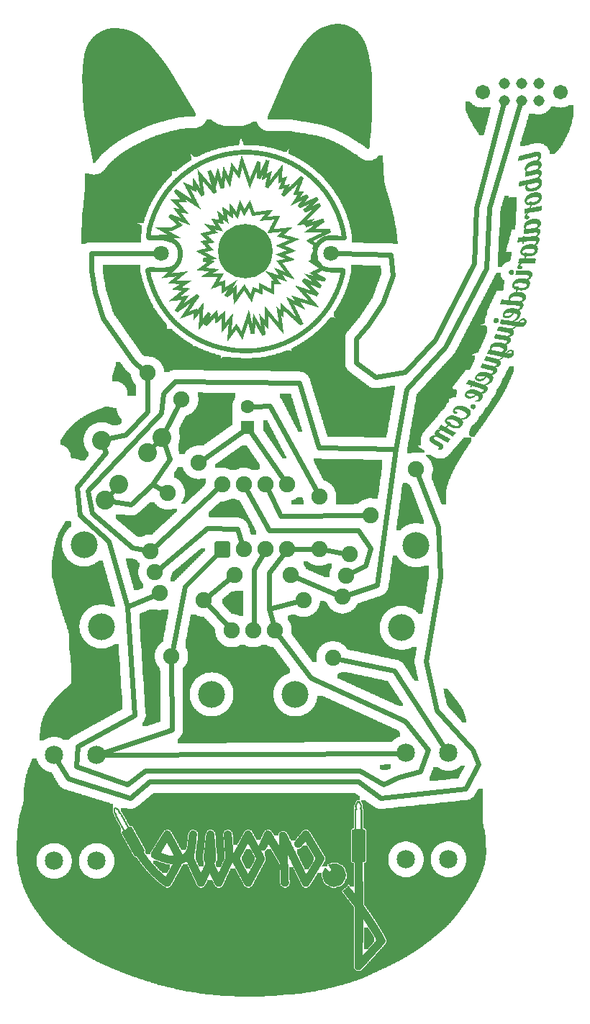
<source format=gbl>
G04 MADE WITH FRITZING*
G04 WWW.FRITZING.ORG*
G04 DOUBLE SIDED*
G04 HOLES PLATED*
G04 CONTOUR ON CENTER OF CONTOUR VECTOR*
%ASAXBY*%
%FSLAX23Y23*%
%MOIN*%
%OFA0B0*%
%SFA1.0B1.0*%
%ADD10C,0.075000*%
%ADD11C,0.252392*%
%ADD12C,0.062992*%
%ADD13C,0.071181*%
%ADD14C,0.051496*%
%ADD15C,0.067244*%
%ADD16C,0.074667*%
%ADD17C,0.074695*%
%ADD18C,0.124033*%
%ADD19C,0.085000*%
%ADD20C,0.087695*%
%ADD21C,0.087722*%
%ADD22R,0.062992X0.062992*%
%ADD23C,0.024000*%
%ADD24C,0.020000*%
%ADD25R,0.001000X0.001000*%
%LNCOPPER0*%
G90*
G70*
G54D10*
X2480Y4062D03*
X1387Y3992D03*
X531Y3356D03*
X2000Y2843D03*
X950Y2770D03*
X1529Y2470D03*
X290Y1968D03*
X682Y1753D03*
X906Y1737D03*
X1839Y1962D03*
X167Y1036D03*
X1458Y2360D03*
X1458Y2116D03*
X899Y2517D03*
X757Y2376D03*
X820Y2808D03*
X662Y2931D03*
G54D11*
X1117Y3496D03*
G54D12*
X1127Y2679D03*
X1127Y2777D03*
G54D10*
X1064Y1997D03*
X1324Y1997D03*
X1008Y2115D03*
X1008Y2415D03*
X1108Y2115D03*
X1108Y2415D03*
X1208Y2115D03*
X1208Y2415D03*
X1308Y2115D03*
X1308Y2415D03*
G54D13*
X726Y3486D03*
X1513Y3486D03*
G54D14*
X2316Y4273D03*
X2316Y4194D03*
X2395Y4273D03*
X2395Y4194D03*
X2474Y4273D03*
X2474Y4194D03*
G54D15*
X2576Y4234D03*
X2214Y4234D03*
G54D16*
X1600Y2092D03*
X1582Y1993D03*
G54D17*
X1565Y1895D03*
G54D18*
X1907Y2133D03*
X1839Y1751D03*
G54D16*
X1253Y1738D03*
X1153Y1738D03*
G54D17*
X1053Y1738D03*
G54D18*
X1347Y1442D03*
X959Y1442D03*
G54D16*
X718Y1911D03*
X697Y2009D03*
G54D17*
X676Y2106D03*
G54D18*
X449Y1757D03*
X368Y2137D03*
G54D10*
X1694Y2273D03*
X1906Y2485D03*
X773Y1619D03*
X923Y1879D03*
G54D19*
X1860Y679D03*
X2056Y679D03*
X2056Y1171D03*
X1860Y1171D03*
X230Y671D03*
X426Y671D03*
X426Y1163D03*
X230Y1163D03*
G54D20*
X450Y2619D03*
G54D21*
X728Y2634D03*
X662Y2561D03*
G54D20*
X530Y2415D03*
G54D21*
X465Y2342D03*
G54D10*
X1521Y1612D03*
X1385Y1879D03*
G54D22*
X1127Y2679D03*
G54D23*
X1486Y2111D02*
X1568Y2097D01*
D02*
X1337Y2115D02*
X1429Y2115D01*
D02*
X746Y2667D02*
X807Y2783D01*
D02*
X687Y2415D02*
X733Y2390D01*
D02*
X703Y2606D02*
X687Y2589D01*
D02*
X490Y2370D02*
X505Y2387D01*
D02*
X1550Y3485D02*
X1790Y3479D01*
D02*
X1798Y3383D02*
X1751Y3257D01*
D02*
X1790Y3479D02*
X1798Y3383D01*
D02*
X1751Y3257D02*
X1685Y3157D01*
D02*
X1685Y3157D02*
X1629Y3090D01*
D02*
X1629Y3090D02*
X1629Y2979D01*
D02*
X1629Y2979D02*
X1718Y2912D01*
D02*
X1718Y2912D02*
X1857Y2935D01*
D02*
X1857Y2935D02*
X1996Y3085D01*
D02*
X1996Y3085D02*
X2174Y3440D01*
D02*
X2174Y3440D02*
X2185Y3696D01*
D02*
X2185Y3696D02*
X2309Y4168D01*
D02*
X1825Y1170D02*
X461Y1163D01*
D02*
X945Y1898D02*
X1042Y1979D01*
D02*
X1154Y1769D02*
X1157Y1831D01*
D02*
X1157Y1831D02*
X1157Y2023D01*
D02*
X1157Y2023D02*
X1194Y2090D01*
D02*
X1536Y1907D02*
X1350Y1986D01*
D02*
X487Y2628D02*
X562Y2646D01*
D02*
X562Y2646D02*
X662Y2754D01*
D02*
X662Y2754D02*
X662Y2902D01*
D02*
X599Y2982D02*
X457Y3185D01*
D02*
X640Y2949D02*
X599Y2982D01*
D02*
X457Y3185D02*
X418Y3307D01*
D02*
X418Y3307D02*
X401Y3407D01*
D02*
X401Y3407D02*
X401Y3486D01*
D02*
X401Y3486D02*
X689Y3486D01*
D02*
X1807Y1551D02*
X1549Y1606D01*
D02*
X2037Y1200D02*
X1807Y1551D01*
D02*
X721Y2029D02*
X940Y2212D01*
D02*
X940Y2212D02*
X1079Y2209D01*
D02*
X1079Y2209D02*
X1100Y2142D01*
D02*
X1221Y2389D02*
X1279Y2268D01*
D02*
X1279Y2268D02*
X1666Y2273D01*
D02*
X459Y1174D02*
X774Y1279D01*
D02*
X774Y1279D02*
X773Y1591D01*
D02*
X2387Y4169D02*
X2246Y3697D01*
D02*
X2246Y3697D02*
X2231Y3416D01*
D02*
X2231Y3416D02*
X2042Y3053D01*
D02*
X2042Y3053D02*
X1861Y2857D01*
D02*
X1861Y2857D02*
X1812Y2579D01*
D02*
X1812Y2579D02*
X1727Y1949D01*
D02*
X1727Y1949D02*
X1595Y1905D01*
D02*
X1457Y2586D02*
X1812Y2579D01*
D02*
X1364Y2886D02*
X1457Y2586D01*
D02*
X790Y2894D02*
X1364Y2886D01*
D02*
X735Y2835D02*
X790Y2894D01*
D02*
X726Y2746D02*
X735Y2835D01*
D02*
X387Y2385D02*
X726Y2746D01*
D02*
X404Y2282D02*
X387Y2385D01*
D02*
X593Y2123D02*
X404Y2282D01*
D02*
X645Y2113D02*
X593Y2123D01*
D02*
X1611Y2008D02*
X1672Y2038D01*
D02*
X1672Y2038D02*
X1696Y2118D01*
D02*
X1696Y2118D02*
X1640Y2201D01*
D02*
X1640Y2201D02*
X1224Y2201D01*
D02*
X1224Y2201D02*
X1122Y2390D01*
D02*
X247Y1133D02*
X294Y1053D01*
D02*
X294Y1053D02*
X583Y964D01*
D02*
X583Y964D02*
X672Y1038D01*
D02*
X672Y1038D02*
X1638Y1038D01*
D02*
X1638Y1038D02*
X1742Y964D01*
D02*
X1742Y964D02*
X2135Y1005D01*
D02*
X2135Y1005D02*
X2196Y1118D01*
D02*
X2196Y1118D02*
X2168Y1185D01*
D02*
X2168Y1185D02*
X2001Y1368D01*
D02*
X2001Y1368D02*
X1951Y1596D01*
D02*
X1951Y1596D02*
X2018Y1990D01*
D02*
X2018Y1990D02*
X2009Y2220D01*
D02*
X2009Y2220D02*
X1917Y2458D01*
D02*
X699Y2128D02*
X987Y2395D01*
D02*
X1142Y2656D02*
X1292Y2438D01*
D02*
X1229Y2779D02*
X1444Y2385D01*
D02*
X1154Y2777D02*
X1229Y2779D01*
D02*
X1418Y1518D02*
X1272Y1712D01*
D02*
X1857Y1318D02*
X1418Y1518D01*
D02*
X1962Y1185D02*
X1857Y1318D01*
D02*
X1924Y1085D02*
X1962Y1185D01*
D02*
X1827Y1060D02*
X1924Y1085D01*
D02*
X1757Y1027D02*
X1827Y1060D01*
D02*
X1646Y1090D02*
X1757Y1027D01*
D02*
X653Y1090D02*
X1646Y1090D01*
D02*
X568Y1027D02*
X653Y1090D01*
D02*
X331Y1109D02*
X568Y1027D01*
D02*
X338Y1201D02*
X331Y1109D01*
D02*
X601Y1346D02*
X338Y1201D01*
D02*
X568Y1849D02*
X601Y1346D01*
D02*
X568Y1849D02*
X688Y1899D01*
D02*
X482Y2154D02*
X568Y1849D01*
D02*
X349Y2272D02*
X482Y2154D01*
D02*
X335Y2401D02*
X349Y2272D01*
D02*
X468Y2562D02*
X335Y2401D01*
D02*
X461Y2584D02*
X468Y2562D01*
D02*
X1291Y2092D02*
X1224Y2005D01*
D02*
X1224Y2005D02*
X1224Y1838D01*
D02*
X1224Y1838D02*
X1244Y1768D01*
D02*
X1224Y1838D02*
X1357Y1872D01*
D02*
X765Y2532D02*
X687Y2415D01*
D02*
X741Y2599D02*
X765Y2532D01*
D02*
X687Y2415D02*
X586Y2323D01*
D02*
X586Y2323D02*
X502Y2336D01*
D02*
X1032Y1761D02*
X942Y1858D01*
D02*
X835Y1942D02*
X988Y2095D01*
D02*
X778Y1648D02*
X835Y1942D01*
D02*
X922Y2534D02*
X1105Y2663D01*
G36*
X2136Y4189D02*
X2136Y4185D01*
X2134Y4185D01*
X2134Y4159D01*
X2212Y4159D01*
X2212Y4161D01*
X2196Y4161D01*
X2196Y4163D01*
X2190Y4163D01*
X2190Y4165D01*
X2184Y4165D01*
X2184Y4167D01*
X2180Y4167D01*
X2180Y4169D01*
X2178Y4169D01*
X2178Y4171D01*
X2174Y4171D01*
X2174Y4173D01*
X2170Y4173D01*
X2170Y4175D01*
X2168Y4175D01*
X2168Y4177D01*
X2166Y4177D01*
X2166Y4179D01*
X2164Y4179D01*
X2164Y4181D01*
X2162Y4181D01*
X2162Y4183D01*
X2160Y4183D01*
X2160Y4185D01*
X2158Y4185D01*
X2158Y4187D01*
X2156Y4187D01*
X2156Y4189D01*
X2136Y4189D01*
G37*
D02*
G36*
X2230Y4163D02*
X2230Y4161D01*
X2214Y4161D01*
X2214Y4159D01*
X2252Y4159D01*
X2252Y4163D01*
X2230Y4163D01*
G37*
D02*
G36*
X2134Y4159D02*
X2134Y4157D01*
X2252Y4157D01*
X2252Y4159D01*
X2134Y4159D01*
G37*
D02*
G36*
X2134Y4159D02*
X2134Y4157D01*
X2252Y4157D01*
X2252Y4159D01*
X2134Y4159D01*
G37*
D02*
G36*
X2134Y4157D02*
X2134Y4155D01*
X2136Y4155D01*
X2136Y4147D01*
X2138Y4147D01*
X2138Y4141D01*
X2140Y4141D01*
X2140Y4135D01*
X2142Y4135D01*
X2142Y4131D01*
X2144Y4131D01*
X2144Y4125D01*
X2146Y4125D01*
X2146Y4121D01*
X2148Y4121D01*
X2148Y4117D01*
X2150Y4117D01*
X2150Y4113D01*
X2152Y4113D01*
X2152Y4109D01*
X2154Y4109D01*
X2154Y4105D01*
X2156Y4105D01*
X2156Y4101D01*
X2158Y4101D01*
X2158Y4097D01*
X2160Y4097D01*
X2160Y4095D01*
X2162Y4095D01*
X2162Y4091D01*
X2164Y4091D01*
X2164Y4087D01*
X2166Y4087D01*
X2166Y4085D01*
X2168Y4085D01*
X2168Y4081D01*
X2170Y4081D01*
X2170Y4077D01*
X2172Y4077D01*
X2172Y4073D01*
X2174Y4073D01*
X2174Y4071D01*
X2176Y4071D01*
X2176Y4067D01*
X2178Y4067D01*
X2178Y4065D01*
X2180Y4065D01*
X2180Y4061D01*
X2182Y4061D01*
X2182Y4059D01*
X2184Y4059D01*
X2184Y4055D01*
X2186Y4055D01*
X2186Y4053D01*
X2188Y4053D01*
X2188Y4049D01*
X2190Y4049D01*
X2190Y4047D01*
X2192Y4047D01*
X2192Y4045D01*
X2194Y4045D01*
X2194Y4041D01*
X2196Y4041D01*
X2196Y4037D01*
X2198Y4037D01*
X2198Y4035D01*
X2200Y4035D01*
X2200Y4031D01*
X2220Y4031D01*
X2220Y4037D01*
X2222Y4037D01*
X2222Y4045D01*
X2224Y4045D01*
X2224Y4053D01*
X2226Y4053D01*
X2226Y4059D01*
X2228Y4059D01*
X2228Y4067D01*
X2230Y4067D01*
X2230Y4075D01*
X2232Y4075D01*
X2232Y4083D01*
X2234Y4083D01*
X2234Y4091D01*
X2236Y4091D01*
X2236Y4097D01*
X2238Y4097D01*
X2238Y4105D01*
X2240Y4105D01*
X2240Y4113D01*
X2242Y4113D01*
X2242Y4121D01*
X2244Y4121D01*
X2244Y4129D01*
X2246Y4129D01*
X2246Y4135D01*
X2248Y4135D01*
X2248Y4143D01*
X2250Y4143D01*
X2250Y4151D01*
X2252Y4151D01*
X2252Y4157D01*
X2134Y4157D01*
G37*
D02*
G36*
X2616Y4173D02*
X2616Y4171D01*
X2612Y4171D01*
X2612Y4169D01*
X2610Y4169D01*
X2610Y4167D01*
X2606Y4167D01*
X2606Y4165D01*
X2600Y4165D01*
X2600Y4163D01*
X2592Y4163D01*
X2592Y4161D01*
X2578Y4161D01*
X2578Y4159D01*
X2636Y4159D01*
X2636Y4173D01*
X2616Y4173D01*
G37*
D02*
G36*
X2532Y4165D02*
X2532Y4163D01*
X2530Y4163D01*
X2530Y4159D01*
X2574Y4159D01*
X2574Y4161D01*
X2560Y4161D01*
X2560Y4163D01*
X2552Y4163D01*
X2552Y4165D01*
X2532Y4165D01*
G37*
D02*
G36*
X2528Y4159D02*
X2528Y4157D01*
X2636Y4157D01*
X2636Y4159D01*
X2528Y4159D01*
G37*
D02*
G36*
X2528Y4159D02*
X2528Y4157D01*
X2636Y4157D01*
X2636Y4159D01*
X2528Y4159D01*
G37*
D02*
G36*
X2526Y4157D02*
X2526Y4153D01*
X2524Y4153D01*
X2524Y4151D01*
X2522Y4151D01*
X2522Y4149D01*
X2520Y4149D01*
X2520Y4147D01*
X2518Y4147D01*
X2518Y4145D01*
X2516Y4145D01*
X2516Y4143D01*
X2514Y4143D01*
X2514Y4141D01*
X2510Y4141D01*
X2510Y4139D01*
X2508Y4139D01*
X2508Y4137D01*
X2504Y4137D01*
X2504Y4135D01*
X2500Y4135D01*
X2500Y4133D01*
X2494Y4133D01*
X2494Y4131D01*
X2488Y4131D01*
X2488Y4129D01*
X2636Y4129D01*
X2636Y4157D01*
X2526Y4157D01*
G37*
D02*
G36*
X2430Y4133D02*
X2430Y4129D01*
X2460Y4129D01*
X2460Y4131D01*
X2452Y4131D01*
X2452Y4133D01*
X2430Y4133D01*
G37*
D02*
G36*
X2430Y4129D02*
X2430Y4127D01*
X2634Y4127D01*
X2634Y4129D01*
X2430Y4129D01*
G37*
D02*
G36*
X2430Y4129D02*
X2430Y4127D01*
X2634Y4127D01*
X2634Y4129D01*
X2430Y4129D01*
G37*
D02*
G36*
X2428Y4127D02*
X2428Y4121D01*
X2426Y4121D01*
X2426Y4113D01*
X2424Y4113D01*
X2424Y4107D01*
X2422Y4107D01*
X2422Y4101D01*
X2420Y4101D01*
X2420Y4093D01*
X2418Y4093D01*
X2418Y4087D01*
X2416Y4087D01*
X2416Y4081D01*
X2414Y4081D01*
X2414Y4073D01*
X2412Y4073D01*
X2412Y4067D01*
X2410Y4067D01*
X2410Y4061D01*
X2408Y4061D01*
X2408Y4053D01*
X2406Y4053D01*
X2406Y4047D01*
X2404Y4047D01*
X2404Y4041D01*
X2402Y4041D01*
X2402Y4033D01*
X2400Y4033D01*
X2400Y4027D01*
X2398Y4027D01*
X2398Y4021D01*
X2396Y4021D01*
X2396Y4013D01*
X2394Y4013D01*
X2394Y4007D01*
X2392Y4007D01*
X2392Y4001D01*
X2390Y4001D01*
X2390Y3997D01*
X2470Y3997D01*
X2470Y3995D01*
X2486Y3995D01*
X2486Y3993D01*
X2492Y3993D01*
X2492Y3991D01*
X2498Y3991D01*
X2498Y3989D01*
X2500Y3989D01*
X2500Y3987D01*
X2504Y3987D01*
X2504Y3985D01*
X2506Y3985D01*
X2506Y3983D01*
X2510Y3983D01*
X2510Y3981D01*
X2512Y3981D01*
X2512Y3979D01*
X2514Y3979D01*
X2514Y3975D01*
X2516Y3975D01*
X2516Y3973D01*
X2518Y3973D01*
X2518Y3969D01*
X2520Y3969D01*
X2520Y3967D01*
X2522Y3967D01*
X2522Y3963D01*
X2524Y3963D01*
X2524Y3957D01*
X2526Y3957D01*
X2526Y3947D01*
X2528Y3947D01*
X2528Y3945D01*
X2548Y3945D01*
X2548Y3947D01*
X2550Y3947D01*
X2550Y3949D01*
X2552Y3949D01*
X2552Y3951D01*
X2554Y3951D01*
X2554Y3953D01*
X2556Y3953D01*
X2556Y3955D01*
X2558Y3955D01*
X2558Y3957D01*
X2560Y3957D01*
X2560Y3959D01*
X2562Y3959D01*
X2562Y3961D01*
X2564Y3961D01*
X2564Y3963D01*
X2566Y3963D01*
X2566Y3967D01*
X2568Y3967D01*
X2568Y3969D01*
X2570Y3969D01*
X2570Y3971D01*
X2572Y3971D01*
X2572Y3973D01*
X2574Y3973D01*
X2574Y3975D01*
X2576Y3975D01*
X2576Y3979D01*
X2578Y3979D01*
X2578Y3981D01*
X2580Y3981D01*
X2580Y3985D01*
X2582Y3985D01*
X2582Y3987D01*
X2584Y3987D01*
X2584Y3991D01*
X2586Y3991D01*
X2586Y3995D01*
X2588Y3995D01*
X2588Y3999D01*
X2590Y3999D01*
X2590Y4003D01*
X2592Y4003D01*
X2592Y4007D01*
X2594Y4007D01*
X2594Y4013D01*
X2596Y4013D01*
X2596Y4015D01*
X2598Y4015D01*
X2598Y4019D01*
X2600Y4019D01*
X2600Y4023D01*
X2602Y4023D01*
X2602Y4027D01*
X2604Y4027D01*
X2604Y4031D01*
X2606Y4031D01*
X2606Y4035D01*
X2608Y4035D01*
X2608Y4039D01*
X2610Y4039D01*
X2610Y4043D01*
X2612Y4043D01*
X2612Y4047D01*
X2614Y4047D01*
X2614Y4053D01*
X2616Y4053D01*
X2616Y4057D01*
X2618Y4057D01*
X2618Y4063D01*
X2620Y4063D01*
X2620Y4069D01*
X2622Y4069D01*
X2622Y4075D01*
X2624Y4075D01*
X2624Y4081D01*
X2626Y4081D01*
X2626Y4087D01*
X2628Y4087D01*
X2628Y4095D01*
X2630Y4095D01*
X2630Y4105D01*
X2632Y4105D01*
X2632Y4115D01*
X2634Y4115D01*
X2634Y4127D01*
X2428Y4127D01*
G37*
D02*
G36*
X2390Y3997D02*
X2390Y3983D01*
X2412Y3983D01*
X2412Y3985D01*
X2420Y3985D01*
X2420Y3987D01*
X2428Y3987D01*
X2428Y3989D01*
X2436Y3989D01*
X2436Y3991D01*
X2444Y3991D01*
X2444Y3993D01*
X2452Y3993D01*
X2452Y3995D01*
X2466Y3995D01*
X2466Y3997D01*
X2390Y3997D01*
G37*
D02*
G36*
X936Y4105D02*
X936Y4103D01*
X934Y4103D01*
X934Y4099D01*
X932Y4099D01*
X932Y4095D01*
X930Y4095D01*
X930Y4093D01*
X928Y4093D01*
X928Y4089D01*
X926Y4089D01*
X926Y4087D01*
X924Y4087D01*
X924Y4085D01*
X922Y4085D01*
X922Y4083D01*
X920Y4083D01*
X920Y4081D01*
X918Y4081D01*
X918Y4079D01*
X914Y4079D01*
X914Y4077D01*
X1012Y4077D01*
X1012Y4079D01*
X1002Y4079D01*
X1002Y4081D01*
X996Y4081D01*
X996Y4083D01*
X990Y4083D01*
X990Y4085D01*
X986Y4085D01*
X986Y4087D01*
X982Y4087D01*
X982Y4089D01*
X978Y4089D01*
X978Y4091D01*
X976Y4091D01*
X976Y4093D01*
X972Y4093D01*
X972Y4095D01*
X968Y4095D01*
X968Y4097D01*
X966Y4097D01*
X966Y4099D01*
X962Y4099D01*
X962Y4101D01*
X960Y4101D01*
X960Y4103D01*
X958Y4103D01*
X958Y4105D01*
X936Y4105D01*
G37*
D02*
G36*
X1148Y4095D02*
X1148Y4093D01*
X1146Y4093D01*
X1146Y4091D01*
X1142Y4091D01*
X1142Y4089D01*
X1138Y4089D01*
X1138Y4087D01*
X1134Y4087D01*
X1134Y4085D01*
X1130Y4085D01*
X1130Y4083D01*
X1124Y4083D01*
X1124Y4081D01*
X1118Y4081D01*
X1118Y4079D01*
X1110Y4079D01*
X1110Y4077D01*
X1176Y4077D01*
X1176Y4081D01*
X1174Y4081D01*
X1174Y4083D01*
X1172Y4083D01*
X1172Y4089D01*
X1170Y4089D01*
X1170Y4093D01*
X1168Y4093D01*
X1168Y4095D01*
X1148Y4095D01*
G37*
D02*
G36*
X912Y4077D02*
X912Y4075D01*
X1178Y4075D01*
X1178Y4077D01*
X912Y4077D01*
G37*
D02*
G36*
X912Y4077D02*
X912Y4075D01*
X1178Y4075D01*
X1178Y4077D01*
X912Y4077D01*
G37*
D02*
G36*
X908Y4075D02*
X908Y4073D01*
X904Y4073D01*
X904Y4071D01*
X900Y4071D01*
X900Y4069D01*
X892Y4069D01*
X892Y4067D01*
X856Y4067D01*
X856Y4065D01*
X834Y4065D01*
X834Y4063D01*
X820Y4063D01*
X820Y4061D01*
X808Y4061D01*
X808Y4059D01*
X798Y4059D01*
X798Y4057D01*
X790Y4057D01*
X790Y4055D01*
X782Y4055D01*
X782Y4053D01*
X774Y4053D01*
X774Y4051D01*
X1214Y4051D01*
X1214Y4053D01*
X1208Y4053D01*
X1208Y4055D01*
X1202Y4055D01*
X1202Y4057D01*
X1198Y4057D01*
X1198Y4059D01*
X1194Y4059D01*
X1194Y4061D01*
X1192Y4061D01*
X1192Y4063D01*
X1188Y4063D01*
X1188Y4065D01*
X1186Y4065D01*
X1186Y4067D01*
X1184Y4067D01*
X1184Y4069D01*
X1182Y4069D01*
X1182Y4071D01*
X1180Y4071D01*
X1180Y4075D01*
X908Y4075D01*
G37*
D02*
G36*
X1240Y4053D02*
X1240Y4051D01*
X1316Y4051D01*
X1316Y4053D01*
X1240Y4053D01*
G37*
D02*
G36*
X766Y4051D02*
X766Y4049D01*
X1332Y4049D01*
X1332Y4051D01*
X766Y4051D01*
G37*
D02*
G36*
X766Y4051D02*
X766Y4049D01*
X1332Y4049D01*
X1332Y4051D01*
X766Y4051D01*
G37*
D02*
G36*
X758Y4049D02*
X758Y4047D01*
X752Y4047D01*
X752Y4045D01*
X744Y4045D01*
X744Y4043D01*
X738Y4043D01*
X738Y4041D01*
X732Y4041D01*
X732Y4039D01*
X724Y4039D01*
X724Y4037D01*
X718Y4037D01*
X718Y4035D01*
X712Y4035D01*
X712Y4033D01*
X706Y4033D01*
X706Y4031D01*
X700Y4031D01*
X700Y4029D01*
X694Y4029D01*
X694Y4027D01*
X690Y4027D01*
X690Y4025D01*
X684Y4025D01*
X684Y4023D01*
X1096Y4023D01*
X1096Y4017D01*
X1098Y4017D01*
X1098Y4013D01*
X1100Y4013D01*
X1100Y4007D01*
X1102Y4007D01*
X1102Y4001D01*
X1104Y4001D01*
X1104Y3995D01*
X1106Y3995D01*
X1106Y3989D01*
X1108Y3989D01*
X1108Y3987D01*
X1156Y3987D01*
X1156Y3985D01*
X1178Y3985D01*
X1178Y3983D01*
X1192Y3983D01*
X1192Y3981D01*
X1206Y3981D01*
X1206Y3979D01*
X1216Y3979D01*
X1216Y3977D01*
X1226Y3977D01*
X1226Y3975D01*
X1234Y3975D01*
X1234Y3973D01*
X1242Y3973D01*
X1242Y3971D01*
X1250Y3971D01*
X1250Y3969D01*
X1318Y3969D01*
X1318Y3967D01*
X1316Y3967D01*
X1316Y3947D01*
X1318Y3947D01*
X1318Y3945D01*
X1322Y3945D01*
X1322Y3943D01*
X1326Y3943D01*
X1326Y3941D01*
X1330Y3941D01*
X1330Y3939D01*
X1336Y3939D01*
X1336Y3937D01*
X1340Y3937D01*
X1340Y3935D01*
X1344Y3935D01*
X1344Y3933D01*
X1346Y3933D01*
X1346Y3931D01*
X1350Y3931D01*
X1350Y3929D01*
X1354Y3929D01*
X1354Y3927D01*
X1358Y3927D01*
X1358Y3925D01*
X1362Y3925D01*
X1362Y3923D01*
X1366Y3923D01*
X1366Y3921D01*
X1368Y3921D01*
X1368Y3919D01*
X1372Y3919D01*
X1372Y3917D01*
X1376Y3917D01*
X1376Y3915D01*
X1674Y3915D01*
X1674Y3917D01*
X1668Y3917D01*
X1668Y3919D01*
X1662Y3919D01*
X1662Y3921D01*
X1658Y3921D01*
X1658Y3923D01*
X1654Y3923D01*
X1654Y3925D01*
X1652Y3925D01*
X1652Y3927D01*
X1648Y3927D01*
X1648Y3929D01*
X1646Y3929D01*
X1646Y3931D01*
X1642Y3931D01*
X1642Y3933D01*
X1640Y3933D01*
X1640Y3935D01*
X1638Y3935D01*
X1638Y3937D01*
X1636Y3937D01*
X1636Y3939D01*
X1634Y3939D01*
X1634Y3941D01*
X1630Y3941D01*
X1630Y3943D01*
X1628Y3943D01*
X1628Y3945D01*
X1624Y3945D01*
X1624Y3947D01*
X1620Y3947D01*
X1620Y3949D01*
X1616Y3949D01*
X1616Y3951D01*
X1614Y3951D01*
X1614Y3953D01*
X1610Y3953D01*
X1610Y3955D01*
X1608Y3955D01*
X1608Y3957D01*
X1604Y3957D01*
X1604Y3959D01*
X1602Y3959D01*
X1602Y3961D01*
X1598Y3961D01*
X1598Y3963D01*
X1594Y3963D01*
X1594Y3965D01*
X1592Y3965D01*
X1592Y3967D01*
X1588Y3967D01*
X1588Y3969D01*
X1586Y3969D01*
X1586Y3971D01*
X1582Y3971D01*
X1582Y3973D01*
X1580Y3973D01*
X1580Y3975D01*
X1576Y3975D01*
X1576Y3977D01*
X1574Y3977D01*
X1574Y3979D01*
X1570Y3979D01*
X1570Y3981D01*
X1566Y3981D01*
X1566Y3983D01*
X1564Y3983D01*
X1564Y3985D01*
X1560Y3985D01*
X1560Y3987D01*
X1556Y3987D01*
X1556Y3989D01*
X1552Y3989D01*
X1552Y3991D01*
X1548Y3991D01*
X1548Y3993D01*
X1544Y3993D01*
X1544Y3995D01*
X1540Y3995D01*
X1540Y3997D01*
X1536Y3997D01*
X1536Y3999D01*
X1532Y3999D01*
X1532Y4001D01*
X1528Y4001D01*
X1528Y4003D01*
X1524Y4003D01*
X1524Y4005D01*
X1520Y4005D01*
X1520Y4007D01*
X1516Y4007D01*
X1516Y4009D01*
X1510Y4009D01*
X1510Y4011D01*
X1506Y4011D01*
X1506Y4013D01*
X1502Y4013D01*
X1502Y4015D01*
X1496Y4015D01*
X1496Y4017D01*
X1490Y4017D01*
X1490Y4019D01*
X1486Y4019D01*
X1486Y4021D01*
X1480Y4021D01*
X1480Y4023D01*
X1472Y4023D01*
X1472Y4025D01*
X1466Y4025D01*
X1466Y4027D01*
X1458Y4027D01*
X1458Y4029D01*
X1450Y4029D01*
X1450Y4031D01*
X1440Y4031D01*
X1440Y4033D01*
X1430Y4033D01*
X1430Y4035D01*
X1418Y4035D01*
X1418Y4037D01*
X1406Y4037D01*
X1406Y4039D01*
X1394Y4039D01*
X1394Y4041D01*
X1382Y4041D01*
X1382Y4043D01*
X1370Y4043D01*
X1370Y4045D01*
X1358Y4045D01*
X1358Y4047D01*
X1346Y4047D01*
X1346Y4049D01*
X758Y4049D01*
G37*
D02*
G36*
X680Y4023D02*
X680Y4021D01*
X674Y4021D01*
X674Y4019D01*
X670Y4019D01*
X670Y4017D01*
X666Y4017D01*
X666Y4015D01*
X662Y4015D01*
X662Y4013D01*
X656Y4013D01*
X656Y4011D01*
X652Y4011D01*
X652Y4009D01*
X648Y4009D01*
X648Y4007D01*
X644Y4007D01*
X644Y4005D01*
X640Y4005D01*
X640Y4003D01*
X636Y4003D01*
X636Y4001D01*
X632Y4001D01*
X632Y3999D01*
X628Y3999D01*
X628Y3997D01*
X624Y3997D01*
X624Y3995D01*
X620Y3995D01*
X620Y3993D01*
X616Y3993D01*
X616Y3991D01*
X612Y3991D01*
X612Y3989D01*
X608Y3989D01*
X608Y3987D01*
X604Y3987D01*
X604Y3985D01*
X600Y3985D01*
X600Y3983D01*
X596Y3983D01*
X596Y3981D01*
X592Y3981D01*
X592Y3979D01*
X588Y3979D01*
X588Y3977D01*
X586Y3977D01*
X586Y3975D01*
X582Y3975D01*
X582Y3973D01*
X578Y3973D01*
X578Y3971D01*
X574Y3971D01*
X574Y3969D01*
X572Y3969D01*
X572Y3967D01*
X568Y3967D01*
X568Y3965D01*
X564Y3965D01*
X564Y3963D01*
X562Y3963D01*
X562Y3961D01*
X558Y3961D01*
X558Y3959D01*
X556Y3959D01*
X556Y3957D01*
X552Y3957D01*
X552Y3955D01*
X548Y3955D01*
X548Y3953D01*
X546Y3953D01*
X546Y3951D01*
X544Y3951D01*
X544Y3949D01*
X540Y3949D01*
X540Y3947D01*
X864Y3947D01*
X864Y3945D01*
X866Y3945D01*
X866Y3943D01*
X868Y3943D01*
X868Y3941D01*
X870Y3941D01*
X870Y3939D01*
X872Y3939D01*
X872Y3935D01*
X874Y3935D01*
X874Y3933D01*
X896Y3933D01*
X896Y3935D01*
X900Y3935D01*
X900Y3937D01*
X904Y3937D01*
X904Y3939D01*
X908Y3939D01*
X908Y3941D01*
X912Y3941D01*
X912Y3943D01*
X916Y3943D01*
X916Y3945D01*
X922Y3945D01*
X922Y3947D01*
X926Y3947D01*
X926Y3949D01*
X930Y3949D01*
X930Y3951D01*
X936Y3951D01*
X936Y3953D01*
X940Y3953D01*
X940Y3955D01*
X946Y3955D01*
X946Y3957D01*
X952Y3957D01*
X952Y3959D01*
X956Y3959D01*
X956Y3961D01*
X962Y3961D01*
X962Y3963D01*
X970Y3963D01*
X970Y3965D01*
X976Y3965D01*
X976Y3967D01*
X982Y3967D01*
X982Y3969D01*
X990Y3969D01*
X990Y3971D01*
X996Y3971D01*
X996Y3973D01*
X1006Y3973D01*
X1006Y3975D01*
X1014Y3975D01*
X1014Y3977D01*
X1024Y3977D01*
X1024Y3979D01*
X1034Y3979D01*
X1034Y3981D01*
X1046Y3981D01*
X1046Y3983D01*
X1062Y3983D01*
X1062Y3985D01*
X1082Y3985D01*
X1082Y3987D01*
X1086Y3987D01*
X1086Y3991D01*
X1088Y3991D01*
X1088Y3999D01*
X1090Y3999D01*
X1090Y4009D01*
X1092Y4009D01*
X1092Y4017D01*
X1094Y4017D01*
X1094Y4023D01*
X680Y4023D01*
G37*
D02*
G36*
X1258Y3969D02*
X1258Y3967D01*
X1264Y3967D01*
X1264Y3965D01*
X1270Y3965D01*
X1270Y3963D01*
X1276Y3963D01*
X1276Y3961D01*
X1282Y3961D01*
X1282Y3959D01*
X1288Y3959D01*
X1288Y3957D01*
X1308Y3957D01*
X1308Y3961D01*
X1310Y3961D01*
X1310Y3963D01*
X1312Y3963D01*
X1312Y3965D01*
X1314Y3965D01*
X1314Y3969D01*
X1258Y3969D01*
G37*
D02*
G36*
X538Y3947D02*
X538Y3945D01*
X534Y3945D01*
X534Y3943D01*
X532Y3943D01*
X532Y3941D01*
X530Y3941D01*
X530Y3939D01*
X528Y3939D01*
X528Y3937D01*
X524Y3937D01*
X524Y3935D01*
X522Y3935D01*
X522Y3933D01*
X520Y3933D01*
X520Y3931D01*
X518Y3931D01*
X518Y3929D01*
X516Y3929D01*
X516Y3927D01*
X514Y3927D01*
X514Y3925D01*
X510Y3925D01*
X510Y3923D01*
X508Y3923D01*
X508Y3921D01*
X506Y3921D01*
X506Y3919D01*
X504Y3919D01*
X504Y3917D01*
X502Y3917D01*
X502Y3915D01*
X500Y3915D01*
X500Y3913D01*
X496Y3913D01*
X496Y3911D01*
X494Y3911D01*
X494Y3909D01*
X492Y3909D01*
X492Y3907D01*
X490Y3907D01*
X490Y3905D01*
X488Y3905D01*
X488Y3903D01*
X486Y3903D01*
X486Y3901D01*
X484Y3901D01*
X484Y3899D01*
X482Y3899D01*
X482Y3897D01*
X480Y3897D01*
X480Y3893D01*
X478Y3893D01*
X478Y3891D01*
X476Y3891D01*
X476Y3889D01*
X474Y3889D01*
X474Y3885D01*
X472Y3885D01*
X472Y3883D01*
X470Y3883D01*
X470Y3881D01*
X468Y3881D01*
X468Y3879D01*
X466Y3879D01*
X466Y3875D01*
X464Y3875D01*
X464Y3873D01*
X462Y3873D01*
X462Y3871D01*
X460Y3871D01*
X460Y3869D01*
X458Y3869D01*
X458Y3867D01*
X456Y3867D01*
X456Y3865D01*
X452Y3865D01*
X452Y3863D01*
X450Y3863D01*
X450Y3861D01*
X448Y3861D01*
X448Y3859D01*
X444Y3859D01*
X444Y3857D01*
X440Y3857D01*
X440Y3855D01*
X436Y3855D01*
X436Y3853D01*
X430Y3853D01*
X430Y3851D01*
X420Y3851D01*
X420Y3849D01*
X776Y3849D01*
X776Y3867D01*
X798Y3867D01*
X798Y3869D01*
X800Y3869D01*
X800Y3871D01*
X802Y3871D01*
X802Y3873D01*
X804Y3873D01*
X804Y3875D01*
X808Y3875D01*
X808Y3877D01*
X810Y3877D01*
X810Y3879D01*
X812Y3879D01*
X812Y3881D01*
X814Y3881D01*
X814Y3883D01*
X818Y3883D01*
X818Y3885D01*
X820Y3885D01*
X820Y3887D01*
X822Y3887D01*
X822Y3889D01*
X826Y3889D01*
X826Y3891D01*
X828Y3891D01*
X828Y3893D01*
X830Y3893D01*
X830Y3895D01*
X834Y3895D01*
X834Y3897D01*
X836Y3897D01*
X836Y3899D01*
X838Y3899D01*
X838Y3901D01*
X842Y3901D01*
X842Y3903D01*
X844Y3903D01*
X844Y3905D01*
X848Y3905D01*
X848Y3907D01*
X850Y3907D01*
X850Y3909D01*
X854Y3909D01*
X854Y3911D01*
X858Y3911D01*
X858Y3913D01*
X860Y3913D01*
X860Y3915D01*
X864Y3915D01*
X864Y3937D01*
X862Y3937D01*
X862Y3947D01*
X538Y3947D01*
G37*
D02*
G36*
X1732Y3939D02*
X1732Y3935D01*
X1730Y3935D01*
X1730Y3933D01*
X1728Y3933D01*
X1728Y3931D01*
X1726Y3931D01*
X1726Y3929D01*
X1724Y3929D01*
X1724Y3927D01*
X1720Y3927D01*
X1720Y3925D01*
X1718Y3925D01*
X1718Y3923D01*
X1714Y3923D01*
X1714Y3921D01*
X1710Y3921D01*
X1710Y3919D01*
X1706Y3919D01*
X1706Y3917D01*
X1698Y3917D01*
X1698Y3915D01*
X1752Y3915D01*
X1752Y3939D01*
X1732Y3939D01*
G37*
D02*
G36*
X1378Y3915D02*
X1378Y3913D01*
X1752Y3913D01*
X1752Y3915D01*
X1378Y3915D01*
G37*
D02*
G36*
X1378Y3915D02*
X1378Y3913D01*
X1752Y3913D01*
X1752Y3915D01*
X1378Y3915D01*
G37*
D02*
G36*
X1382Y3913D02*
X1382Y3911D01*
X1386Y3911D01*
X1386Y3909D01*
X1388Y3909D01*
X1388Y3907D01*
X1392Y3907D01*
X1392Y3905D01*
X1394Y3905D01*
X1394Y3903D01*
X1398Y3903D01*
X1398Y3901D01*
X1400Y3901D01*
X1400Y3899D01*
X1404Y3899D01*
X1404Y3897D01*
X1406Y3897D01*
X1406Y3895D01*
X1408Y3895D01*
X1408Y3893D01*
X1412Y3893D01*
X1412Y3891D01*
X1414Y3891D01*
X1414Y3889D01*
X1416Y3889D01*
X1416Y3887D01*
X1420Y3887D01*
X1420Y3885D01*
X1422Y3885D01*
X1422Y3883D01*
X1424Y3883D01*
X1424Y3881D01*
X1428Y3881D01*
X1428Y3879D01*
X1430Y3879D01*
X1430Y3877D01*
X1432Y3877D01*
X1432Y3875D01*
X1434Y3875D01*
X1434Y3873D01*
X1436Y3873D01*
X1436Y3871D01*
X1440Y3871D01*
X1440Y3869D01*
X1442Y3869D01*
X1442Y3867D01*
X1444Y3867D01*
X1444Y3865D01*
X1446Y3865D01*
X1446Y3863D01*
X1448Y3863D01*
X1448Y3861D01*
X1450Y3861D01*
X1450Y3859D01*
X1452Y3859D01*
X1452Y3857D01*
X1456Y3857D01*
X1456Y3855D01*
X1458Y3855D01*
X1458Y3853D01*
X1460Y3853D01*
X1460Y3851D01*
X1462Y3851D01*
X1462Y3849D01*
X1464Y3849D01*
X1464Y3847D01*
X1466Y3847D01*
X1466Y3845D01*
X1468Y3845D01*
X1468Y3843D01*
X1470Y3843D01*
X1470Y3841D01*
X1472Y3841D01*
X1472Y3839D01*
X1474Y3839D01*
X1474Y3837D01*
X1476Y3837D01*
X1476Y3835D01*
X1478Y3835D01*
X1478Y3833D01*
X1480Y3833D01*
X1480Y3831D01*
X1482Y3831D01*
X1482Y3827D01*
X1484Y3827D01*
X1484Y3825D01*
X1486Y3825D01*
X1486Y3823D01*
X1488Y3823D01*
X1488Y3821D01*
X1490Y3821D01*
X1490Y3819D01*
X1492Y3819D01*
X1492Y3817D01*
X1494Y3817D01*
X1494Y3815D01*
X1496Y3815D01*
X1496Y3813D01*
X1498Y3813D01*
X1498Y3809D01*
X1500Y3809D01*
X1500Y3807D01*
X1502Y3807D01*
X1502Y3805D01*
X1504Y3805D01*
X1504Y3803D01*
X1506Y3803D01*
X1506Y3799D01*
X1508Y3799D01*
X1508Y3797D01*
X1510Y3797D01*
X1510Y3795D01*
X1512Y3795D01*
X1512Y3793D01*
X1514Y3793D01*
X1514Y3789D01*
X1516Y3789D01*
X1516Y3787D01*
X1518Y3787D01*
X1518Y3785D01*
X1520Y3785D01*
X1520Y3781D01*
X1522Y3781D01*
X1522Y3779D01*
X1524Y3779D01*
X1524Y3775D01*
X1526Y3775D01*
X1526Y3773D01*
X1528Y3773D01*
X1528Y3769D01*
X1530Y3769D01*
X1530Y3767D01*
X1532Y3767D01*
X1532Y3763D01*
X1534Y3763D01*
X1534Y3761D01*
X1536Y3761D01*
X1536Y3757D01*
X1538Y3757D01*
X1538Y3755D01*
X1540Y3755D01*
X1540Y3751D01*
X1542Y3751D01*
X1542Y3749D01*
X1544Y3749D01*
X1544Y3745D01*
X1546Y3745D01*
X1546Y3741D01*
X1548Y3741D01*
X1548Y3737D01*
X1550Y3737D01*
X1550Y3735D01*
X1552Y3735D01*
X1552Y3731D01*
X1554Y3731D01*
X1554Y3727D01*
X1556Y3727D01*
X1556Y3723D01*
X1558Y3723D01*
X1558Y3719D01*
X1560Y3719D01*
X1560Y3715D01*
X1562Y3715D01*
X1562Y3711D01*
X1564Y3711D01*
X1564Y3707D01*
X1566Y3707D01*
X1566Y3703D01*
X1568Y3703D01*
X1568Y3699D01*
X1570Y3699D01*
X1570Y3695D01*
X1572Y3695D01*
X1572Y3689D01*
X1574Y3689D01*
X1574Y3685D01*
X1576Y3685D01*
X1576Y3681D01*
X1578Y3681D01*
X1578Y3675D01*
X1580Y3675D01*
X1580Y3671D01*
X1582Y3671D01*
X1582Y3665D01*
X1584Y3665D01*
X1584Y3659D01*
X1586Y3659D01*
X1586Y3653D01*
X1588Y3653D01*
X1588Y3647D01*
X1590Y3647D01*
X1590Y3641D01*
X1592Y3641D01*
X1592Y3635D01*
X1594Y3635D01*
X1594Y3629D01*
X1596Y3629D01*
X1596Y3621D01*
X1598Y3621D01*
X1598Y3613D01*
X1600Y3613D01*
X1600Y3605D01*
X1602Y3605D01*
X1602Y3595D01*
X1604Y3595D01*
X1604Y3585D01*
X1606Y3585D01*
X1606Y3575D01*
X1608Y3575D01*
X1608Y3557D01*
X1610Y3557D01*
X1610Y3555D01*
X1608Y3555D01*
X1608Y3535D01*
X1662Y3535D01*
X1662Y3533D01*
X1746Y3533D01*
X1746Y3531D01*
X1800Y3531D01*
X1800Y3529D01*
X1822Y3529D01*
X1822Y3543D01*
X1820Y3543D01*
X1820Y3563D01*
X1818Y3563D01*
X1818Y3577D01*
X1816Y3577D01*
X1816Y3591D01*
X1814Y3591D01*
X1814Y3603D01*
X1812Y3603D01*
X1812Y3615D01*
X1810Y3615D01*
X1810Y3627D01*
X1808Y3627D01*
X1808Y3637D01*
X1806Y3637D01*
X1806Y3647D01*
X1804Y3647D01*
X1804Y3655D01*
X1802Y3655D01*
X1802Y3665D01*
X1800Y3665D01*
X1800Y3673D01*
X1798Y3673D01*
X1798Y3681D01*
X1796Y3681D01*
X1796Y3689D01*
X1794Y3689D01*
X1794Y3697D01*
X1792Y3697D01*
X1792Y3705D01*
X1790Y3705D01*
X1790Y3713D01*
X1788Y3713D01*
X1788Y3719D01*
X1786Y3719D01*
X1786Y3727D01*
X1784Y3727D01*
X1784Y3733D01*
X1782Y3733D01*
X1782Y3741D01*
X1780Y3741D01*
X1780Y3747D01*
X1778Y3747D01*
X1778Y3753D01*
X1776Y3753D01*
X1776Y3759D01*
X1774Y3759D01*
X1774Y3765D01*
X1772Y3765D01*
X1772Y3773D01*
X1770Y3773D01*
X1770Y3779D01*
X1768Y3779D01*
X1768Y3785D01*
X1766Y3785D01*
X1766Y3791D01*
X1764Y3791D01*
X1764Y3799D01*
X1762Y3799D01*
X1762Y3813D01*
X1760Y3813D01*
X1760Y3829D01*
X1758Y3829D01*
X1758Y3847D01*
X1756Y3847D01*
X1756Y3871D01*
X1754Y3871D01*
X1754Y3907D01*
X1752Y3907D01*
X1752Y3913D01*
X1382Y3913D01*
G37*
D02*
G36*
X372Y3855D02*
X372Y3849D01*
X408Y3849D01*
X408Y3851D01*
X398Y3851D01*
X398Y3853D01*
X392Y3853D01*
X392Y3855D01*
X372Y3855D01*
G37*
D02*
G36*
X372Y3849D02*
X372Y3847D01*
X776Y3847D01*
X776Y3849D01*
X372Y3849D01*
G37*
D02*
G36*
X372Y3849D02*
X372Y3847D01*
X776Y3847D01*
X776Y3849D01*
X372Y3849D01*
G37*
D02*
G36*
X372Y3847D02*
X372Y3769D01*
X370Y3769D01*
X370Y3751D01*
X368Y3751D01*
X368Y3733D01*
X366Y3733D01*
X366Y3715D01*
X364Y3715D01*
X364Y3697D01*
X362Y3697D01*
X362Y3675D01*
X360Y3675D01*
X360Y3645D01*
X358Y3645D01*
X358Y3607D01*
X356Y3607D01*
X356Y3555D01*
X354Y3555D01*
X354Y3529D01*
X374Y3529D01*
X374Y3531D01*
X378Y3531D01*
X378Y3533D01*
X382Y3533D01*
X382Y3535D01*
X388Y3535D01*
X388Y3537D01*
X632Y3537D01*
X632Y3575D01*
X634Y3575D01*
X634Y3585D01*
X636Y3585D01*
X636Y3613D01*
X634Y3613D01*
X634Y3615D01*
X630Y3615D01*
X630Y3617D01*
X628Y3617D01*
X628Y3619D01*
X624Y3619D01*
X624Y3621D01*
X620Y3621D01*
X620Y3623D01*
X616Y3623D01*
X616Y3625D01*
X642Y3625D01*
X642Y3627D01*
X644Y3627D01*
X644Y3631D01*
X646Y3631D01*
X646Y3637D01*
X648Y3637D01*
X648Y3643D01*
X650Y3643D01*
X650Y3651D01*
X652Y3651D01*
X652Y3655D01*
X654Y3655D01*
X654Y3661D01*
X656Y3661D01*
X656Y3667D01*
X658Y3667D01*
X658Y3673D01*
X660Y3673D01*
X660Y3677D01*
X662Y3677D01*
X662Y3683D01*
X664Y3683D01*
X664Y3687D01*
X666Y3687D01*
X666Y3691D01*
X668Y3691D01*
X668Y3697D01*
X670Y3697D01*
X670Y3701D01*
X672Y3701D01*
X672Y3705D01*
X674Y3705D01*
X674Y3709D01*
X676Y3709D01*
X676Y3713D01*
X678Y3713D01*
X678Y3717D01*
X680Y3717D01*
X680Y3721D01*
X682Y3721D01*
X682Y3725D01*
X684Y3725D01*
X684Y3729D01*
X686Y3729D01*
X686Y3731D01*
X688Y3731D01*
X688Y3735D01*
X690Y3735D01*
X690Y3739D01*
X692Y3739D01*
X692Y3743D01*
X694Y3743D01*
X694Y3745D01*
X696Y3745D01*
X696Y3749D01*
X698Y3749D01*
X698Y3753D01*
X700Y3753D01*
X700Y3755D01*
X702Y3755D01*
X702Y3759D01*
X704Y3759D01*
X704Y3763D01*
X706Y3763D01*
X706Y3765D01*
X708Y3765D01*
X708Y3769D01*
X710Y3769D01*
X710Y3771D01*
X712Y3771D01*
X712Y3775D01*
X714Y3775D01*
X714Y3777D01*
X716Y3777D01*
X716Y3779D01*
X718Y3779D01*
X718Y3783D01*
X720Y3783D01*
X720Y3785D01*
X722Y3785D01*
X722Y3787D01*
X724Y3787D01*
X724Y3791D01*
X726Y3791D01*
X726Y3793D01*
X728Y3793D01*
X728Y3795D01*
X730Y3795D01*
X730Y3799D01*
X732Y3799D01*
X732Y3801D01*
X734Y3801D01*
X734Y3803D01*
X736Y3803D01*
X736Y3805D01*
X738Y3805D01*
X738Y3809D01*
X740Y3809D01*
X740Y3811D01*
X742Y3811D01*
X742Y3813D01*
X744Y3813D01*
X744Y3815D01*
X746Y3815D01*
X746Y3817D01*
X748Y3817D01*
X748Y3819D01*
X750Y3819D01*
X750Y3823D01*
X752Y3823D01*
X752Y3825D01*
X754Y3825D01*
X754Y3827D01*
X756Y3827D01*
X756Y3829D01*
X758Y3829D01*
X758Y3831D01*
X760Y3831D01*
X760Y3833D01*
X762Y3833D01*
X762Y3835D01*
X764Y3835D01*
X764Y3837D01*
X766Y3837D01*
X766Y3839D01*
X768Y3839D01*
X768Y3841D01*
X770Y3841D01*
X770Y3843D01*
X772Y3843D01*
X772Y3845D01*
X774Y3845D01*
X774Y3847D01*
X372Y3847D01*
G37*
D02*
G36*
X2316Y3753D02*
X2316Y3747D01*
X2314Y3747D01*
X2314Y3743D01*
X2336Y3743D01*
X2336Y3753D01*
X2316Y3753D01*
G37*
D02*
G36*
X2348Y3747D02*
X2348Y3745D01*
X2338Y3745D01*
X2338Y3743D01*
X2372Y3743D01*
X2372Y3747D01*
X2348Y3747D01*
G37*
D02*
G36*
X2314Y3743D02*
X2314Y3741D01*
X2372Y3741D01*
X2372Y3743D01*
X2314Y3743D01*
G37*
D02*
G36*
X2314Y3743D02*
X2314Y3741D01*
X2372Y3741D01*
X2372Y3743D01*
X2314Y3743D01*
G37*
D02*
G36*
X2312Y3741D02*
X2312Y3733D01*
X2310Y3733D01*
X2310Y3727D01*
X2308Y3727D01*
X2308Y3721D01*
X2306Y3721D01*
X2306Y3713D01*
X2304Y3713D01*
X2304Y3707D01*
X2302Y3707D01*
X2302Y3701D01*
X2300Y3701D01*
X2300Y3693D01*
X2298Y3693D01*
X2298Y3681D01*
X2296Y3681D01*
X2296Y3643D01*
X2294Y3643D01*
X2294Y3605D01*
X2292Y3605D01*
X2292Y3567D01*
X2290Y3567D01*
X2290Y3529D01*
X2288Y3529D01*
X2288Y3491D01*
X2286Y3491D01*
X2286Y3453D01*
X2284Y3453D01*
X2284Y3421D01*
X2304Y3421D01*
X2304Y3425D01*
X2306Y3425D01*
X2306Y3429D01*
X2308Y3429D01*
X2308Y3431D01*
X2310Y3431D01*
X2310Y3433D01*
X2312Y3433D01*
X2312Y3435D01*
X2314Y3435D01*
X2314Y3437D01*
X2316Y3437D01*
X2316Y3439D01*
X2320Y3439D01*
X2320Y3441D01*
X2322Y3441D01*
X2322Y3443D01*
X2326Y3443D01*
X2326Y3445D01*
X2330Y3445D01*
X2330Y3447D01*
X2336Y3447D01*
X2336Y3449D01*
X2342Y3449D01*
X2342Y3457D01*
X2344Y3457D01*
X2344Y3465D01*
X2346Y3465D01*
X2346Y3473D01*
X2348Y3473D01*
X2348Y3493D01*
X2322Y3493D01*
X2322Y3495D01*
X2324Y3495D01*
X2324Y3503D01*
X2326Y3503D01*
X2326Y3511D01*
X2328Y3511D01*
X2328Y3517D01*
X2330Y3517D01*
X2330Y3525D01*
X2332Y3525D01*
X2332Y3533D01*
X2334Y3533D01*
X2334Y3539D01*
X2336Y3539D01*
X2336Y3547D01*
X2338Y3547D01*
X2338Y3555D01*
X2340Y3555D01*
X2340Y3563D01*
X2342Y3563D01*
X2342Y3569D01*
X2344Y3569D01*
X2344Y3577D01*
X2346Y3577D01*
X2346Y3585D01*
X2348Y3585D01*
X2348Y3593D01*
X2350Y3593D01*
X2350Y3597D01*
X2366Y3597D01*
X2366Y3617D01*
X2368Y3617D01*
X2368Y3633D01*
X2370Y3633D01*
X2370Y3679D01*
X2372Y3679D01*
X2372Y3741D01*
X2312Y3741D01*
G37*
D02*
G36*
X454Y3433D02*
X454Y3431D01*
X630Y3431D01*
X630Y3433D01*
X454Y3433D01*
G37*
D02*
G36*
X454Y3431D02*
X454Y3401D01*
X456Y3401D01*
X456Y3389D01*
X458Y3389D01*
X458Y3377D01*
X460Y3377D01*
X460Y3365D01*
X462Y3365D01*
X462Y3353D01*
X464Y3353D01*
X464Y3341D01*
X466Y3341D01*
X466Y3329D01*
X468Y3329D01*
X468Y3317D01*
X470Y3317D01*
X470Y3311D01*
X472Y3311D01*
X472Y3305D01*
X474Y3305D01*
X474Y3299D01*
X476Y3299D01*
X476Y3293D01*
X478Y3293D01*
X478Y3287D01*
X480Y3287D01*
X480Y3281D01*
X482Y3281D01*
X482Y3273D01*
X484Y3273D01*
X484Y3267D01*
X486Y3267D01*
X486Y3261D01*
X488Y3261D01*
X488Y3255D01*
X490Y3255D01*
X490Y3249D01*
X492Y3249D01*
X492Y3243D01*
X494Y3243D01*
X494Y3237D01*
X496Y3237D01*
X496Y3229D01*
X498Y3229D01*
X498Y3223D01*
X500Y3223D01*
X500Y3217D01*
X502Y3217D01*
X502Y3211D01*
X504Y3211D01*
X504Y3207D01*
X506Y3207D01*
X506Y3203D01*
X508Y3203D01*
X508Y3201D01*
X510Y3201D01*
X510Y3197D01*
X512Y3197D01*
X512Y3195D01*
X514Y3195D01*
X514Y3193D01*
X516Y3193D01*
X516Y3189D01*
X518Y3189D01*
X518Y3187D01*
X520Y3187D01*
X520Y3183D01*
X522Y3183D01*
X522Y3181D01*
X524Y3181D01*
X524Y3177D01*
X526Y3177D01*
X526Y3175D01*
X528Y3175D01*
X528Y3171D01*
X530Y3171D01*
X530Y3169D01*
X532Y3169D01*
X532Y3167D01*
X534Y3167D01*
X534Y3163D01*
X536Y3163D01*
X536Y3161D01*
X538Y3161D01*
X538Y3157D01*
X540Y3157D01*
X540Y3155D01*
X542Y3155D01*
X542Y3151D01*
X544Y3151D01*
X544Y3149D01*
X546Y3149D01*
X546Y3147D01*
X548Y3147D01*
X548Y3143D01*
X550Y3143D01*
X550Y3141D01*
X552Y3141D01*
X552Y3137D01*
X554Y3137D01*
X554Y3135D01*
X556Y3135D01*
X556Y3131D01*
X558Y3131D01*
X558Y3129D01*
X560Y3129D01*
X560Y3127D01*
X562Y3127D01*
X562Y3123D01*
X564Y3123D01*
X564Y3121D01*
X566Y3121D01*
X566Y3117D01*
X568Y3117D01*
X568Y3115D01*
X570Y3115D01*
X570Y3111D01*
X572Y3111D01*
X572Y3109D01*
X574Y3109D01*
X574Y3107D01*
X576Y3107D01*
X576Y3103D01*
X578Y3103D01*
X578Y3101D01*
X580Y3101D01*
X580Y3097D01*
X582Y3097D01*
X582Y3095D01*
X584Y3095D01*
X584Y3091D01*
X586Y3091D01*
X586Y3089D01*
X588Y3089D01*
X588Y3087D01*
X590Y3087D01*
X590Y3083D01*
X592Y3083D01*
X592Y3081D01*
X594Y3081D01*
X594Y3077D01*
X596Y3077D01*
X596Y3075D01*
X598Y3075D01*
X598Y3071D01*
X600Y3071D01*
X600Y3069D01*
X602Y3069D01*
X602Y3067D01*
X604Y3067D01*
X604Y3063D01*
X606Y3063D01*
X606Y3061D01*
X608Y3061D01*
X608Y3057D01*
X610Y3057D01*
X610Y3055D01*
X612Y3055D01*
X612Y3051D01*
X614Y3051D01*
X614Y3049D01*
X616Y3049D01*
X616Y3047D01*
X618Y3047D01*
X618Y3043D01*
X620Y3043D01*
X620Y3041D01*
X622Y3041D01*
X622Y3037D01*
X624Y3037D01*
X624Y3035D01*
X626Y3035D01*
X626Y3031D01*
X628Y3031D01*
X628Y3029D01*
X630Y3029D01*
X630Y3025D01*
X632Y3025D01*
X632Y3023D01*
X634Y3023D01*
X634Y3021D01*
X636Y3021D01*
X636Y3017D01*
X638Y3017D01*
X638Y3015D01*
X642Y3015D01*
X642Y3013D01*
X644Y3013D01*
X644Y3011D01*
X646Y3011D01*
X646Y3009D01*
X670Y3009D01*
X670Y3007D01*
X682Y3007D01*
X682Y3005D01*
X688Y3005D01*
X688Y3003D01*
X692Y3003D01*
X692Y3001D01*
X698Y3001D01*
X698Y2999D01*
X1002Y2999D01*
X1002Y3013D01*
X996Y3013D01*
X996Y3015D01*
X988Y3015D01*
X988Y3017D01*
X980Y3017D01*
X980Y3019D01*
X974Y3019D01*
X974Y3021D01*
X966Y3021D01*
X966Y3023D01*
X960Y3023D01*
X960Y3025D01*
X954Y3025D01*
X954Y3027D01*
X948Y3027D01*
X948Y3029D01*
X944Y3029D01*
X944Y3031D01*
X938Y3031D01*
X938Y3033D01*
X932Y3033D01*
X932Y3035D01*
X928Y3035D01*
X928Y3037D01*
X922Y3037D01*
X922Y3039D01*
X918Y3039D01*
X918Y3041D01*
X914Y3041D01*
X914Y3043D01*
X908Y3043D01*
X908Y3045D01*
X904Y3045D01*
X904Y3047D01*
X900Y3047D01*
X900Y3049D01*
X896Y3049D01*
X896Y3051D01*
X892Y3051D01*
X892Y3053D01*
X888Y3053D01*
X888Y3055D01*
X884Y3055D01*
X884Y3057D01*
X872Y3057D01*
X872Y3063D01*
X868Y3063D01*
X868Y3065D01*
X866Y3065D01*
X866Y3067D01*
X862Y3067D01*
X862Y3069D01*
X858Y3069D01*
X858Y3071D01*
X856Y3071D01*
X856Y3073D01*
X852Y3073D01*
X852Y3075D01*
X848Y3075D01*
X848Y3077D01*
X846Y3077D01*
X846Y3079D01*
X842Y3079D01*
X842Y3081D01*
X840Y3081D01*
X840Y3083D01*
X836Y3083D01*
X836Y3085D01*
X834Y3085D01*
X834Y3087D01*
X830Y3087D01*
X830Y3089D01*
X828Y3089D01*
X828Y3091D01*
X824Y3091D01*
X824Y3093D01*
X822Y3093D01*
X822Y3095D01*
X820Y3095D01*
X820Y3097D01*
X816Y3097D01*
X816Y3099D01*
X814Y3099D01*
X814Y3101D01*
X812Y3101D01*
X812Y3103D01*
X808Y3103D01*
X808Y3105D01*
X806Y3105D01*
X806Y3107D01*
X804Y3107D01*
X804Y3109D01*
X802Y3109D01*
X802Y3111D01*
X798Y3111D01*
X798Y3113D01*
X796Y3113D01*
X796Y3115D01*
X794Y3115D01*
X794Y3117D01*
X792Y3117D01*
X792Y3119D01*
X790Y3119D01*
X790Y3121D01*
X788Y3121D01*
X788Y3123D01*
X784Y3123D01*
X784Y3125D01*
X782Y3125D01*
X782Y3127D01*
X780Y3127D01*
X780Y3129D01*
X778Y3129D01*
X778Y3131D01*
X776Y3131D01*
X776Y3133D01*
X774Y3133D01*
X774Y3135D01*
X752Y3135D01*
X752Y3157D01*
X750Y3157D01*
X750Y3159D01*
X748Y3159D01*
X748Y3161D01*
X746Y3161D01*
X746Y3163D01*
X744Y3163D01*
X744Y3167D01*
X742Y3167D01*
X742Y3169D01*
X740Y3169D01*
X740Y3171D01*
X738Y3171D01*
X738Y3173D01*
X736Y3173D01*
X736Y3175D01*
X734Y3175D01*
X734Y3177D01*
X732Y3177D01*
X732Y3181D01*
X730Y3181D01*
X730Y3183D01*
X728Y3183D01*
X728Y3185D01*
X726Y3185D01*
X726Y3187D01*
X724Y3187D01*
X724Y3191D01*
X722Y3191D01*
X722Y3193D01*
X720Y3193D01*
X720Y3195D01*
X718Y3195D01*
X718Y3199D01*
X716Y3199D01*
X716Y3201D01*
X714Y3201D01*
X714Y3203D01*
X712Y3203D01*
X712Y3207D01*
X710Y3207D01*
X710Y3209D01*
X708Y3209D01*
X708Y3213D01*
X706Y3213D01*
X706Y3215D01*
X704Y3215D01*
X704Y3219D01*
X702Y3219D01*
X702Y3221D01*
X700Y3221D01*
X700Y3225D01*
X698Y3225D01*
X698Y3227D01*
X696Y3227D01*
X696Y3231D01*
X688Y3231D01*
X688Y3245D01*
X686Y3245D01*
X686Y3249D01*
X684Y3249D01*
X684Y3253D01*
X682Y3253D01*
X682Y3255D01*
X680Y3255D01*
X680Y3259D01*
X678Y3259D01*
X678Y3263D01*
X676Y3263D01*
X676Y3267D01*
X674Y3267D01*
X674Y3271D01*
X672Y3271D01*
X672Y3275D01*
X670Y3275D01*
X670Y3281D01*
X668Y3281D01*
X668Y3285D01*
X666Y3285D01*
X666Y3289D01*
X664Y3289D01*
X664Y3293D01*
X662Y3293D01*
X662Y3299D01*
X660Y3299D01*
X660Y3303D01*
X658Y3303D01*
X658Y3309D01*
X656Y3309D01*
X656Y3313D01*
X654Y3313D01*
X654Y3319D01*
X652Y3319D01*
X652Y3325D01*
X650Y3325D01*
X650Y3331D01*
X648Y3331D01*
X648Y3337D01*
X646Y3337D01*
X646Y3343D01*
X644Y3343D01*
X644Y3349D01*
X642Y3349D01*
X642Y3355D01*
X640Y3355D01*
X640Y3361D01*
X638Y3361D01*
X638Y3369D01*
X636Y3369D01*
X636Y3375D01*
X634Y3375D01*
X634Y3385D01*
X632Y3385D01*
X632Y3395D01*
X630Y3395D01*
X630Y3431D01*
X454Y3431D01*
G37*
D02*
G36*
X1604Y3431D02*
X1604Y3391D01*
X1602Y3391D01*
X1602Y3383D01*
X1600Y3383D01*
X1600Y3373D01*
X1598Y3373D01*
X1598Y3367D01*
X1596Y3367D01*
X1596Y3359D01*
X1594Y3359D01*
X1594Y3351D01*
X1592Y3351D01*
X1592Y3345D01*
X1590Y3345D01*
X1590Y3339D01*
X1588Y3339D01*
X1588Y3333D01*
X1586Y3333D01*
X1586Y3327D01*
X1584Y3327D01*
X1584Y3321D01*
X1582Y3321D01*
X1582Y3317D01*
X1580Y3317D01*
X1580Y3311D01*
X1578Y3311D01*
X1578Y3307D01*
X1576Y3307D01*
X1576Y3301D01*
X1574Y3301D01*
X1574Y3297D01*
X1572Y3297D01*
X1572Y3293D01*
X1570Y3293D01*
X1570Y3289D01*
X1568Y3289D01*
X1568Y3283D01*
X1566Y3283D01*
X1566Y3279D01*
X1564Y3279D01*
X1564Y3275D01*
X1562Y3275D01*
X1562Y3271D01*
X1560Y3271D01*
X1560Y3267D01*
X1558Y3267D01*
X1558Y3263D01*
X1556Y3263D01*
X1556Y3259D01*
X1554Y3259D01*
X1554Y3257D01*
X1552Y3257D01*
X1552Y3253D01*
X1550Y3253D01*
X1550Y3249D01*
X1548Y3249D01*
X1548Y3245D01*
X1546Y3245D01*
X1546Y3243D01*
X1544Y3243D01*
X1544Y3239D01*
X1542Y3239D01*
X1542Y3235D01*
X1540Y3235D01*
X1540Y3233D01*
X1538Y3233D01*
X1538Y3229D01*
X1536Y3229D01*
X1536Y3225D01*
X1534Y3225D01*
X1534Y3223D01*
X1532Y3223D01*
X1532Y3219D01*
X1530Y3219D01*
X1530Y3217D01*
X1528Y3217D01*
X1528Y3215D01*
X1526Y3215D01*
X1526Y3193D01*
X1528Y3193D01*
X1528Y3191D01*
X1530Y3191D01*
X1530Y3189D01*
X1532Y3189D01*
X1532Y3187D01*
X1644Y3187D01*
X1644Y3191D01*
X1646Y3191D01*
X1646Y3193D01*
X1648Y3193D01*
X1648Y3197D01*
X1650Y3197D01*
X1650Y3199D01*
X1652Y3199D01*
X1652Y3203D01*
X1654Y3203D01*
X1654Y3205D01*
X1656Y3205D01*
X1656Y3209D01*
X1658Y3209D01*
X1658Y3211D01*
X1660Y3211D01*
X1660Y3215D01*
X1662Y3215D01*
X1662Y3217D01*
X1664Y3217D01*
X1664Y3221D01*
X1666Y3221D01*
X1666Y3223D01*
X1668Y3223D01*
X1668Y3227D01*
X1670Y3227D01*
X1670Y3229D01*
X1672Y3229D01*
X1672Y3233D01*
X1674Y3233D01*
X1674Y3235D01*
X1676Y3235D01*
X1676Y3239D01*
X1678Y3239D01*
X1678Y3241D01*
X1680Y3241D01*
X1680Y3245D01*
X1682Y3245D01*
X1682Y3247D01*
X1684Y3247D01*
X1684Y3251D01*
X1686Y3251D01*
X1686Y3253D01*
X1688Y3253D01*
X1688Y3257D01*
X1690Y3257D01*
X1690Y3259D01*
X1692Y3259D01*
X1692Y3263D01*
X1694Y3263D01*
X1694Y3265D01*
X1696Y3265D01*
X1696Y3269D01*
X1698Y3269D01*
X1698Y3271D01*
X1700Y3271D01*
X1700Y3275D01*
X1702Y3275D01*
X1702Y3277D01*
X1704Y3277D01*
X1704Y3281D01*
X1706Y3281D01*
X1706Y3287D01*
X1708Y3287D01*
X1708Y3293D01*
X1710Y3293D01*
X1710Y3297D01*
X1712Y3297D01*
X1712Y3303D01*
X1714Y3303D01*
X1714Y3309D01*
X1716Y3309D01*
X1716Y3313D01*
X1718Y3313D01*
X1718Y3319D01*
X1720Y3319D01*
X1720Y3325D01*
X1722Y3325D01*
X1722Y3331D01*
X1724Y3331D01*
X1724Y3335D01*
X1726Y3335D01*
X1726Y3341D01*
X1728Y3341D01*
X1728Y3347D01*
X1730Y3347D01*
X1730Y3353D01*
X1732Y3353D01*
X1732Y3357D01*
X1734Y3357D01*
X1734Y3363D01*
X1736Y3363D01*
X1736Y3369D01*
X1738Y3369D01*
X1738Y3373D01*
X1740Y3373D01*
X1740Y3379D01*
X1742Y3379D01*
X1742Y3385D01*
X1744Y3385D01*
X1744Y3415D01*
X1742Y3415D01*
X1742Y3429D01*
X1660Y3429D01*
X1660Y3431D01*
X1604Y3431D01*
G37*
D02*
G36*
X1508Y3189D02*
X1508Y3187D01*
X1528Y3187D01*
X1528Y3189D01*
X1508Y3189D01*
G37*
D02*
G36*
X1506Y3187D02*
X1506Y3185D01*
X1642Y3185D01*
X1642Y3187D01*
X1506Y3187D01*
G37*
D02*
G36*
X1506Y3187D02*
X1506Y3185D01*
X1642Y3185D01*
X1642Y3187D01*
X1506Y3187D01*
G37*
D02*
G36*
X1504Y3185D02*
X1504Y3183D01*
X1502Y3183D01*
X1502Y3179D01*
X1500Y3179D01*
X1500Y3177D01*
X1498Y3177D01*
X1498Y3175D01*
X1496Y3175D01*
X1496Y3173D01*
X1494Y3173D01*
X1494Y3171D01*
X1492Y3171D01*
X1492Y3167D01*
X1490Y3167D01*
X1490Y3165D01*
X1488Y3165D01*
X1488Y3163D01*
X1486Y3163D01*
X1486Y3161D01*
X1484Y3161D01*
X1484Y3159D01*
X1482Y3159D01*
X1482Y3157D01*
X1480Y3157D01*
X1480Y3155D01*
X1478Y3155D01*
X1478Y3153D01*
X1476Y3153D01*
X1476Y3151D01*
X1474Y3151D01*
X1474Y3149D01*
X1472Y3149D01*
X1472Y3147D01*
X1470Y3147D01*
X1470Y3145D01*
X1468Y3145D01*
X1468Y3143D01*
X1466Y3143D01*
X1466Y3141D01*
X1464Y3141D01*
X1464Y3139D01*
X1462Y3139D01*
X1462Y3137D01*
X1460Y3137D01*
X1460Y3135D01*
X1458Y3135D01*
X1458Y3133D01*
X1456Y3133D01*
X1456Y3131D01*
X1454Y3131D01*
X1454Y3129D01*
X1452Y3129D01*
X1452Y3127D01*
X1450Y3127D01*
X1450Y3125D01*
X1448Y3125D01*
X1448Y3123D01*
X1446Y3123D01*
X1446Y3121D01*
X1442Y3121D01*
X1442Y3119D01*
X1440Y3119D01*
X1440Y3117D01*
X1438Y3117D01*
X1438Y3115D01*
X1436Y3115D01*
X1436Y3113D01*
X1434Y3113D01*
X1434Y3111D01*
X1432Y3111D01*
X1432Y3109D01*
X1428Y3109D01*
X1428Y3107D01*
X1426Y3107D01*
X1426Y3105D01*
X1424Y3105D01*
X1424Y3103D01*
X1422Y3103D01*
X1422Y3101D01*
X1418Y3101D01*
X1418Y3099D01*
X1416Y3099D01*
X1416Y3097D01*
X1414Y3097D01*
X1414Y3095D01*
X1410Y3095D01*
X1410Y3093D01*
X1408Y3093D01*
X1408Y3091D01*
X1404Y3091D01*
X1404Y3089D01*
X1402Y3089D01*
X1402Y3087D01*
X1400Y3087D01*
X1400Y3085D01*
X1396Y3085D01*
X1396Y3083D01*
X1394Y3083D01*
X1394Y3081D01*
X1390Y3081D01*
X1390Y3079D01*
X1388Y3079D01*
X1388Y3077D01*
X1384Y3077D01*
X1384Y3075D01*
X1380Y3075D01*
X1380Y3073D01*
X1378Y3073D01*
X1378Y3071D01*
X1374Y3071D01*
X1374Y3069D01*
X1370Y3069D01*
X1370Y3067D01*
X1368Y3067D01*
X1368Y3065D01*
X1364Y3065D01*
X1364Y3063D01*
X1360Y3063D01*
X1360Y3061D01*
X1356Y3061D01*
X1356Y3059D01*
X1354Y3059D01*
X1354Y3057D01*
X1350Y3057D01*
X1350Y3055D01*
X1346Y3055D01*
X1346Y3053D01*
X1342Y3053D01*
X1342Y3051D01*
X1338Y3051D01*
X1338Y3049D01*
X1334Y3049D01*
X1334Y3047D01*
X1330Y3047D01*
X1330Y3045D01*
X1328Y3045D01*
X1328Y3033D01*
X1578Y3033D01*
X1578Y3103D01*
X1580Y3103D01*
X1580Y3109D01*
X1582Y3109D01*
X1582Y3115D01*
X1584Y3115D01*
X1584Y3117D01*
X1586Y3117D01*
X1586Y3121D01*
X1588Y3121D01*
X1588Y3123D01*
X1590Y3123D01*
X1590Y3125D01*
X1592Y3125D01*
X1592Y3127D01*
X1594Y3127D01*
X1594Y3131D01*
X1596Y3131D01*
X1596Y3133D01*
X1598Y3133D01*
X1598Y3135D01*
X1600Y3135D01*
X1600Y3137D01*
X1602Y3137D01*
X1602Y3139D01*
X1604Y3139D01*
X1604Y3143D01*
X1606Y3143D01*
X1606Y3145D01*
X1608Y3145D01*
X1608Y3147D01*
X1610Y3147D01*
X1610Y3149D01*
X1612Y3149D01*
X1612Y3151D01*
X1614Y3151D01*
X1614Y3155D01*
X1616Y3155D01*
X1616Y3157D01*
X1618Y3157D01*
X1618Y3159D01*
X1620Y3159D01*
X1620Y3161D01*
X1622Y3161D01*
X1622Y3163D01*
X1624Y3163D01*
X1624Y3167D01*
X1626Y3167D01*
X1626Y3169D01*
X1628Y3169D01*
X1628Y3171D01*
X1630Y3171D01*
X1630Y3173D01*
X1632Y3173D01*
X1632Y3175D01*
X1634Y3175D01*
X1634Y3179D01*
X1636Y3179D01*
X1636Y3181D01*
X1638Y3181D01*
X1638Y3183D01*
X1640Y3183D01*
X1640Y3185D01*
X1504Y3185D01*
G37*
D02*
G36*
X1306Y3037D02*
X1306Y3035D01*
X1302Y3035D01*
X1302Y3033D01*
X1326Y3033D01*
X1326Y3037D01*
X1306Y3037D01*
G37*
D02*
G36*
X1296Y3033D02*
X1296Y3031D01*
X1578Y3031D01*
X1578Y3033D01*
X1296Y3033D01*
G37*
D02*
G36*
X1296Y3033D02*
X1296Y3031D01*
X1578Y3031D01*
X1578Y3033D01*
X1296Y3033D01*
G37*
D02*
G36*
X1292Y3031D02*
X1292Y3029D01*
X1286Y3029D01*
X1286Y3027D01*
X1280Y3027D01*
X1280Y3025D01*
X1274Y3025D01*
X1274Y3023D01*
X1268Y3023D01*
X1268Y3021D01*
X1260Y3021D01*
X1260Y3019D01*
X1254Y3019D01*
X1254Y3017D01*
X1248Y3017D01*
X1248Y3015D01*
X1238Y3015D01*
X1238Y3013D01*
X1230Y3013D01*
X1230Y3011D01*
X1222Y3011D01*
X1222Y3009D01*
X1212Y3009D01*
X1212Y3007D01*
X1200Y3007D01*
X1200Y3005D01*
X1188Y3005D01*
X1188Y3003D01*
X1170Y3003D01*
X1170Y3001D01*
X1144Y3001D01*
X1144Y2999D01*
X1578Y2999D01*
X1578Y3031D01*
X1292Y3031D01*
G37*
D02*
G36*
X1010Y3007D02*
X1010Y3005D01*
X1008Y3005D01*
X1008Y3003D01*
X1006Y3003D01*
X1006Y3001D01*
X1004Y3001D01*
X1004Y2999D01*
X1094Y2999D01*
X1094Y3001D01*
X1068Y3001D01*
X1068Y3003D01*
X1050Y3003D01*
X1050Y3005D01*
X1036Y3005D01*
X1036Y3007D01*
X1010Y3007D01*
G37*
D02*
G36*
X700Y2999D02*
X700Y2997D01*
X1578Y2997D01*
X1578Y2999D01*
X700Y2999D01*
G37*
D02*
G36*
X700Y2999D02*
X700Y2997D01*
X1578Y2997D01*
X1578Y2999D01*
X700Y2999D01*
G37*
D02*
G36*
X700Y2999D02*
X700Y2997D01*
X1578Y2997D01*
X1578Y2999D01*
X700Y2999D01*
G37*
D02*
G36*
X704Y2997D02*
X704Y2995D01*
X706Y2995D01*
X706Y2993D01*
X710Y2993D01*
X710Y2991D01*
X712Y2991D01*
X712Y2989D01*
X714Y2989D01*
X714Y2987D01*
X716Y2987D01*
X716Y2985D01*
X718Y2985D01*
X718Y2983D01*
X720Y2983D01*
X720Y2981D01*
X722Y2981D01*
X722Y2979D01*
X724Y2979D01*
X724Y2977D01*
X726Y2977D01*
X726Y2973D01*
X728Y2973D01*
X728Y2969D01*
X730Y2969D01*
X730Y2967D01*
X732Y2967D01*
X732Y2963D01*
X734Y2963D01*
X734Y2957D01*
X736Y2957D01*
X736Y2951D01*
X738Y2951D01*
X738Y2945D01*
X922Y2945D01*
X922Y2943D01*
X1078Y2943D01*
X1078Y2941D01*
X1232Y2941D01*
X1232Y2939D01*
X1370Y2939D01*
X1370Y2937D01*
X1380Y2937D01*
X1380Y2935D01*
X1384Y2935D01*
X1384Y2933D01*
X1388Y2933D01*
X1388Y2931D01*
X1392Y2931D01*
X1392Y2929D01*
X1396Y2929D01*
X1396Y2927D01*
X1398Y2927D01*
X1398Y2925D01*
X1400Y2925D01*
X1400Y2923D01*
X1402Y2923D01*
X1402Y2921D01*
X1404Y2921D01*
X1404Y2919D01*
X1406Y2919D01*
X1406Y2915D01*
X1408Y2915D01*
X1408Y2913D01*
X1410Y2913D01*
X1410Y2909D01*
X1412Y2909D01*
X1412Y2905D01*
X1414Y2905D01*
X1414Y2899D01*
X1416Y2899D01*
X1416Y2891D01*
X1418Y2891D01*
X1418Y2885D01*
X1420Y2885D01*
X1420Y2879D01*
X1422Y2879D01*
X1422Y2873D01*
X1424Y2873D01*
X1424Y2865D01*
X1426Y2865D01*
X1426Y2861D01*
X1704Y2861D01*
X1704Y2863D01*
X1698Y2863D01*
X1698Y2865D01*
X1694Y2865D01*
X1694Y2867D01*
X1690Y2867D01*
X1690Y2869D01*
X1688Y2869D01*
X1688Y2871D01*
X1684Y2871D01*
X1684Y2873D01*
X1682Y2873D01*
X1682Y2875D01*
X1680Y2875D01*
X1680Y2877D01*
X1676Y2877D01*
X1676Y2879D01*
X1674Y2879D01*
X1674Y2881D01*
X1672Y2881D01*
X1672Y2883D01*
X1668Y2883D01*
X1668Y2885D01*
X1666Y2885D01*
X1666Y2887D01*
X1664Y2887D01*
X1664Y2889D01*
X1660Y2889D01*
X1660Y2891D01*
X1658Y2891D01*
X1658Y2893D01*
X1656Y2893D01*
X1656Y2895D01*
X1652Y2895D01*
X1652Y2897D01*
X1650Y2897D01*
X1650Y2899D01*
X1648Y2899D01*
X1648Y2901D01*
X1644Y2901D01*
X1644Y2903D01*
X1642Y2903D01*
X1642Y2905D01*
X1640Y2905D01*
X1640Y2907D01*
X1636Y2907D01*
X1636Y2909D01*
X1634Y2909D01*
X1634Y2911D01*
X1632Y2911D01*
X1632Y2913D01*
X1628Y2913D01*
X1628Y2915D01*
X1626Y2915D01*
X1626Y2917D01*
X1624Y2917D01*
X1624Y2919D01*
X1620Y2919D01*
X1620Y2921D01*
X1618Y2921D01*
X1618Y2923D01*
X1616Y2923D01*
X1616Y2925D01*
X1612Y2925D01*
X1612Y2927D01*
X1610Y2927D01*
X1610Y2929D01*
X1608Y2929D01*
X1608Y2931D01*
X1604Y2931D01*
X1604Y2933D01*
X1602Y2933D01*
X1602Y2935D01*
X1600Y2935D01*
X1600Y2937D01*
X1598Y2937D01*
X1598Y2939D01*
X1594Y2939D01*
X1594Y2941D01*
X1592Y2941D01*
X1592Y2943D01*
X1590Y2943D01*
X1590Y2945D01*
X1588Y2945D01*
X1588Y2949D01*
X1586Y2949D01*
X1586Y2951D01*
X1584Y2951D01*
X1584Y2955D01*
X1582Y2955D01*
X1582Y2959D01*
X1580Y2959D01*
X1580Y2965D01*
X1578Y2965D01*
X1578Y2997D01*
X704Y2997D01*
G37*
D02*
G36*
X738Y2945D02*
X738Y2941D01*
X740Y2941D01*
X740Y2935D01*
X760Y2935D01*
X760Y2937D01*
X764Y2937D01*
X764Y2939D01*
X766Y2939D01*
X766Y2941D01*
X770Y2941D01*
X770Y2943D01*
X778Y2943D01*
X778Y2945D01*
X738Y2945D01*
G37*
D02*
G36*
X1784Y2871D02*
X1784Y2869D01*
X1770Y2869D01*
X1770Y2867D01*
X1758Y2867D01*
X1758Y2865D01*
X1746Y2865D01*
X1746Y2863D01*
X1734Y2863D01*
X1734Y2861D01*
X1808Y2861D01*
X1808Y2871D01*
X1784Y2871D01*
G37*
D02*
G36*
X1426Y2861D02*
X1426Y2859D01*
X1808Y2859D01*
X1808Y2861D01*
X1426Y2861D01*
G37*
D02*
G36*
X1426Y2861D02*
X1426Y2859D01*
X1808Y2859D01*
X1808Y2861D01*
X1426Y2861D01*
G37*
D02*
G36*
X1428Y2859D02*
X1428Y2853D01*
X1430Y2853D01*
X1430Y2847D01*
X1432Y2847D01*
X1432Y2839D01*
X1434Y2839D01*
X1434Y2833D01*
X1436Y2833D01*
X1436Y2827D01*
X1438Y2827D01*
X1438Y2821D01*
X1440Y2821D01*
X1440Y2815D01*
X1442Y2815D01*
X1442Y2807D01*
X1444Y2807D01*
X1444Y2801D01*
X1446Y2801D01*
X1446Y2795D01*
X1448Y2795D01*
X1448Y2789D01*
X1450Y2789D01*
X1450Y2781D01*
X1452Y2781D01*
X1452Y2775D01*
X1454Y2775D01*
X1454Y2769D01*
X1456Y2769D01*
X1456Y2763D01*
X1458Y2763D01*
X1458Y2755D01*
X1460Y2755D01*
X1460Y2749D01*
X1462Y2749D01*
X1462Y2743D01*
X1464Y2743D01*
X1464Y2737D01*
X1466Y2737D01*
X1466Y2729D01*
X1468Y2729D01*
X1468Y2723D01*
X1470Y2723D01*
X1470Y2717D01*
X1472Y2717D01*
X1472Y2711D01*
X1474Y2711D01*
X1474Y2703D01*
X1476Y2703D01*
X1476Y2697D01*
X1478Y2697D01*
X1478Y2691D01*
X1480Y2691D01*
X1480Y2685D01*
X1482Y2685D01*
X1482Y2677D01*
X1484Y2677D01*
X1484Y2671D01*
X1486Y2671D01*
X1486Y2665D01*
X1488Y2665D01*
X1488Y2659D01*
X1490Y2659D01*
X1490Y2653D01*
X1492Y2653D01*
X1492Y2645D01*
X1494Y2645D01*
X1494Y2639D01*
X1496Y2639D01*
X1496Y2637D01*
X1568Y2637D01*
X1568Y2635D01*
X1664Y2635D01*
X1664Y2633D01*
X1770Y2633D01*
X1770Y2645D01*
X1772Y2645D01*
X1772Y2655D01*
X1774Y2655D01*
X1774Y2667D01*
X1776Y2667D01*
X1776Y2679D01*
X1778Y2679D01*
X1778Y2691D01*
X1780Y2691D01*
X1780Y2703D01*
X1782Y2703D01*
X1782Y2713D01*
X1784Y2713D01*
X1784Y2725D01*
X1786Y2725D01*
X1786Y2737D01*
X1788Y2737D01*
X1788Y2749D01*
X1790Y2749D01*
X1790Y2759D01*
X1792Y2759D01*
X1792Y2771D01*
X1794Y2771D01*
X1794Y2783D01*
X1796Y2783D01*
X1796Y2795D01*
X1798Y2795D01*
X1798Y2805D01*
X1800Y2805D01*
X1800Y2817D01*
X1802Y2817D01*
X1802Y2829D01*
X1804Y2829D01*
X1804Y2841D01*
X1806Y2841D01*
X1806Y2853D01*
X1808Y2853D01*
X1808Y2859D01*
X1428Y2859D01*
G37*
D02*
G36*
X2278Y3395D02*
X2278Y3391D01*
X2276Y3391D01*
X2276Y3387D01*
X2274Y3387D01*
X2274Y3385D01*
X2272Y3385D01*
X2272Y3381D01*
X2270Y3381D01*
X2270Y3377D01*
X2268Y3377D01*
X2268Y3373D01*
X2266Y3373D01*
X2266Y3369D01*
X2264Y3369D01*
X2264Y3365D01*
X2262Y3365D01*
X2262Y3361D01*
X2260Y3361D01*
X2260Y3357D01*
X2258Y3357D01*
X2258Y3353D01*
X2256Y3353D01*
X2256Y3349D01*
X2254Y3349D01*
X2254Y3345D01*
X2252Y3345D01*
X2252Y3341D01*
X2250Y3341D01*
X2250Y3337D01*
X2248Y3337D01*
X2248Y3335D01*
X2246Y3335D01*
X2246Y3331D01*
X2244Y3331D01*
X2244Y3327D01*
X2242Y3327D01*
X2242Y3323D01*
X2240Y3323D01*
X2240Y3319D01*
X2238Y3319D01*
X2238Y3315D01*
X2236Y3315D01*
X2236Y3311D01*
X2234Y3311D01*
X2234Y3307D01*
X2232Y3307D01*
X2232Y3303D01*
X2230Y3303D01*
X2230Y3299D01*
X2228Y3299D01*
X2228Y3295D01*
X2226Y3295D01*
X2226Y3291D01*
X2224Y3291D01*
X2224Y3287D01*
X2222Y3287D01*
X2222Y3285D01*
X2220Y3285D01*
X2220Y3281D01*
X2218Y3281D01*
X2218Y3277D01*
X2216Y3277D01*
X2216Y3273D01*
X2214Y3273D01*
X2214Y3269D01*
X2212Y3269D01*
X2212Y3265D01*
X2210Y3265D01*
X2210Y3261D01*
X2208Y3261D01*
X2208Y3257D01*
X2206Y3257D01*
X2206Y3253D01*
X2204Y3253D01*
X2204Y3249D01*
X2202Y3249D01*
X2202Y3245D01*
X2200Y3245D01*
X2200Y3241D01*
X2198Y3241D01*
X2198Y3239D01*
X2196Y3239D01*
X2196Y3235D01*
X2194Y3235D01*
X2194Y3231D01*
X2192Y3231D01*
X2192Y3227D01*
X2190Y3227D01*
X2190Y3223D01*
X2188Y3223D01*
X2188Y3219D01*
X2186Y3219D01*
X2186Y3215D01*
X2184Y3215D01*
X2184Y3211D01*
X2182Y3211D01*
X2182Y3207D01*
X2180Y3207D01*
X2180Y3203D01*
X2178Y3203D01*
X2178Y3199D01*
X2176Y3199D01*
X2176Y3195D01*
X2174Y3195D01*
X2174Y3191D01*
X2172Y3191D01*
X2172Y3189D01*
X2170Y3189D01*
X2170Y3185D01*
X2168Y3185D01*
X2168Y3181D01*
X2166Y3181D01*
X2166Y3177D01*
X2164Y3177D01*
X2164Y3173D01*
X2162Y3173D01*
X2162Y3169D01*
X2160Y3169D01*
X2160Y3165D01*
X2158Y3165D01*
X2158Y3161D01*
X2156Y3161D01*
X2156Y3157D01*
X2154Y3157D01*
X2154Y3153D01*
X2152Y3153D01*
X2152Y3149D01*
X2150Y3149D01*
X2150Y3145D01*
X2148Y3145D01*
X2148Y3141D01*
X2146Y3141D01*
X2146Y3139D01*
X2144Y3139D01*
X2144Y3135D01*
X2142Y3135D01*
X2142Y3131D01*
X2140Y3131D01*
X2140Y3127D01*
X2138Y3127D01*
X2138Y3123D01*
X2136Y3123D01*
X2136Y3119D01*
X2134Y3119D01*
X2134Y3115D01*
X2132Y3115D01*
X2132Y3111D01*
X2130Y3111D01*
X2130Y3107D01*
X2128Y3107D01*
X2128Y3103D01*
X2126Y3103D01*
X2126Y3099D01*
X2124Y3099D01*
X2124Y3095D01*
X2122Y3095D01*
X2122Y3091D01*
X2120Y3091D01*
X2120Y3089D01*
X2118Y3089D01*
X2118Y3085D01*
X2116Y3085D01*
X2116Y3081D01*
X2114Y3081D01*
X2114Y3077D01*
X2112Y3077D01*
X2112Y3073D01*
X2110Y3073D01*
X2110Y3069D01*
X2108Y3069D01*
X2108Y3065D01*
X2106Y3065D01*
X2106Y3061D01*
X2104Y3061D01*
X2104Y3057D01*
X2102Y3057D01*
X2102Y3053D01*
X2100Y3053D01*
X2100Y3049D01*
X2098Y3049D01*
X2098Y3045D01*
X2096Y3045D01*
X2096Y3043D01*
X2094Y3043D01*
X2094Y3039D01*
X2092Y3039D01*
X2092Y3035D01*
X2090Y3035D01*
X2090Y3031D01*
X2088Y3031D01*
X2088Y3027D01*
X2086Y3027D01*
X2086Y3023D01*
X2084Y3023D01*
X2084Y3021D01*
X2082Y3021D01*
X2082Y3019D01*
X2080Y3019D01*
X2080Y3017D01*
X2078Y3017D01*
X2078Y3015D01*
X2076Y3015D01*
X2076Y3011D01*
X2074Y3011D01*
X2074Y3009D01*
X2072Y3009D01*
X2072Y3007D01*
X2070Y3007D01*
X2070Y3005D01*
X2068Y3005D01*
X2068Y3003D01*
X2066Y3003D01*
X2066Y3001D01*
X2064Y3001D01*
X2064Y2999D01*
X2062Y2999D01*
X2062Y2997D01*
X2060Y2997D01*
X2060Y2995D01*
X2058Y2995D01*
X2058Y2993D01*
X2056Y2993D01*
X2056Y2991D01*
X2054Y2991D01*
X2054Y2989D01*
X2052Y2989D01*
X2052Y2987D01*
X2050Y2987D01*
X2050Y2983D01*
X2048Y2983D01*
X2048Y2981D01*
X2046Y2981D01*
X2046Y2979D01*
X2044Y2979D01*
X2044Y2977D01*
X2042Y2977D01*
X2042Y2975D01*
X2040Y2975D01*
X2040Y2973D01*
X2038Y2973D01*
X2038Y2971D01*
X2036Y2971D01*
X2036Y2969D01*
X2034Y2969D01*
X2034Y2967D01*
X2032Y2967D01*
X2032Y2965D01*
X2030Y2965D01*
X2030Y2963D01*
X2028Y2963D01*
X2028Y2961D01*
X2026Y2961D01*
X2026Y2957D01*
X2024Y2957D01*
X2024Y2955D01*
X2022Y2955D01*
X2022Y2953D01*
X2020Y2953D01*
X2020Y2951D01*
X2018Y2951D01*
X2018Y2949D01*
X2016Y2949D01*
X2016Y2947D01*
X2014Y2947D01*
X2014Y2945D01*
X2012Y2945D01*
X2012Y2943D01*
X2010Y2943D01*
X2010Y2941D01*
X2008Y2941D01*
X2008Y2939D01*
X2006Y2939D01*
X2006Y2937D01*
X2004Y2937D01*
X2004Y2935D01*
X2002Y2935D01*
X2002Y2931D01*
X2000Y2931D01*
X2000Y2929D01*
X1998Y2929D01*
X1998Y2927D01*
X1996Y2927D01*
X1996Y2925D01*
X1994Y2925D01*
X1994Y2923D01*
X1992Y2923D01*
X1992Y2921D01*
X1990Y2921D01*
X1990Y2919D01*
X1988Y2919D01*
X1988Y2917D01*
X1986Y2917D01*
X1986Y2915D01*
X1984Y2915D01*
X1984Y2913D01*
X1982Y2913D01*
X1982Y2911D01*
X1980Y2911D01*
X1980Y2909D01*
X1978Y2909D01*
X1978Y2905D01*
X1976Y2905D01*
X1976Y2903D01*
X1974Y2903D01*
X1974Y2901D01*
X1972Y2901D01*
X1972Y2899D01*
X1970Y2899D01*
X1970Y2897D01*
X1968Y2897D01*
X1968Y2895D01*
X1966Y2895D01*
X1966Y2893D01*
X1964Y2893D01*
X1964Y2891D01*
X1962Y2891D01*
X1962Y2889D01*
X1960Y2889D01*
X1960Y2887D01*
X1958Y2887D01*
X1958Y2885D01*
X1956Y2885D01*
X1956Y2883D01*
X1954Y2883D01*
X1954Y2881D01*
X1952Y2881D01*
X1952Y2877D01*
X1950Y2877D01*
X1950Y2875D01*
X1948Y2875D01*
X1948Y2873D01*
X1946Y2873D01*
X1946Y2871D01*
X1944Y2871D01*
X1944Y2869D01*
X1942Y2869D01*
X1942Y2867D01*
X1940Y2867D01*
X1940Y2865D01*
X1938Y2865D01*
X1938Y2863D01*
X1936Y2863D01*
X1936Y2861D01*
X1934Y2861D01*
X1934Y2859D01*
X1932Y2859D01*
X1932Y2857D01*
X1930Y2857D01*
X1930Y2855D01*
X1928Y2855D01*
X1928Y2851D01*
X1926Y2851D01*
X1926Y2849D01*
X1924Y2849D01*
X1924Y2847D01*
X1922Y2847D01*
X1922Y2845D01*
X1920Y2845D01*
X1920Y2843D01*
X1918Y2843D01*
X1918Y2841D01*
X1916Y2841D01*
X1916Y2839D01*
X1914Y2839D01*
X1914Y2837D01*
X1912Y2837D01*
X1912Y2835D01*
X1910Y2835D01*
X1910Y2831D01*
X1908Y2831D01*
X1908Y2821D01*
X1906Y2821D01*
X1906Y2809D01*
X1904Y2809D01*
X1904Y2797D01*
X1902Y2797D01*
X1902Y2785D01*
X1900Y2785D01*
X1900Y2773D01*
X1898Y2773D01*
X1898Y2763D01*
X1896Y2763D01*
X1896Y2751D01*
X1894Y2751D01*
X1894Y2739D01*
X1892Y2739D01*
X1892Y2727D01*
X1890Y2727D01*
X1890Y2717D01*
X1888Y2717D01*
X1888Y2705D01*
X1886Y2705D01*
X1886Y2693D01*
X1884Y2693D01*
X1884Y2681D01*
X1882Y2681D01*
X1882Y2671D01*
X1880Y2671D01*
X1880Y2659D01*
X1878Y2659D01*
X1878Y2647D01*
X1876Y2647D01*
X1876Y2635D01*
X1874Y2635D01*
X1874Y2623D01*
X1872Y2623D01*
X1872Y2613D01*
X1870Y2613D01*
X1870Y2601D01*
X1868Y2601D01*
X1868Y2589D01*
X1866Y2589D01*
X1866Y2577D01*
X1864Y2577D01*
X1864Y2563D01*
X1914Y2563D01*
X1914Y2561D01*
X1944Y2561D01*
X1944Y2573D01*
X1942Y2573D01*
X1942Y2575D01*
X1938Y2575D01*
X1938Y2577D01*
X1936Y2577D01*
X1936Y2579D01*
X1932Y2579D01*
X1932Y2581D01*
X1930Y2581D01*
X1930Y2583D01*
X1926Y2583D01*
X1926Y2585D01*
X1924Y2585D01*
X1924Y2587D01*
X1920Y2587D01*
X1920Y2589D01*
X1918Y2589D01*
X1918Y2591D01*
X1914Y2591D01*
X1914Y2593D01*
X1916Y2593D01*
X1916Y2595D01*
X1924Y2595D01*
X1924Y2597D01*
X1930Y2597D01*
X1930Y2637D01*
X1932Y2637D01*
X1932Y2643D01*
X1934Y2643D01*
X1934Y2647D01*
X1936Y2647D01*
X1936Y2651D01*
X1938Y2651D01*
X1938Y2653D01*
X1940Y2653D01*
X1940Y2657D01*
X1942Y2657D01*
X1942Y2659D01*
X1944Y2659D01*
X1944Y2661D01*
X1946Y2661D01*
X1946Y2663D01*
X1948Y2663D01*
X1948Y2667D01*
X1950Y2667D01*
X1950Y2669D01*
X1952Y2669D01*
X1952Y2671D01*
X1954Y2671D01*
X1954Y2673D01*
X1956Y2673D01*
X1956Y2675D01*
X1958Y2675D01*
X1958Y2677D01*
X1960Y2677D01*
X1960Y2679D01*
X1962Y2679D01*
X1962Y2683D01*
X1964Y2683D01*
X1964Y2685D01*
X1966Y2685D01*
X1966Y2687D01*
X1968Y2687D01*
X1968Y2689D01*
X1970Y2689D01*
X1970Y2691D01*
X1972Y2691D01*
X1972Y2693D01*
X1974Y2693D01*
X1974Y2695D01*
X1976Y2695D01*
X1976Y2699D01*
X1978Y2699D01*
X1978Y2701D01*
X1980Y2701D01*
X1980Y2703D01*
X1982Y2703D01*
X1982Y2705D01*
X1984Y2705D01*
X1984Y2707D01*
X1986Y2707D01*
X1986Y2709D01*
X1988Y2709D01*
X1988Y2711D01*
X1990Y2711D01*
X1990Y2713D01*
X1992Y2713D01*
X1992Y2717D01*
X1994Y2717D01*
X1994Y2719D01*
X1996Y2719D01*
X1996Y2721D01*
X1998Y2721D01*
X1998Y2723D01*
X2000Y2723D01*
X2000Y2725D01*
X2002Y2725D01*
X2002Y2727D01*
X2004Y2727D01*
X2004Y2731D01*
X2006Y2731D01*
X2006Y2733D01*
X2008Y2733D01*
X2008Y2737D01*
X2010Y2737D01*
X2010Y2739D01*
X2012Y2739D01*
X2012Y2743D01*
X2014Y2743D01*
X2014Y2745D01*
X2016Y2745D01*
X2016Y2747D01*
X2018Y2747D01*
X2018Y2751D01*
X2020Y2751D01*
X2020Y2753D01*
X2022Y2753D01*
X2022Y2755D01*
X2026Y2755D01*
X2026Y2757D01*
X2028Y2757D01*
X2028Y2759D01*
X2030Y2759D01*
X2030Y2761D01*
X2032Y2761D01*
X2032Y2763D01*
X2036Y2763D01*
X2036Y2765D01*
X2038Y2765D01*
X2038Y2767D01*
X2040Y2767D01*
X2040Y2773D01*
X2042Y2773D01*
X2042Y2777D01*
X2044Y2777D01*
X2044Y2781D01*
X2046Y2781D01*
X2046Y2785D01*
X2048Y2785D01*
X2048Y2787D01*
X2050Y2787D01*
X2050Y2791D01*
X2052Y2791D01*
X2052Y2793D01*
X2054Y2793D01*
X2054Y2795D01*
X2056Y2795D01*
X2056Y2797D01*
X2058Y2797D01*
X2058Y2811D01*
X2062Y2811D01*
X2062Y2813D01*
X2070Y2813D01*
X2070Y2815D01*
X2074Y2815D01*
X2074Y2819D01*
X2092Y2819D01*
X2092Y2833D01*
X2094Y2833D01*
X2094Y2853D01*
X2092Y2853D01*
X2092Y2855D01*
X2086Y2855D01*
X2086Y2857D01*
X2080Y2857D01*
X2080Y2859D01*
X2074Y2859D01*
X2074Y2861D01*
X2072Y2861D01*
X2072Y2863D01*
X2074Y2863D01*
X2074Y2865D01*
X2076Y2865D01*
X2076Y2869D01*
X2078Y2869D01*
X2078Y2871D01*
X2080Y2871D01*
X2080Y2873D01*
X2082Y2873D01*
X2082Y2875D01*
X2084Y2875D01*
X2084Y2879D01*
X2086Y2879D01*
X2086Y2881D01*
X2088Y2881D01*
X2088Y2883D01*
X2090Y2883D01*
X2090Y2887D01*
X2092Y2887D01*
X2092Y2889D01*
X2094Y2889D01*
X2094Y2891D01*
X2096Y2891D01*
X2096Y2893D01*
X2098Y2893D01*
X2098Y2897D01*
X2100Y2897D01*
X2100Y2899D01*
X2102Y2899D01*
X2102Y2901D01*
X2104Y2901D01*
X2104Y2905D01*
X2106Y2905D01*
X2106Y2907D01*
X2108Y2907D01*
X2108Y2909D01*
X2110Y2909D01*
X2110Y2913D01*
X2112Y2913D01*
X2112Y2915D01*
X2114Y2915D01*
X2114Y2917D01*
X2116Y2917D01*
X2116Y2919D01*
X2118Y2919D01*
X2118Y2923D01*
X2120Y2923D01*
X2120Y2925D01*
X2122Y2925D01*
X2122Y2927D01*
X2124Y2927D01*
X2124Y2931D01*
X2126Y2931D01*
X2126Y2933D01*
X2128Y2933D01*
X2128Y2935D01*
X2130Y2935D01*
X2130Y2937D01*
X2132Y2937D01*
X2132Y2941D01*
X2134Y2941D01*
X2134Y2943D01*
X2136Y2943D01*
X2136Y2945D01*
X2154Y2945D01*
X2154Y2947D01*
X2156Y2947D01*
X2156Y2949D01*
X2158Y2949D01*
X2158Y2953D01*
X2160Y2953D01*
X2160Y2957D01*
X2162Y2957D01*
X2162Y2961D01*
X2164Y2961D01*
X2164Y2965D01*
X2166Y2965D01*
X2166Y2969D01*
X2168Y2969D01*
X2168Y2973D01*
X2170Y2973D01*
X2170Y2979D01*
X2172Y2979D01*
X2172Y2983D01*
X2174Y2983D01*
X2174Y2987D01*
X2176Y2987D01*
X2176Y2991D01*
X2178Y2991D01*
X2178Y3011D01*
X2176Y3011D01*
X2176Y3013D01*
X2166Y3013D01*
X2166Y3015D01*
X2162Y3015D01*
X2162Y3017D01*
X2168Y3017D01*
X2168Y3019D01*
X2174Y3019D01*
X2174Y3021D01*
X2180Y3021D01*
X2180Y3023D01*
X2186Y3023D01*
X2186Y3025D01*
X2192Y3025D01*
X2192Y3027D01*
X2196Y3027D01*
X2196Y3031D01*
X2198Y3031D01*
X2198Y3037D01*
X2200Y3037D01*
X2200Y3041D01*
X2202Y3041D01*
X2202Y3045D01*
X2204Y3045D01*
X2204Y3049D01*
X2206Y3049D01*
X2206Y3053D01*
X2208Y3053D01*
X2208Y3059D01*
X2210Y3059D01*
X2210Y3063D01*
X2212Y3063D01*
X2212Y3069D01*
X2214Y3069D01*
X2214Y3073D01*
X2216Y3073D01*
X2216Y3077D01*
X2218Y3077D01*
X2218Y3081D01*
X2220Y3081D01*
X2220Y3085D01*
X2222Y3085D01*
X2222Y3089D01*
X2224Y3089D01*
X2224Y3093D01*
X2226Y3093D01*
X2226Y3099D01*
X2228Y3099D01*
X2228Y3105D01*
X2230Y3105D01*
X2230Y3109D01*
X2232Y3109D01*
X2232Y3115D01*
X2234Y3115D01*
X2234Y3119D01*
X2236Y3119D01*
X2236Y3145D01*
X2234Y3145D01*
X2234Y3147D01*
X2232Y3147D01*
X2232Y3149D01*
X2228Y3149D01*
X2228Y3151D01*
X2214Y3151D01*
X2214Y3153D01*
X2206Y3153D01*
X2206Y3155D01*
X2210Y3155D01*
X2210Y3157D01*
X2216Y3157D01*
X2216Y3159D01*
X2222Y3159D01*
X2222Y3161D01*
X2226Y3161D01*
X2226Y3185D01*
X2228Y3185D01*
X2228Y3191D01*
X2230Y3191D01*
X2230Y3195D01*
X2232Y3195D01*
X2232Y3199D01*
X2234Y3199D01*
X2234Y3203D01*
X2236Y3203D01*
X2236Y3221D01*
X2238Y3221D01*
X2238Y3225D01*
X2240Y3225D01*
X2240Y3229D01*
X2242Y3229D01*
X2242Y3233D01*
X2244Y3233D01*
X2244Y3237D01*
X2246Y3237D01*
X2246Y3243D01*
X2248Y3243D01*
X2248Y3247D01*
X2250Y3247D01*
X2250Y3251D01*
X2252Y3251D01*
X2252Y3255D01*
X2254Y3255D01*
X2254Y3259D01*
X2256Y3259D01*
X2256Y3263D01*
X2258Y3263D01*
X2258Y3267D01*
X2260Y3267D01*
X2260Y3271D01*
X2262Y3271D01*
X2262Y3277D01*
X2264Y3277D01*
X2264Y3281D01*
X2266Y3281D01*
X2266Y3285D01*
X2268Y3285D01*
X2268Y3289D01*
X2270Y3289D01*
X2270Y3293D01*
X2272Y3293D01*
X2272Y3297D01*
X2274Y3297D01*
X2274Y3301D01*
X2276Y3301D01*
X2276Y3305D01*
X2278Y3305D01*
X2278Y3309D01*
X2280Y3309D01*
X2280Y3313D01*
X2308Y3313D01*
X2308Y3315D01*
X2310Y3315D01*
X2310Y3317D01*
X2312Y3317D01*
X2312Y3341D01*
X2314Y3341D01*
X2314Y3361D01*
X2312Y3361D01*
X2312Y3363D01*
X2310Y3363D01*
X2310Y3365D01*
X2308Y3365D01*
X2308Y3367D01*
X2306Y3367D01*
X2306Y3369D01*
X2304Y3369D01*
X2304Y3373D01*
X2302Y3373D01*
X2302Y3377D01*
X2300Y3377D01*
X2300Y3385D01*
X2298Y3385D01*
X2298Y3395D01*
X2278Y3395D01*
G37*
D02*
G36*
X1864Y2563D02*
X1864Y2559D01*
X1886Y2559D01*
X1886Y2561D01*
X1898Y2561D01*
X1898Y2563D01*
X1864Y2563D01*
G37*
D02*
G36*
X516Y2981D02*
X516Y2969D01*
X514Y2969D01*
X514Y2963D01*
X512Y2963D01*
X512Y2957D01*
X510Y2957D01*
X510Y2949D01*
X508Y2949D01*
X508Y2943D01*
X506Y2943D01*
X506Y2937D01*
X504Y2937D01*
X504Y2931D01*
X502Y2931D01*
X502Y2923D01*
X500Y2923D01*
X500Y2915D01*
X498Y2915D01*
X498Y2893D01*
X522Y2893D01*
X522Y2891D01*
X528Y2891D01*
X528Y2889D01*
X534Y2889D01*
X534Y2887D01*
X538Y2887D01*
X538Y2885D01*
X542Y2885D01*
X542Y2883D01*
X544Y2883D01*
X544Y2881D01*
X548Y2881D01*
X548Y2879D01*
X550Y2879D01*
X550Y2877D01*
X552Y2877D01*
X552Y2875D01*
X554Y2875D01*
X554Y2873D01*
X556Y2873D01*
X556Y2871D01*
X558Y2871D01*
X558Y2867D01*
X560Y2867D01*
X560Y2865D01*
X562Y2865D01*
X562Y2861D01*
X564Y2861D01*
X564Y2857D01*
X566Y2857D01*
X566Y2851D01*
X568Y2851D01*
X568Y2845D01*
X570Y2845D01*
X570Y2827D01*
X610Y2827D01*
X610Y2875D01*
X608Y2875D01*
X608Y2877D01*
X606Y2877D01*
X606Y2879D01*
X604Y2879D01*
X604Y2881D01*
X602Y2881D01*
X602Y2883D01*
X600Y2883D01*
X600Y2887D01*
X598Y2887D01*
X598Y2889D01*
X596Y2889D01*
X596Y2893D01*
X594Y2893D01*
X594Y2897D01*
X592Y2897D01*
X592Y2901D01*
X590Y2901D01*
X590Y2905D01*
X588Y2905D01*
X588Y2913D01*
X586Y2913D01*
X586Y2923D01*
X584Y2923D01*
X584Y2927D01*
X582Y2927D01*
X582Y2929D01*
X580Y2929D01*
X580Y2931D01*
X578Y2931D01*
X578Y2933D01*
X574Y2933D01*
X574Y2935D01*
X572Y2935D01*
X572Y2937D01*
X570Y2937D01*
X570Y2939D01*
X568Y2939D01*
X568Y2941D01*
X564Y2941D01*
X564Y2943D01*
X562Y2943D01*
X562Y2945D01*
X560Y2945D01*
X560Y2947D01*
X558Y2947D01*
X558Y2951D01*
X556Y2951D01*
X556Y2953D01*
X554Y2953D01*
X554Y2957D01*
X552Y2957D01*
X552Y2959D01*
X550Y2959D01*
X550Y2961D01*
X548Y2961D01*
X548Y2965D01*
X546Y2965D01*
X546Y2967D01*
X544Y2967D01*
X544Y2971D01*
X542Y2971D01*
X542Y2973D01*
X540Y2973D01*
X540Y2977D01*
X538Y2977D01*
X538Y2979D01*
X536Y2979D01*
X536Y2981D01*
X516Y2981D01*
G37*
D02*
G36*
X2338Y2961D02*
X2338Y2959D01*
X2336Y2959D01*
X2336Y2955D01*
X2334Y2955D01*
X2334Y2951D01*
X2332Y2951D01*
X2332Y2947D01*
X2330Y2947D01*
X2330Y2945D01*
X2328Y2945D01*
X2328Y2943D01*
X2326Y2943D01*
X2326Y2939D01*
X2324Y2939D01*
X2324Y2935D01*
X2322Y2935D01*
X2322Y2927D01*
X2320Y2927D01*
X2320Y2923D01*
X2318Y2923D01*
X2318Y2919D01*
X2316Y2919D01*
X2316Y2915D01*
X2314Y2915D01*
X2314Y2911D01*
X2312Y2911D01*
X2312Y2909D01*
X2310Y2909D01*
X2310Y2907D01*
X2308Y2907D01*
X2308Y2905D01*
X2306Y2905D01*
X2306Y2901D01*
X2304Y2901D01*
X2304Y2895D01*
X2302Y2895D01*
X2302Y2887D01*
X2300Y2887D01*
X2300Y2883D01*
X2298Y2883D01*
X2298Y2879D01*
X2296Y2879D01*
X2296Y2875D01*
X2294Y2875D01*
X2294Y2871D01*
X2292Y2871D01*
X2292Y2869D01*
X2290Y2869D01*
X2290Y2865D01*
X2288Y2865D01*
X2288Y2863D01*
X2286Y2863D01*
X2286Y2861D01*
X2284Y2861D01*
X2284Y2859D01*
X2282Y2859D01*
X2282Y2857D01*
X2280Y2857D01*
X2280Y2853D01*
X2278Y2853D01*
X2278Y2843D01*
X2276Y2843D01*
X2276Y2837D01*
X2274Y2837D01*
X2274Y2833D01*
X2272Y2833D01*
X2272Y2829D01*
X2270Y2829D01*
X2270Y2827D01*
X2268Y2827D01*
X2268Y2823D01*
X2266Y2823D01*
X2266Y2821D01*
X2264Y2821D01*
X2264Y2819D01*
X2262Y2819D01*
X2262Y2817D01*
X2260Y2817D01*
X2260Y2815D01*
X2258Y2815D01*
X2258Y2813D01*
X2256Y2813D01*
X2256Y2809D01*
X2254Y2809D01*
X2254Y2803D01*
X2252Y2803D01*
X2252Y2799D01*
X2250Y2799D01*
X2250Y2795D01*
X2248Y2795D01*
X2248Y2791D01*
X2246Y2791D01*
X2246Y2787D01*
X2244Y2787D01*
X2244Y2785D01*
X2242Y2785D01*
X2242Y2783D01*
X2240Y2783D01*
X2240Y2779D01*
X2238Y2779D01*
X2238Y2777D01*
X2236Y2777D01*
X2236Y2775D01*
X2234Y2775D01*
X2234Y2773D01*
X2232Y2773D01*
X2232Y2771D01*
X2228Y2771D01*
X2228Y2769D01*
X2226Y2769D01*
X2226Y2767D01*
X2224Y2767D01*
X2224Y2763D01*
X2222Y2763D01*
X2222Y2757D01*
X2220Y2757D01*
X2220Y2753D01*
X2218Y2753D01*
X2218Y2749D01*
X2216Y2749D01*
X2216Y2745D01*
X2214Y2745D01*
X2214Y2743D01*
X2212Y2743D01*
X2212Y2741D01*
X2210Y2741D01*
X2210Y2739D01*
X2208Y2739D01*
X2208Y2737D01*
X2206Y2737D01*
X2206Y2735D01*
X2204Y2735D01*
X2204Y2733D01*
X2202Y2733D01*
X2202Y2731D01*
X2200Y2731D01*
X2200Y2729D01*
X2198Y2729D01*
X2198Y2725D01*
X2196Y2725D01*
X2196Y2721D01*
X2194Y2721D01*
X2194Y2717D01*
X2192Y2717D01*
X2192Y2713D01*
X2190Y2713D01*
X2190Y2711D01*
X2188Y2711D01*
X2188Y2707D01*
X2186Y2707D01*
X2186Y2705D01*
X2184Y2705D01*
X2184Y2703D01*
X2182Y2703D01*
X2182Y2701D01*
X2180Y2701D01*
X2180Y2699D01*
X2178Y2699D01*
X2178Y2697D01*
X2176Y2697D01*
X2176Y2695D01*
X2174Y2695D01*
X2174Y2693D01*
X2172Y2693D01*
X2172Y2691D01*
X2168Y2691D01*
X2168Y2689D01*
X2166Y2689D01*
X2166Y2687D01*
X2164Y2687D01*
X2164Y2685D01*
X2162Y2685D01*
X2162Y2679D01*
X2160Y2679D01*
X2160Y2675D01*
X2158Y2675D01*
X2158Y2671D01*
X2156Y2671D01*
X2156Y2669D01*
X2154Y2669D01*
X2154Y2663D01*
X2152Y2663D01*
X2152Y2641D01*
X2154Y2641D01*
X2154Y2639D01*
X2158Y2639D01*
X2158Y2637D01*
X2178Y2637D01*
X2178Y2639D01*
X2180Y2639D01*
X2180Y2643D01*
X2182Y2643D01*
X2182Y2645D01*
X2184Y2645D01*
X2184Y2647D01*
X2186Y2647D01*
X2186Y2651D01*
X2188Y2651D01*
X2188Y2653D01*
X2190Y2653D01*
X2190Y2657D01*
X2192Y2657D01*
X2192Y2659D01*
X2194Y2659D01*
X2194Y2663D01*
X2196Y2663D01*
X2196Y2665D01*
X2198Y2665D01*
X2198Y2667D01*
X2200Y2667D01*
X2200Y2671D01*
X2202Y2671D01*
X2202Y2673D01*
X2204Y2673D01*
X2204Y2677D01*
X2206Y2677D01*
X2206Y2679D01*
X2208Y2679D01*
X2208Y2683D01*
X2210Y2683D01*
X2210Y2685D01*
X2212Y2685D01*
X2212Y2687D01*
X2214Y2687D01*
X2214Y2691D01*
X2216Y2691D01*
X2216Y2693D01*
X2218Y2693D01*
X2218Y2697D01*
X2220Y2697D01*
X2220Y2699D01*
X2222Y2699D01*
X2222Y2703D01*
X2224Y2703D01*
X2224Y2705D01*
X2226Y2705D01*
X2226Y2707D01*
X2228Y2707D01*
X2228Y2711D01*
X2230Y2711D01*
X2230Y2713D01*
X2232Y2713D01*
X2232Y2717D01*
X2234Y2717D01*
X2234Y2719D01*
X2236Y2719D01*
X2236Y2723D01*
X2238Y2723D01*
X2238Y2725D01*
X2240Y2725D01*
X2240Y2729D01*
X2242Y2729D01*
X2242Y2731D01*
X2244Y2731D01*
X2244Y2733D01*
X2246Y2733D01*
X2246Y2737D01*
X2248Y2737D01*
X2248Y2739D01*
X2250Y2739D01*
X2250Y2743D01*
X2252Y2743D01*
X2252Y2745D01*
X2254Y2745D01*
X2254Y2749D01*
X2256Y2749D01*
X2256Y2751D01*
X2258Y2751D01*
X2258Y2755D01*
X2260Y2755D01*
X2260Y2757D01*
X2262Y2757D01*
X2262Y2761D01*
X2264Y2761D01*
X2264Y2763D01*
X2266Y2763D01*
X2266Y2767D01*
X2268Y2767D01*
X2268Y2769D01*
X2270Y2769D01*
X2270Y2773D01*
X2272Y2773D01*
X2272Y2775D01*
X2274Y2775D01*
X2274Y2779D01*
X2276Y2779D01*
X2276Y2781D01*
X2278Y2781D01*
X2278Y2785D01*
X2280Y2785D01*
X2280Y2787D01*
X2282Y2787D01*
X2282Y2791D01*
X2284Y2791D01*
X2284Y2795D01*
X2286Y2795D01*
X2286Y2797D01*
X2288Y2797D01*
X2288Y2801D01*
X2290Y2801D01*
X2290Y2803D01*
X2292Y2803D01*
X2292Y2807D01*
X2294Y2807D01*
X2294Y2809D01*
X2296Y2809D01*
X2296Y2813D01*
X2298Y2813D01*
X2298Y2817D01*
X2300Y2817D01*
X2300Y2819D01*
X2302Y2819D01*
X2302Y2823D01*
X2304Y2823D01*
X2304Y2827D01*
X2306Y2827D01*
X2306Y2829D01*
X2308Y2829D01*
X2308Y2833D01*
X2310Y2833D01*
X2310Y2837D01*
X2312Y2837D01*
X2312Y2841D01*
X2314Y2841D01*
X2314Y2843D01*
X2316Y2843D01*
X2316Y2847D01*
X2318Y2847D01*
X2318Y2851D01*
X2320Y2851D01*
X2320Y2855D01*
X2322Y2855D01*
X2322Y2859D01*
X2324Y2859D01*
X2324Y2863D01*
X2326Y2863D01*
X2326Y2867D01*
X2328Y2867D01*
X2328Y2871D01*
X2330Y2871D01*
X2330Y2875D01*
X2332Y2875D01*
X2332Y2881D01*
X2334Y2881D01*
X2334Y2885D01*
X2336Y2885D01*
X2336Y2889D01*
X2338Y2889D01*
X2338Y2893D01*
X2340Y2893D01*
X2340Y2899D01*
X2342Y2899D01*
X2342Y2903D01*
X2344Y2903D01*
X2344Y2907D01*
X2346Y2907D01*
X2346Y2913D01*
X2348Y2913D01*
X2348Y2917D01*
X2350Y2917D01*
X2350Y2923D01*
X2352Y2923D01*
X2352Y2927D01*
X2354Y2927D01*
X2354Y2931D01*
X2356Y2931D01*
X2356Y2937D01*
X2358Y2937D01*
X2358Y2943D01*
X2360Y2943D01*
X2360Y2961D01*
X2338Y2961D01*
G37*
D02*
G36*
X896Y2841D02*
X896Y2819D01*
X898Y2819D01*
X898Y2799D01*
X896Y2799D01*
X896Y2789D01*
X894Y2789D01*
X894Y2783D01*
X892Y2783D01*
X892Y2777D01*
X890Y2777D01*
X890Y2773D01*
X888Y2773D01*
X888Y2769D01*
X886Y2769D01*
X886Y2767D01*
X884Y2767D01*
X884Y2763D01*
X882Y2763D01*
X882Y2761D01*
X880Y2761D01*
X880Y2759D01*
X878Y2759D01*
X878Y2755D01*
X876Y2755D01*
X876Y2753D01*
X874Y2753D01*
X874Y2751D01*
X872Y2751D01*
X872Y2749D01*
X868Y2749D01*
X868Y2747D01*
X866Y2747D01*
X866Y2745D01*
X864Y2745D01*
X864Y2743D01*
X860Y2743D01*
X860Y2741D01*
X856Y2741D01*
X856Y2739D01*
X852Y2739D01*
X852Y2737D01*
X848Y2737D01*
X848Y2735D01*
X842Y2735D01*
X842Y2733D01*
X838Y2733D01*
X838Y2729D01*
X836Y2729D01*
X836Y2725D01*
X834Y2725D01*
X834Y2721D01*
X832Y2721D01*
X832Y2717D01*
X830Y2717D01*
X830Y2713D01*
X828Y2713D01*
X828Y2711D01*
X826Y2711D01*
X826Y2707D01*
X824Y2707D01*
X824Y2703D01*
X822Y2703D01*
X822Y2699D01*
X820Y2699D01*
X820Y2695D01*
X818Y2695D01*
X818Y2691D01*
X816Y2691D01*
X816Y2687D01*
X814Y2687D01*
X814Y2683D01*
X812Y2683D01*
X812Y2679D01*
X810Y2679D01*
X810Y2675D01*
X808Y2675D01*
X808Y2655D01*
X810Y2655D01*
X810Y2645D01*
X812Y2645D01*
X812Y2623D01*
X810Y2623D01*
X810Y2613D01*
X808Y2613D01*
X808Y2605D01*
X806Y2605D01*
X806Y2601D01*
X804Y2601D01*
X804Y2575D01*
X806Y2575D01*
X806Y2569D01*
X808Y2569D01*
X808Y2563D01*
X810Y2563D01*
X810Y2557D01*
X812Y2557D01*
X812Y2555D01*
X832Y2555D01*
X832Y2557D01*
X834Y2557D01*
X834Y2561D01*
X836Y2561D01*
X836Y2563D01*
X838Y2563D01*
X838Y2567D01*
X840Y2567D01*
X840Y2569D01*
X842Y2569D01*
X842Y2571D01*
X844Y2571D01*
X844Y2573D01*
X846Y2573D01*
X846Y2575D01*
X848Y2575D01*
X848Y2577D01*
X852Y2577D01*
X852Y2579D01*
X854Y2579D01*
X854Y2581D01*
X856Y2581D01*
X856Y2583D01*
X860Y2583D01*
X860Y2585D01*
X864Y2585D01*
X864Y2587D01*
X868Y2587D01*
X868Y2589D01*
X874Y2589D01*
X874Y2591D01*
X880Y2591D01*
X880Y2593D01*
X890Y2593D01*
X890Y2595D01*
X920Y2595D01*
X920Y2597D01*
X924Y2597D01*
X924Y2599D01*
X926Y2599D01*
X926Y2601D01*
X928Y2601D01*
X928Y2603D01*
X932Y2603D01*
X932Y2605D01*
X934Y2605D01*
X934Y2607D01*
X938Y2607D01*
X938Y2609D01*
X940Y2609D01*
X940Y2611D01*
X944Y2611D01*
X944Y2613D01*
X946Y2613D01*
X946Y2615D01*
X948Y2615D01*
X948Y2617D01*
X952Y2617D01*
X952Y2619D01*
X954Y2619D01*
X954Y2621D01*
X958Y2621D01*
X958Y2623D01*
X960Y2623D01*
X960Y2625D01*
X962Y2625D01*
X962Y2627D01*
X966Y2627D01*
X966Y2629D01*
X968Y2629D01*
X968Y2631D01*
X972Y2631D01*
X972Y2633D01*
X974Y2633D01*
X974Y2635D01*
X978Y2635D01*
X978Y2637D01*
X980Y2637D01*
X980Y2639D01*
X982Y2639D01*
X982Y2641D01*
X986Y2641D01*
X986Y2643D01*
X988Y2643D01*
X988Y2645D01*
X992Y2645D01*
X992Y2647D01*
X994Y2647D01*
X994Y2649D01*
X996Y2649D01*
X996Y2651D01*
X1000Y2651D01*
X1000Y2653D01*
X1002Y2653D01*
X1002Y2655D01*
X1006Y2655D01*
X1006Y2657D01*
X1008Y2657D01*
X1008Y2659D01*
X1012Y2659D01*
X1012Y2661D01*
X1014Y2661D01*
X1014Y2663D01*
X1016Y2663D01*
X1016Y2665D01*
X1020Y2665D01*
X1020Y2667D01*
X1022Y2667D01*
X1022Y2669D01*
X1026Y2669D01*
X1026Y2671D01*
X1028Y2671D01*
X1028Y2673D01*
X1030Y2673D01*
X1030Y2675D01*
X1034Y2675D01*
X1034Y2677D01*
X1036Y2677D01*
X1036Y2679D01*
X1040Y2679D01*
X1040Y2681D01*
X1042Y2681D01*
X1042Y2683D01*
X1044Y2683D01*
X1044Y2685D01*
X1048Y2685D01*
X1048Y2687D01*
X1050Y2687D01*
X1050Y2689D01*
X1054Y2689D01*
X1054Y2691D01*
X1056Y2691D01*
X1056Y2791D01*
X1058Y2791D01*
X1058Y2799D01*
X1060Y2799D01*
X1060Y2803D01*
X1062Y2803D01*
X1062Y2807D01*
X1064Y2807D01*
X1064Y2811D01*
X1066Y2811D01*
X1066Y2815D01*
X1068Y2815D01*
X1068Y2817D01*
X1070Y2817D01*
X1070Y2839D01*
X920Y2839D01*
X920Y2841D01*
X896Y2841D01*
G37*
D02*
G36*
X1276Y2835D02*
X1276Y2815D01*
X1278Y2815D01*
X1278Y2813D01*
X1280Y2813D01*
X1280Y2811D01*
X1282Y2811D01*
X1282Y2809D01*
X1284Y2809D01*
X1284Y2805D01*
X1286Y2805D01*
X1286Y2801D01*
X1288Y2801D01*
X1288Y2797D01*
X1290Y2797D01*
X1290Y2793D01*
X1292Y2793D01*
X1292Y2791D01*
X1294Y2791D01*
X1294Y2787D01*
X1296Y2787D01*
X1296Y2783D01*
X1298Y2783D01*
X1298Y2779D01*
X1300Y2779D01*
X1300Y2775D01*
X1302Y2775D01*
X1302Y2771D01*
X1304Y2771D01*
X1304Y2767D01*
X1306Y2767D01*
X1306Y2763D01*
X1308Y2763D01*
X1308Y2759D01*
X1310Y2759D01*
X1310Y2755D01*
X1312Y2755D01*
X1312Y2751D01*
X1314Y2751D01*
X1314Y2747D01*
X1316Y2747D01*
X1316Y2743D01*
X1318Y2743D01*
X1318Y2741D01*
X1320Y2741D01*
X1320Y2737D01*
X1322Y2737D01*
X1322Y2733D01*
X1324Y2733D01*
X1324Y2729D01*
X1326Y2729D01*
X1326Y2725D01*
X1328Y2725D01*
X1328Y2721D01*
X1330Y2721D01*
X1330Y2717D01*
X1332Y2717D01*
X1332Y2713D01*
X1334Y2713D01*
X1334Y2709D01*
X1336Y2709D01*
X1336Y2705D01*
X1338Y2705D01*
X1338Y2701D01*
X1340Y2701D01*
X1340Y2697D01*
X1342Y2697D01*
X1342Y2693D01*
X1344Y2693D01*
X1344Y2689D01*
X1346Y2689D01*
X1346Y2687D01*
X1348Y2687D01*
X1348Y2683D01*
X1350Y2683D01*
X1350Y2679D01*
X1352Y2679D01*
X1352Y2675D01*
X1354Y2675D01*
X1354Y2671D01*
X1356Y2671D01*
X1356Y2667D01*
X1358Y2667D01*
X1358Y2663D01*
X1360Y2663D01*
X1360Y2659D01*
X1380Y2659D01*
X1380Y2663D01*
X1378Y2663D01*
X1378Y2669D01*
X1376Y2669D01*
X1376Y2675D01*
X1374Y2675D01*
X1374Y2681D01*
X1372Y2681D01*
X1372Y2689D01*
X1370Y2689D01*
X1370Y2695D01*
X1368Y2695D01*
X1368Y2701D01*
X1366Y2701D01*
X1366Y2707D01*
X1364Y2707D01*
X1364Y2715D01*
X1362Y2715D01*
X1362Y2721D01*
X1360Y2721D01*
X1360Y2727D01*
X1358Y2727D01*
X1358Y2733D01*
X1356Y2733D01*
X1356Y2741D01*
X1354Y2741D01*
X1354Y2747D01*
X1352Y2747D01*
X1352Y2753D01*
X1350Y2753D01*
X1350Y2759D01*
X1348Y2759D01*
X1348Y2765D01*
X1346Y2765D01*
X1346Y2773D01*
X1344Y2773D01*
X1344Y2779D01*
X1342Y2779D01*
X1342Y2785D01*
X1340Y2785D01*
X1340Y2791D01*
X1338Y2791D01*
X1338Y2799D01*
X1336Y2799D01*
X1336Y2805D01*
X1334Y2805D01*
X1334Y2811D01*
X1332Y2811D01*
X1332Y2817D01*
X1330Y2817D01*
X1330Y2825D01*
X1328Y2825D01*
X1328Y2831D01*
X1326Y2831D01*
X1326Y2835D01*
X1276Y2835D01*
G37*
D02*
G36*
X462Y2775D02*
X462Y2773D01*
X458Y2773D01*
X458Y2771D01*
X454Y2771D01*
X454Y2769D01*
X448Y2769D01*
X448Y2767D01*
X444Y2767D01*
X444Y2765D01*
X438Y2765D01*
X438Y2763D01*
X432Y2763D01*
X432Y2761D01*
X428Y2761D01*
X428Y2759D01*
X422Y2759D01*
X422Y2757D01*
X418Y2757D01*
X418Y2755D01*
X414Y2755D01*
X414Y2753D01*
X410Y2753D01*
X410Y2751D01*
X404Y2751D01*
X404Y2749D01*
X400Y2749D01*
X400Y2747D01*
X396Y2747D01*
X396Y2745D01*
X392Y2745D01*
X392Y2743D01*
X388Y2743D01*
X388Y2741D01*
X384Y2741D01*
X384Y2739D01*
X380Y2739D01*
X380Y2737D01*
X378Y2737D01*
X378Y2735D01*
X374Y2735D01*
X374Y2733D01*
X370Y2733D01*
X370Y2731D01*
X366Y2731D01*
X366Y2729D01*
X364Y2729D01*
X364Y2727D01*
X360Y2727D01*
X360Y2725D01*
X358Y2725D01*
X358Y2723D01*
X354Y2723D01*
X354Y2721D01*
X350Y2721D01*
X350Y2719D01*
X348Y2719D01*
X348Y2717D01*
X346Y2717D01*
X346Y2715D01*
X342Y2715D01*
X342Y2713D01*
X340Y2713D01*
X340Y2711D01*
X338Y2711D01*
X338Y2709D01*
X334Y2709D01*
X334Y2707D01*
X332Y2707D01*
X332Y2705D01*
X330Y2705D01*
X330Y2703D01*
X464Y2703D01*
X464Y2701D01*
X472Y2701D01*
X472Y2699D01*
X480Y2699D01*
X480Y2697D01*
X484Y2697D01*
X484Y2695D01*
X488Y2695D01*
X488Y2693D01*
X492Y2693D01*
X492Y2691D01*
X496Y2691D01*
X496Y2689D01*
X524Y2689D01*
X524Y2691D01*
X532Y2691D01*
X532Y2693D01*
X536Y2693D01*
X536Y2695D01*
X538Y2695D01*
X538Y2697D01*
X540Y2697D01*
X540Y2699D01*
X542Y2699D01*
X542Y2719D01*
X540Y2719D01*
X540Y2721D01*
X538Y2721D01*
X538Y2723D01*
X536Y2723D01*
X536Y2725D01*
X534Y2725D01*
X534Y2727D01*
X532Y2727D01*
X532Y2731D01*
X530Y2731D01*
X530Y2733D01*
X528Y2733D01*
X528Y2737D01*
X526Y2737D01*
X526Y2741D01*
X524Y2741D01*
X524Y2747D01*
X522Y2747D01*
X522Y2755D01*
X520Y2755D01*
X520Y2769D01*
X502Y2769D01*
X502Y2771D01*
X492Y2771D01*
X492Y2773D01*
X486Y2773D01*
X486Y2775D01*
X462Y2775D01*
G37*
D02*
G36*
X328Y2703D02*
X328Y2701D01*
X324Y2701D01*
X324Y2699D01*
X322Y2699D01*
X322Y2697D01*
X320Y2697D01*
X320Y2695D01*
X318Y2695D01*
X318Y2693D01*
X316Y2693D01*
X316Y2691D01*
X314Y2691D01*
X314Y2689D01*
X312Y2689D01*
X312Y2687D01*
X310Y2687D01*
X310Y2685D01*
X308Y2685D01*
X308Y2683D01*
X306Y2683D01*
X306Y2681D01*
X304Y2681D01*
X304Y2679D01*
X302Y2679D01*
X302Y2677D01*
X300Y2677D01*
X300Y2675D01*
X298Y2675D01*
X298Y2673D01*
X296Y2673D01*
X296Y2671D01*
X294Y2671D01*
X294Y2667D01*
X292Y2667D01*
X292Y2665D01*
X290Y2665D01*
X290Y2663D01*
X288Y2663D01*
X288Y2661D01*
X286Y2661D01*
X286Y2659D01*
X284Y2659D01*
X284Y2655D01*
X282Y2655D01*
X282Y2653D01*
X280Y2653D01*
X280Y2649D01*
X278Y2649D01*
X278Y2647D01*
X276Y2647D01*
X276Y2645D01*
X274Y2645D01*
X274Y2641D01*
X272Y2641D01*
X272Y2637D01*
X270Y2637D01*
X270Y2635D01*
X268Y2635D01*
X268Y2631D01*
X266Y2631D01*
X266Y2627D01*
X264Y2627D01*
X264Y2625D01*
X262Y2625D01*
X262Y2621D01*
X260Y2621D01*
X260Y2599D01*
X264Y2599D01*
X264Y2597D01*
X270Y2597D01*
X270Y2595D01*
X274Y2595D01*
X274Y2593D01*
X278Y2593D01*
X278Y2591D01*
X280Y2591D01*
X280Y2589D01*
X284Y2589D01*
X284Y2587D01*
X286Y2587D01*
X286Y2585D01*
X288Y2585D01*
X288Y2583D01*
X290Y2583D01*
X290Y2581D01*
X292Y2581D01*
X292Y2579D01*
X294Y2579D01*
X294Y2575D01*
X296Y2575D01*
X296Y2573D01*
X298Y2573D01*
X298Y2569D01*
X300Y2569D01*
X300Y2567D01*
X302Y2567D01*
X302Y2561D01*
X304Y2561D01*
X304Y2555D01*
X306Y2555D01*
X306Y2543D01*
X308Y2543D01*
X308Y2535D01*
X328Y2535D01*
X328Y2533D01*
X338Y2533D01*
X338Y2531D01*
X342Y2531D01*
X342Y2529D01*
X348Y2529D01*
X348Y2527D01*
X350Y2527D01*
X350Y2525D01*
X370Y2525D01*
X370Y2527D01*
X372Y2527D01*
X372Y2529D01*
X374Y2529D01*
X374Y2531D01*
X376Y2531D01*
X376Y2533D01*
X378Y2533D01*
X378Y2537D01*
X380Y2537D01*
X380Y2539D01*
X382Y2539D01*
X382Y2541D01*
X384Y2541D01*
X384Y2543D01*
X386Y2543D01*
X386Y2545D01*
X388Y2545D01*
X388Y2565D01*
X386Y2565D01*
X386Y2567D01*
X384Y2567D01*
X384Y2569D01*
X382Y2569D01*
X382Y2571D01*
X380Y2571D01*
X380Y2575D01*
X378Y2575D01*
X378Y2579D01*
X376Y2579D01*
X376Y2583D01*
X374Y2583D01*
X374Y2587D01*
X372Y2587D01*
X372Y2591D01*
X370Y2591D01*
X370Y2599D01*
X368Y2599D01*
X368Y2609D01*
X366Y2609D01*
X366Y2631D01*
X368Y2631D01*
X368Y2641D01*
X370Y2641D01*
X370Y2647D01*
X372Y2647D01*
X372Y2653D01*
X374Y2653D01*
X374Y2657D01*
X376Y2657D01*
X376Y2661D01*
X378Y2661D01*
X378Y2663D01*
X380Y2663D01*
X380Y2667D01*
X382Y2667D01*
X382Y2669D01*
X384Y2669D01*
X384Y2673D01*
X386Y2673D01*
X386Y2675D01*
X388Y2675D01*
X388Y2677D01*
X390Y2677D01*
X390Y2679D01*
X392Y2679D01*
X392Y2681D01*
X394Y2681D01*
X394Y2683D01*
X396Y2683D01*
X396Y2685D01*
X400Y2685D01*
X400Y2687D01*
X402Y2687D01*
X402Y2689D01*
X406Y2689D01*
X406Y2691D01*
X408Y2691D01*
X408Y2693D01*
X412Y2693D01*
X412Y2695D01*
X416Y2695D01*
X416Y2697D01*
X422Y2697D01*
X422Y2699D01*
X428Y2699D01*
X428Y2701D01*
X436Y2701D01*
X436Y2703D01*
X328Y2703D01*
G37*
D02*
G36*
X1198Y2711D02*
X1198Y2665D01*
X1200Y2665D01*
X1200Y2663D01*
X1202Y2663D01*
X1202Y2659D01*
X1204Y2659D01*
X1204Y2657D01*
X1206Y2657D01*
X1206Y2655D01*
X1208Y2655D01*
X1208Y2651D01*
X1210Y2651D01*
X1210Y2649D01*
X1212Y2649D01*
X1212Y2645D01*
X1214Y2645D01*
X1214Y2643D01*
X1216Y2643D01*
X1216Y2639D01*
X1218Y2639D01*
X1218Y2637D01*
X1220Y2637D01*
X1220Y2633D01*
X1222Y2633D01*
X1222Y2631D01*
X1224Y2631D01*
X1224Y2627D01*
X1226Y2627D01*
X1226Y2625D01*
X1228Y2625D01*
X1228Y2623D01*
X1230Y2623D01*
X1230Y2619D01*
X1232Y2619D01*
X1232Y2617D01*
X1234Y2617D01*
X1234Y2613D01*
X1236Y2613D01*
X1236Y2611D01*
X1238Y2611D01*
X1238Y2607D01*
X1240Y2607D01*
X1240Y2605D01*
X1242Y2605D01*
X1242Y2601D01*
X1244Y2601D01*
X1244Y2599D01*
X1246Y2599D01*
X1246Y2595D01*
X1248Y2595D01*
X1248Y2593D01*
X1250Y2593D01*
X1250Y2591D01*
X1252Y2591D01*
X1252Y2587D01*
X1254Y2587D01*
X1254Y2585D01*
X1256Y2585D01*
X1256Y2581D01*
X1258Y2581D01*
X1258Y2579D01*
X1260Y2579D01*
X1260Y2575D01*
X1262Y2575D01*
X1262Y2573D01*
X1264Y2573D01*
X1264Y2569D01*
X1266Y2569D01*
X1266Y2567D01*
X1268Y2567D01*
X1268Y2563D01*
X1270Y2563D01*
X1270Y2561D01*
X1272Y2561D01*
X1272Y2557D01*
X1274Y2557D01*
X1274Y2555D01*
X1276Y2555D01*
X1276Y2553D01*
X1278Y2553D01*
X1278Y2549D01*
X1280Y2549D01*
X1280Y2547D01*
X1282Y2547D01*
X1282Y2543D01*
X1284Y2543D01*
X1284Y2541D01*
X1286Y2541D01*
X1286Y2537D01*
X1288Y2537D01*
X1288Y2535D01*
X1308Y2535D01*
X1308Y2537D01*
X1306Y2537D01*
X1306Y2541D01*
X1304Y2541D01*
X1304Y2545D01*
X1302Y2545D01*
X1302Y2549D01*
X1300Y2549D01*
X1300Y2553D01*
X1298Y2553D01*
X1298Y2557D01*
X1296Y2557D01*
X1296Y2561D01*
X1294Y2561D01*
X1294Y2565D01*
X1292Y2565D01*
X1292Y2569D01*
X1290Y2569D01*
X1290Y2573D01*
X1288Y2573D01*
X1288Y2575D01*
X1286Y2575D01*
X1286Y2579D01*
X1284Y2579D01*
X1284Y2583D01*
X1282Y2583D01*
X1282Y2587D01*
X1280Y2587D01*
X1280Y2591D01*
X1278Y2591D01*
X1278Y2595D01*
X1276Y2595D01*
X1276Y2599D01*
X1274Y2599D01*
X1274Y2603D01*
X1272Y2603D01*
X1272Y2607D01*
X1270Y2607D01*
X1270Y2611D01*
X1268Y2611D01*
X1268Y2615D01*
X1266Y2615D01*
X1266Y2619D01*
X1264Y2619D01*
X1264Y2623D01*
X1262Y2623D01*
X1262Y2625D01*
X1260Y2625D01*
X1260Y2629D01*
X1258Y2629D01*
X1258Y2633D01*
X1256Y2633D01*
X1256Y2637D01*
X1254Y2637D01*
X1254Y2641D01*
X1252Y2641D01*
X1252Y2645D01*
X1250Y2645D01*
X1250Y2649D01*
X1248Y2649D01*
X1248Y2653D01*
X1246Y2653D01*
X1246Y2657D01*
X1244Y2657D01*
X1244Y2661D01*
X1242Y2661D01*
X1242Y2665D01*
X1240Y2665D01*
X1240Y2669D01*
X1238Y2669D01*
X1238Y2673D01*
X1236Y2673D01*
X1236Y2677D01*
X1234Y2677D01*
X1234Y2679D01*
X1232Y2679D01*
X1232Y2683D01*
X1230Y2683D01*
X1230Y2687D01*
X1228Y2687D01*
X1228Y2691D01*
X1226Y2691D01*
X1226Y2695D01*
X1224Y2695D01*
X1224Y2699D01*
X1222Y2699D01*
X1222Y2703D01*
X1220Y2703D01*
X1220Y2707D01*
X1218Y2707D01*
X1218Y2711D01*
X1198Y2711D01*
G37*
D02*
G36*
X1100Y2597D02*
X1100Y2595D01*
X1098Y2595D01*
X1098Y2593D01*
X1096Y2593D01*
X1096Y2591D01*
X1092Y2591D01*
X1092Y2589D01*
X1090Y2589D01*
X1090Y2587D01*
X1086Y2587D01*
X1086Y2585D01*
X1084Y2585D01*
X1084Y2583D01*
X1080Y2583D01*
X1080Y2581D01*
X1078Y2581D01*
X1078Y2579D01*
X1076Y2579D01*
X1076Y2577D01*
X1072Y2577D01*
X1072Y2575D01*
X1070Y2575D01*
X1070Y2573D01*
X1066Y2573D01*
X1066Y2571D01*
X1064Y2571D01*
X1064Y2569D01*
X1062Y2569D01*
X1062Y2567D01*
X1058Y2567D01*
X1058Y2565D01*
X1056Y2565D01*
X1056Y2563D01*
X1052Y2563D01*
X1052Y2561D01*
X1050Y2561D01*
X1050Y2559D01*
X1046Y2559D01*
X1046Y2557D01*
X1044Y2557D01*
X1044Y2555D01*
X1042Y2555D01*
X1042Y2553D01*
X1038Y2553D01*
X1038Y2551D01*
X1036Y2551D01*
X1036Y2549D01*
X1032Y2549D01*
X1032Y2547D01*
X1030Y2547D01*
X1030Y2545D01*
X1028Y2545D01*
X1028Y2543D01*
X1024Y2543D01*
X1024Y2541D01*
X1022Y2541D01*
X1022Y2539D01*
X1018Y2539D01*
X1018Y2537D01*
X1016Y2537D01*
X1016Y2535D01*
X1012Y2535D01*
X1012Y2533D01*
X1010Y2533D01*
X1010Y2531D01*
X1008Y2531D01*
X1008Y2529D01*
X1004Y2529D01*
X1004Y2527D01*
X1002Y2527D01*
X1002Y2525D01*
X998Y2525D01*
X998Y2523D01*
X996Y2523D01*
X996Y2521D01*
X994Y2521D01*
X994Y2519D01*
X990Y2519D01*
X990Y2517D01*
X988Y2517D01*
X988Y2515D01*
X984Y2515D01*
X984Y2513D01*
X982Y2513D01*
X982Y2511D01*
X980Y2511D01*
X980Y2509D01*
X976Y2509D01*
X976Y2493D01*
X1112Y2493D01*
X1112Y2491D01*
X1126Y2491D01*
X1126Y2489D01*
X1134Y2489D01*
X1134Y2487D01*
X1138Y2487D01*
X1138Y2485D01*
X1142Y2485D01*
X1142Y2483D01*
X1146Y2483D01*
X1146Y2481D01*
X1170Y2481D01*
X1170Y2483D01*
X1174Y2483D01*
X1174Y2485D01*
X1178Y2485D01*
X1178Y2487D01*
X1182Y2487D01*
X1182Y2509D01*
X1180Y2509D01*
X1180Y2511D01*
X1178Y2511D01*
X1178Y2515D01*
X1176Y2515D01*
X1176Y2517D01*
X1174Y2517D01*
X1174Y2519D01*
X1172Y2519D01*
X1172Y2523D01*
X1170Y2523D01*
X1170Y2525D01*
X1168Y2525D01*
X1168Y2529D01*
X1166Y2529D01*
X1166Y2531D01*
X1164Y2531D01*
X1164Y2535D01*
X1162Y2535D01*
X1162Y2537D01*
X1160Y2537D01*
X1160Y2541D01*
X1158Y2541D01*
X1158Y2543D01*
X1156Y2543D01*
X1156Y2547D01*
X1154Y2547D01*
X1154Y2549D01*
X1152Y2549D01*
X1152Y2551D01*
X1150Y2551D01*
X1150Y2555D01*
X1148Y2555D01*
X1148Y2557D01*
X1146Y2557D01*
X1146Y2561D01*
X1144Y2561D01*
X1144Y2563D01*
X1142Y2563D01*
X1142Y2567D01*
X1140Y2567D01*
X1140Y2569D01*
X1138Y2569D01*
X1138Y2573D01*
X1136Y2573D01*
X1136Y2575D01*
X1134Y2575D01*
X1134Y2579D01*
X1132Y2579D01*
X1132Y2581D01*
X1130Y2581D01*
X1130Y2583D01*
X1128Y2583D01*
X1128Y2587D01*
X1126Y2587D01*
X1126Y2589D01*
X1124Y2589D01*
X1124Y2593D01*
X1122Y2593D01*
X1122Y2595D01*
X1120Y2595D01*
X1120Y2597D01*
X1100Y2597D01*
G37*
D02*
G36*
X976Y2493D02*
X976Y2491D01*
X1006Y2491D01*
X1006Y2493D01*
X976Y2493D01*
G37*
D02*
G36*
X1012Y2493D02*
X1012Y2491D01*
X1026Y2491D01*
X1026Y2489D01*
X1034Y2489D01*
X1034Y2487D01*
X1038Y2487D01*
X1038Y2485D01*
X1042Y2485D01*
X1042Y2483D01*
X1046Y2483D01*
X1046Y2481D01*
X1070Y2481D01*
X1070Y2483D01*
X1074Y2483D01*
X1074Y2485D01*
X1078Y2485D01*
X1078Y2487D01*
X1084Y2487D01*
X1084Y2489D01*
X1090Y2489D01*
X1090Y2491D01*
X1106Y2491D01*
X1106Y2493D01*
X1012Y2493D01*
G37*
D02*
G36*
X2128Y2633D02*
X2128Y2631D01*
X2126Y2631D01*
X2126Y2629D01*
X2124Y2629D01*
X2124Y2627D01*
X2122Y2627D01*
X2122Y2625D01*
X2120Y2625D01*
X2120Y2623D01*
X2118Y2623D01*
X2118Y2619D01*
X2116Y2619D01*
X2116Y2617D01*
X2114Y2617D01*
X2114Y2615D01*
X2112Y2615D01*
X2112Y2613D01*
X2110Y2613D01*
X2110Y2611D01*
X2108Y2611D01*
X2108Y2609D01*
X2106Y2609D01*
X2106Y2607D01*
X2104Y2607D01*
X2104Y2603D01*
X2102Y2603D01*
X2102Y2601D01*
X2100Y2601D01*
X2100Y2599D01*
X2098Y2599D01*
X2098Y2597D01*
X2096Y2597D01*
X2096Y2595D01*
X2094Y2595D01*
X2094Y2593D01*
X2092Y2593D01*
X2092Y2589D01*
X2090Y2589D01*
X2090Y2587D01*
X2088Y2587D01*
X2088Y2585D01*
X2086Y2585D01*
X2086Y2583D01*
X2084Y2583D01*
X2084Y2581D01*
X2082Y2581D01*
X2082Y2579D01*
X2080Y2579D01*
X2080Y2577D01*
X2078Y2577D01*
X2078Y2575D01*
X2076Y2575D01*
X2076Y2573D01*
X2074Y2573D01*
X2074Y2569D01*
X2072Y2569D01*
X2072Y2567D01*
X2070Y2567D01*
X2070Y2565D01*
X2068Y2565D01*
X2068Y2563D01*
X2066Y2563D01*
X2066Y2559D01*
X2064Y2559D01*
X2064Y2557D01*
X2062Y2557D01*
X2062Y2555D01*
X2060Y2555D01*
X2060Y2553D01*
X2058Y2553D01*
X2058Y2551D01*
X2056Y2551D01*
X2056Y2549D01*
X2054Y2549D01*
X2054Y2547D01*
X2052Y2547D01*
X2052Y2545D01*
X2050Y2545D01*
X2050Y2543D01*
X2046Y2543D01*
X2046Y2541D01*
X2042Y2541D01*
X2042Y2539D01*
X2038Y2539D01*
X2038Y2537D01*
X2032Y2537D01*
X2032Y2535D01*
X2110Y2535D01*
X2110Y2537D01*
X2112Y2537D01*
X2112Y2539D01*
X2114Y2539D01*
X2114Y2543D01*
X2116Y2543D01*
X2116Y2545D01*
X2118Y2545D01*
X2118Y2549D01*
X2120Y2549D01*
X2120Y2553D01*
X2122Y2553D01*
X2122Y2555D01*
X2124Y2555D01*
X2124Y2559D01*
X2126Y2559D01*
X2126Y2561D01*
X2128Y2561D01*
X2128Y2565D01*
X2130Y2565D01*
X2130Y2569D01*
X2132Y2569D01*
X2132Y2571D01*
X2134Y2571D01*
X2134Y2575D01*
X2136Y2575D01*
X2136Y2577D01*
X2138Y2577D01*
X2138Y2581D01*
X2140Y2581D01*
X2140Y2583D01*
X2142Y2583D01*
X2142Y2587D01*
X2144Y2587D01*
X2144Y2589D01*
X2146Y2589D01*
X2146Y2593D01*
X2148Y2593D01*
X2148Y2595D01*
X2150Y2595D01*
X2150Y2599D01*
X2152Y2599D01*
X2152Y2601D01*
X2154Y2601D01*
X2154Y2605D01*
X2156Y2605D01*
X2156Y2607D01*
X2158Y2607D01*
X2158Y2609D01*
X2160Y2609D01*
X2160Y2613D01*
X2162Y2613D01*
X2162Y2633D01*
X2128Y2633D01*
G37*
D02*
G36*
X1952Y2553D02*
X1952Y2547D01*
X1954Y2547D01*
X1954Y2545D01*
X1956Y2545D01*
X1956Y2543D01*
X1958Y2543D01*
X1958Y2541D01*
X1960Y2541D01*
X1960Y2539D01*
X1962Y2539D01*
X1962Y2537D01*
X1964Y2537D01*
X1964Y2535D01*
X2004Y2535D01*
X2004Y2537D01*
X1998Y2537D01*
X1998Y2539D01*
X1992Y2539D01*
X1992Y2541D01*
X1990Y2541D01*
X1990Y2543D01*
X1986Y2543D01*
X1986Y2545D01*
X1982Y2545D01*
X1982Y2547D01*
X1980Y2547D01*
X1980Y2549D01*
X1976Y2549D01*
X1976Y2551D01*
X1974Y2551D01*
X1974Y2553D01*
X1952Y2553D01*
G37*
D02*
G36*
X1966Y2535D02*
X1966Y2533D01*
X2110Y2533D01*
X2110Y2535D01*
X1966Y2535D01*
G37*
D02*
G36*
X1966Y2535D02*
X1966Y2533D01*
X2110Y2533D01*
X2110Y2535D01*
X1966Y2535D01*
G37*
D02*
G36*
X1968Y2533D02*
X1968Y2531D01*
X1970Y2531D01*
X1970Y2527D01*
X1972Y2527D01*
X1972Y2525D01*
X1974Y2525D01*
X1974Y2521D01*
X1976Y2521D01*
X1976Y2517D01*
X1978Y2517D01*
X1978Y2511D01*
X1980Y2511D01*
X1980Y2505D01*
X1982Y2505D01*
X1982Y2495D01*
X1984Y2495D01*
X1984Y2475D01*
X1982Y2475D01*
X1982Y2465D01*
X1980Y2465D01*
X1980Y2435D01*
X1982Y2435D01*
X1982Y2431D01*
X1984Y2431D01*
X1984Y2425D01*
X1986Y2425D01*
X1986Y2421D01*
X1988Y2421D01*
X1988Y2415D01*
X1990Y2415D01*
X1990Y2409D01*
X1992Y2409D01*
X1992Y2405D01*
X1994Y2405D01*
X1994Y2399D01*
X1996Y2399D01*
X1996Y2395D01*
X1998Y2395D01*
X1998Y2389D01*
X2000Y2389D01*
X2000Y2385D01*
X2002Y2385D01*
X2002Y2379D01*
X2004Y2379D01*
X2004Y2373D01*
X2006Y2373D01*
X2006Y2369D01*
X2008Y2369D01*
X2008Y2363D01*
X2010Y2363D01*
X2010Y2359D01*
X2012Y2359D01*
X2012Y2353D01*
X2014Y2353D01*
X2014Y2347D01*
X2016Y2347D01*
X2016Y2343D01*
X2018Y2343D01*
X2018Y2337D01*
X2020Y2337D01*
X2020Y2333D01*
X2022Y2333D01*
X2022Y2327D01*
X2024Y2327D01*
X2024Y2321D01*
X2044Y2321D01*
X2044Y2381D01*
X2046Y2381D01*
X2046Y2393D01*
X2048Y2393D01*
X2048Y2401D01*
X2050Y2401D01*
X2050Y2409D01*
X2052Y2409D01*
X2052Y2417D01*
X2054Y2417D01*
X2054Y2423D01*
X2056Y2423D01*
X2056Y2429D01*
X2058Y2429D01*
X2058Y2433D01*
X2060Y2433D01*
X2060Y2439D01*
X2062Y2439D01*
X2062Y2443D01*
X2064Y2443D01*
X2064Y2449D01*
X2066Y2449D01*
X2066Y2453D01*
X2068Y2453D01*
X2068Y2457D01*
X2070Y2457D01*
X2070Y2463D01*
X2072Y2463D01*
X2072Y2467D01*
X2074Y2467D01*
X2074Y2471D01*
X2076Y2471D01*
X2076Y2475D01*
X2078Y2475D01*
X2078Y2479D01*
X2080Y2479D01*
X2080Y2483D01*
X2082Y2483D01*
X2082Y2487D01*
X2084Y2487D01*
X2084Y2491D01*
X2086Y2491D01*
X2086Y2495D01*
X2088Y2495D01*
X2088Y2497D01*
X2090Y2497D01*
X2090Y2501D01*
X2092Y2501D01*
X2092Y2505D01*
X2094Y2505D01*
X2094Y2509D01*
X2096Y2509D01*
X2096Y2513D01*
X2098Y2513D01*
X2098Y2515D01*
X2100Y2515D01*
X2100Y2519D01*
X2102Y2519D01*
X2102Y2523D01*
X2104Y2523D01*
X2104Y2527D01*
X2106Y2527D01*
X2106Y2529D01*
X2108Y2529D01*
X2108Y2533D01*
X1968Y2533D01*
G37*
D02*
G36*
X1432Y2535D02*
X1432Y2521D01*
X1434Y2521D01*
X1434Y2517D01*
X1436Y2517D01*
X1436Y2513D01*
X1438Y2513D01*
X1438Y2509D01*
X1440Y2509D01*
X1440Y2505D01*
X1442Y2505D01*
X1442Y2501D01*
X1444Y2501D01*
X1444Y2497D01*
X1446Y2497D01*
X1446Y2493D01*
X1448Y2493D01*
X1448Y2489D01*
X1450Y2489D01*
X1450Y2485D01*
X1452Y2485D01*
X1452Y2481D01*
X1454Y2481D01*
X1454Y2479D01*
X1456Y2479D01*
X1456Y2475D01*
X1458Y2475D01*
X1458Y2471D01*
X1460Y2471D01*
X1460Y2467D01*
X1462Y2467D01*
X1462Y2463D01*
X1464Y2463D01*
X1464Y2459D01*
X1466Y2459D01*
X1466Y2455D01*
X1468Y2455D01*
X1468Y2451D01*
X1470Y2451D01*
X1470Y2447D01*
X1472Y2447D01*
X1472Y2443D01*
X1474Y2443D01*
X1474Y2439D01*
X1476Y2439D01*
X1476Y2435D01*
X1480Y2435D01*
X1480Y2433D01*
X1486Y2433D01*
X1486Y2431D01*
X1490Y2431D01*
X1490Y2429D01*
X1494Y2429D01*
X1494Y2427D01*
X1498Y2427D01*
X1498Y2425D01*
X1500Y2425D01*
X1500Y2423D01*
X1504Y2423D01*
X1504Y2421D01*
X1506Y2421D01*
X1506Y2419D01*
X1508Y2419D01*
X1508Y2417D01*
X1510Y2417D01*
X1510Y2415D01*
X1514Y2415D01*
X1514Y2411D01*
X1516Y2411D01*
X1516Y2409D01*
X1518Y2409D01*
X1518Y2407D01*
X1520Y2407D01*
X1520Y2405D01*
X1522Y2405D01*
X1522Y2401D01*
X1524Y2401D01*
X1524Y2399D01*
X1526Y2399D01*
X1526Y2395D01*
X1528Y2395D01*
X1528Y2391D01*
X1530Y2391D01*
X1530Y2385D01*
X1532Y2385D01*
X1532Y2379D01*
X1534Y2379D01*
X1534Y2367D01*
X1536Y2367D01*
X1536Y2353D01*
X1534Y2353D01*
X1534Y2351D01*
X1702Y2351D01*
X1702Y2349D01*
X1728Y2349D01*
X1728Y2351D01*
X1730Y2351D01*
X1730Y2365D01*
X1732Y2365D01*
X1732Y2379D01*
X1734Y2379D01*
X1734Y2395D01*
X1736Y2395D01*
X1736Y2409D01*
X1738Y2409D01*
X1738Y2425D01*
X1740Y2425D01*
X1740Y2439D01*
X1742Y2439D01*
X1742Y2453D01*
X1744Y2453D01*
X1744Y2469D01*
X1746Y2469D01*
X1746Y2483D01*
X1748Y2483D01*
X1748Y2497D01*
X1750Y2497D01*
X1750Y2529D01*
X1662Y2529D01*
X1662Y2531D01*
X1566Y2531D01*
X1566Y2533D01*
X1470Y2533D01*
X1470Y2535D01*
X1432Y2535D01*
G37*
D02*
G36*
X1534Y2351D02*
X1534Y2323D01*
X1618Y2323D01*
X1618Y2325D01*
X1638Y2325D01*
X1638Y2327D01*
X1640Y2327D01*
X1640Y2329D01*
X1642Y2329D01*
X1642Y2331D01*
X1644Y2331D01*
X1644Y2333D01*
X1646Y2333D01*
X1646Y2335D01*
X1650Y2335D01*
X1650Y2337D01*
X1652Y2337D01*
X1652Y2339D01*
X1656Y2339D01*
X1656Y2341D01*
X1660Y2341D01*
X1660Y2343D01*
X1664Y2343D01*
X1664Y2345D01*
X1668Y2345D01*
X1668Y2347D01*
X1676Y2347D01*
X1676Y2349D01*
X1686Y2349D01*
X1686Y2351D01*
X1534Y2351D01*
G37*
D02*
G36*
X804Y2497D02*
X804Y2495D01*
X802Y2495D01*
X802Y2491D01*
X800Y2491D01*
X800Y2489D01*
X798Y2489D01*
X798Y2485D01*
X796Y2485D01*
X796Y2483D01*
X794Y2483D01*
X794Y2479D01*
X792Y2479D01*
X792Y2477D01*
X790Y2477D01*
X790Y2473D01*
X788Y2473D01*
X788Y2471D01*
X786Y2471D01*
X786Y2467D01*
X784Y2467D01*
X784Y2447D01*
X790Y2447D01*
X790Y2445D01*
X794Y2445D01*
X794Y2443D01*
X798Y2443D01*
X798Y2441D01*
X800Y2441D01*
X800Y2439D01*
X892Y2439D01*
X892Y2441D01*
X880Y2441D01*
X880Y2443D01*
X874Y2443D01*
X874Y2445D01*
X868Y2445D01*
X868Y2447D01*
X864Y2447D01*
X864Y2449D01*
X860Y2449D01*
X860Y2451D01*
X856Y2451D01*
X856Y2453D01*
X854Y2453D01*
X854Y2455D01*
X852Y2455D01*
X852Y2457D01*
X848Y2457D01*
X848Y2459D01*
X846Y2459D01*
X846Y2461D01*
X844Y2461D01*
X844Y2463D01*
X842Y2463D01*
X842Y2465D01*
X840Y2465D01*
X840Y2467D01*
X838Y2467D01*
X838Y2471D01*
X836Y2471D01*
X836Y2473D01*
X834Y2473D01*
X834Y2477D01*
X832Y2477D01*
X832Y2479D01*
X830Y2479D01*
X830Y2483D01*
X828Y2483D01*
X828Y2489D01*
X826Y2489D01*
X826Y2493D01*
X824Y2493D01*
X824Y2497D01*
X804Y2497D01*
G37*
D02*
G36*
X906Y2441D02*
X906Y2439D01*
X932Y2439D01*
X932Y2441D01*
X906Y2441D01*
G37*
D02*
G36*
X804Y2439D02*
X804Y2437D01*
X932Y2437D01*
X932Y2439D01*
X804Y2439D01*
G37*
D02*
G36*
X804Y2439D02*
X804Y2437D01*
X932Y2437D01*
X932Y2439D01*
X804Y2439D01*
G37*
D02*
G36*
X806Y2437D02*
X806Y2435D01*
X808Y2435D01*
X808Y2433D01*
X810Y2433D01*
X810Y2431D01*
X812Y2431D01*
X812Y2429D01*
X814Y2429D01*
X814Y2427D01*
X816Y2427D01*
X816Y2425D01*
X818Y2425D01*
X818Y2423D01*
X820Y2423D01*
X820Y2419D01*
X822Y2419D01*
X822Y2417D01*
X824Y2417D01*
X824Y2413D01*
X826Y2413D01*
X826Y2409D01*
X828Y2409D01*
X828Y2405D01*
X830Y2405D01*
X830Y2399D01*
X832Y2399D01*
X832Y2393D01*
X834Y2393D01*
X834Y2359D01*
X832Y2359D01*
X832Y2351D01*
X830Y2351D01*
X830Y2345D01*
X828Y2345D01*
X828Y2341D01*
X826Y2341D01*
X826Y2337D01*
X824Y2337D01*
X824Y2335D01*
X822Y2335D01*
X822Y2331D01*
X820Y2331D01*
X820Y2329D01*
X818Y2329D01*
X818Y2327D01*
X838Y2327D01*
X838Y2329D01*
X840Y2329D01*
X840Y2331D01*
X842Y2331D01*
X842Y2333D01*
X844Y2333D01*
X844Y2335D01*
X848Y2335D01*
X848Y2337D01*
X850Y2337D01*
X850Y2339D01*
X852Y2339D01*
X852Y2341D01*
X854Y2341D01*
X854Y2343D01*
X856Y2343D01*
X856Y2345D01*
X858Y2345D01*
X858Y2347D01*
X860Y2347D01*
X860Y2349D01*
X862Y2349D01*
X862Y2351D01*
X864Y2351D01*
X864Y2353D01*
X866Y2353D01*
X866Y2355D01*
X868Y2355D01*
X868Y2357D01*
X870Y2357D01*
X870Y2359D01*
X872Y2359D01*
X872Y2361D01*
X876Y2361D01*
X876Y2363D01*
X878Y2363D01*
X878Y2365D01*
X880Y2365D01*
X880Y2367D01*
X882Y2367D01*
X882Y2369D01*
X884Y2369D01*
X884Y2371D01*
X886Y2371D01*
X886Y2373D01*
X888Y2373D01*
X888Y2375D01*
X890Y2375D01*
X890Y2377D01*
X892Y2377D01*
X892Y2379D01*
X894Y2379D01*
X894Y2381D01*
X896Y2381D01*
X896Y2383D01*
X898Y2383D01*
X898Y2385D01*
X900Y2385D01*
X900Y2387D01*
X904Y2387D01*
X904Y2389D01*
X906Y2389D01*
X906Y2391D01*
X908Y2391D01*
X908Y2393D01*
X910Y2393D01*
X910Y2395D01*
X912Y2395D01*
X912Y2397D01*
X914Y2397D01*
X914Y2399D01*
X916Y2399D01*
X916Y2401D01*
X918Y2401D01*
X918Y2403D01*
X920Y2403D01*
X920Y2405D01*
X922Y2405D01*
X922Y2407D01*
X924Y2407D01*
X924Y2409D01*
X926Y2409D01*
X926Y2411D01*
X928Y2411D01*
X928Y2413D01*
X930Y2413D01*
X930Y2419D01*
X932Y2419D01*
X932Y2437D01*
X806Y2437D01*
G37*
D02*
G36*
X1844Y2421D02*
X1844Y2417D01*
X1842Y2417D01*
X1842Y2403D01*
X1840Y2403D01*
X1840Y2387D01*
X1838Y2387D01*
X1838Y2373D01*
X1836Y2373D01*
X1836Y2357D01*
X1834Y2357D01*
X1834Y2343D01*
X1832Y2343D01*
X1832Y2329D01*
X1830Y2329D01*
X1830Y2313D01*
X1828Y2313D01*
X1828Y2299D01*
X1826Y2299D01*
X1826Y2283D01*
X1824Y2283D01*
X1824Y2269D01*
X1822Y2269D01*
X1822Y2255D01*
X1820Y2255D01*
X1820Y2239D01*
X1818Y2239D01*
X1818Y2235D01*
X1922Y2235D01*
X1922Y2233D01*
X1942Y2233D01*
X1942Y2251D01*
X1940Y2251D01*
X1940Y2255D01*
X1938Y2255D01*
X1938Y2261D01*
X1936Y2261D01*
X1936Y2267D01*
X1934Y2267D01*
X1934Y2271D01*
X1932Y2271D01*
X1932Y2277D01*
X1930Y2277D01*
X1930Y2281D01*
X1928Y2281D01*
X1928Y2287D01*
X1926Y2287D01*
X1926Y2293D01*
X1924Y2293D01*
X1924Y2297D01*
X1922Y2297D01*
X1922Y2303D01*
X1920Y2303D01*
X1920Y2307D01*
X1918Y2307D01*
X1918Y2313D01*
X1916Y2313D01*
X1916Y2319D01*
X1914Y2319D01*
X1914Y2323D01*
X1912Y2323D01*
X1912Y2329D01*
X1910Y2329D01*
X1910Y2333D01*
X1908Y2333D01*
X1908Y2339D01*
X1906Y2339D01*
X1906Y2343D01*
X1904Y2343D01*
X1904Y2349D01*
X1902Y2349D01*
X1902Y2355D01*
X1900Y2355D01*
X1900Y2359D01*
X1898Y2359D01*
X1898Y2365D01*
X1896Y2365D01*
X1896Y2369D01*
X1894Y2369D01*
X1894Y2375D01*
X1892Y2375D01*
X1892Y2381D01*
X1890Y2381D01*
X1890Y2385D01*
X1888Y2385D01*
X1888Y2391D01*
X1886Y2391D01*
X1886Y2395D01*
X1884Y2395D01*
X1884Y2401D01*
X1882Y2401D01*
X1882Y2407D01*
X1880Y2407D01*
X1880Y2411D01*
X1878Y2411D01*
X1878Y2413D01*
X1876Y2413D01*
X1876Y2415D01*
X1872Y2415D01*
X1872Y2417D01*
X1868Y2417D01*
X1868Y2419D01*
X1864Y2419D01*
X1864Y2421D01*
X1844Y2421D01*
G37*
D02*
G36*
X1818Y2235D02*
X1818Y2225D01*
X1816Y2225D01*
X1816Y2209D01*
X1814Y2209D01*
X1814Y2203D01*
X1834Y2203D01*
X1834Y2205D01*
X1836Y2205D01*
X1836Y2207D01*
X1838Y2207D01*
X1838Y2209D01*
X1840Y2209D01*
X1840Y2211D01*
X1842Y2211D01*
X1842Y2213D01*
X1844Y2213D01*
X1844Y2215D01*
X1848Y2215D01*
X1848Y2217D01*
X1850Y2217D01*
X1850Y2219D01*
X1854Y2219D01*
X1854Y2221D01*
X1856Y2221D01*
X1856Y2223D01*
X1860Y2223D01*
X1860Y2225D01*
X1864Y2225D01*
X1864Y2227D01*
X1870Y2227D01*
X1870Y2229D01*
X1874Y2229D01*
X1874Y2231D01*
X1882Y2231D01*
X1882Y2233D01*
X1892Y2233D01*
X1892Y2235D01*
X1818Y2235D01*
G37*
D02*
G36*
X1358Y2357D02*
X1358Y2355D01*
X1356Y2355D01*
X1356Y2353D01*
X1354Y2353D01*
X1354Y2351D01*
X1350Y2351D01*
X1350Y2349D01*
X1348Y2349D01*
X1348Y2347D01*
X1344Y2347D01*
X1344Y2345D01*
X1340Y2345D01*
X1340Y2343D01*
X1334Y2343D01*
X1334Y2341D01*
X1328Y2341D01*
X1328Y2321D01*
X1384Y2321D01*
X1384Y2341D01*
X1382Y2341D01*
X1382Y2351D01*
X1380Y2351D01*
X1380Y2357D01*
X1358Y2357D01*
G37*
D02*
G36*
X1048Y2349D02*
X1048Y2347D01*
X1044Y2347D01*
X1044Y2345D01*
X1040Y2345D01*
X1040Y2343D01*
X1034Y2343D01*
X1034Y2341D01*
X1028Y2341D01*
X1028Y2339D01*
X1018Y2339D01*
X1018Y2337D01*
X1000Y2337D01*
X1000Y2335D01*
X998Y2335D01*
X998Y2333D01*
X996Y2333D01*
X996Y2331D01*
X994Y2331D01*
X994Y2329D01*
X992Y2329D01*
X992Y2327D01*
X990Y2327D01*
X990Y2325D01*
X988Y2325D01*
X988Y2323D01*
X984Y2323D01*
X984Y2321D01*
X982Y2321D01*
X982Y2319D01*
X980Y2319D01*
X980Y2317D01*
X978Y2317D01*
X978Y2315D01*
X976Y2315D01*
X976Y2313D01*
X974Y2313D01*
X974Y2311D01*
X972Y2311D01*
X972Y2309D01*
X970Y2309D01*
X970Y2307D01*
X968Y2307D01*
X968Y2305D01*
X966Y2305D01*
X966Y2303D01*
X964Y2303D01*
X964Y2301D01*
X962Y2301D01*
X962Y2299D01*
X960Y2299D01*
X960Y2297D01*
X956Y2297D01*
X956Y2295D01*
X954Y2295D01*
X954Y2293D01*
X952Y2293D01*
X952Y2291D01*
X950Y2291D01*
X950Y2289D01*
X948Y2289D01*
X948Y2287D01*
X946Y2287D01*
X946Y2285D01*
X944Y2285D01*
X944Y2265D01*
X950Y2265D01*
X950Y2263D01*
X1024Y2263D01*
X1024Y2261D01*
X1086Y2261D01*
X1086Y2259D01*
X1096Y2259D01*
X1096Y2257D01*
X1100Y2257D01*
X1100Y2255D01*
X1104Y2255D01*
X1104Y2253D01*
X1108Y2253D01*
X1108Y2251D01*
X1110Y2251D01*
X1110Y2249D01*
X1112Y2249D01*
X1112Y2247D01*
X1114Y2247D01*
X1114Y2245D01*
X1118Y2245D01*
X1118Y2241D01*
X1120Y2241D01*
X1120Y2239D01*
X1122Y2239D01*
X1122Y2237D01*
X1124Y2237D01*
X1124Y2233D01*
X1126Y2233D01*
X1126Y2229D01*
X1128Y2229D01*
X1128Y2223D01*
X1130Y2223D01*
X1130Y2217D01*
X1132Y2217D01*
X1132Y2211D01*
X1134Y2211D01*
X1134Y2203D01*
X1136Y2203D01*
X1136Y2197D01*
X1138Y2197D01*
X1138Y2191D01*
X1140Y2191D01*
X1140Y2185D01*
X1142Y2185D01*
X1142Y2183D01*
X1146Y2183D01*
X1146Y2181D01*
X1166Y2181D01*
X1166Y2201D01*
X1164Y2201D01*
X1164Y2203D01*
X1162Y2203D01*
X1162Y2207D01*
X1160Y2207D01*
X1160Y2211D01*
X1158Y2211D01*
X1158Y2215D01*
X1156Y2215D01*
X1156Y2219D01*
X1154Y2219D01*
X1154Y2223D01*
X1152Y2223D01*
X1152Y2227D01*
X1150Y2227D01*
X1150Y2229D01*
X1148Y2229D01*
X1148Y2233D01*
X1146Y2233D01*
X1146Y2237D01*
X1144Y2237D01*
X1144Y2241D01*
X1142Y2241D01*
X1142Y2245D01*
X1140Y2245D01*
X1140Y2249D01*
X1138Y2249D01*
X1138Y2251D01*
X1136Y2251D01*
X1136Y2255D01*
X1134Y2255D01*
X1134Y2259D01*
X1132Y2259D01*
X1132Y2263D01*
X1130Y2263D01*
X1130Y2267D01*
X1128Y2267D01*
X1128Y2271D01*
X1126Y2271D01*
X1126Y2275D01*
X1124Y2275D01*
X1124Y2277D01*
X1122Y2277D01*
X1122Y2281D01*
X1120Y2281D01*
X1120Y2285D01*
X1118Y2285D01*
X1118Y2289D01*
X1116Y2289D01*
X1116Y2293D01*
X1114Y2293D01*
X1114Y2297D01*
X1112Y2297D01*
X1112Y2301D01*
X1110Y2301D01*
X1110Y2303D01*
X1108Y2303D01*
X1108Y2307D01*
X1106Y2307D01*
X1106Y2311D01*
X1104Y2311D01*
X1104Y2315D01*
X1102Y2315D01*
X1102Y2319D01*
X1100Y2319D01*
X1100Y2323D01*
X1098Y2323D01*
X1098Y2327D01*
X1096Y2327D01*
X1096Y2329D01*
X1094Y2329D01*
X1094Y2333D01*
X1092Y2333D01*
X1092Y2337D01*
X1090Y2337D01*
X1090Y2339D01*
X1088Y2339D01*
X1088Y2341D01*
X1082Y2341D01*
X1082Y2343D01*
X1076Y2343D01*
X1076Y2345D01*
X1072Y2345D01*
X1072Y2347D01*
X1070Y2347D01*
X1070Y2349D01*
X1048Y2349D01*
G37*
D02*
G36*
X674Y2333D02*
X674Y2331D01*
X672Y2331D01*
X672Y2329D01*
X670Y2329D01*
X670Y2327D01*
X666Y2327D01*
X666Y2325D01*
X664Y2325D01*
X664Y2323D01*
X662Y2323D01*
X662Y2321D01*
X660Y2321D01*
X660Y2319D01*
X658Y2319D01*
X658Y2317D01*
X656Y2317D01*
X656Y2315D01*
X654Y2315D01*
X654Y2313D01*
X652Y2313D01*
X652Y2311D01*
X650Y2311D01*
X650Y2309D01*
X648Y2309D01*
X648Y2307D01*
X644Y2307D01*
X644Y2305D01*
X642Y2305D01*
X642Y2303D01*
X640Y2303D01*
X640Y2301D01*
X638Y2301D01*
X638Y2299D01*
X740Y2299D01*
X740Y2301D01*
X734Y2301D01*
X734Y2303D01*
X728Y2303D01*
X728Y2305D01*
X724Y2305D01*
X724Y2307D01*
X720Y2307D01*
X720Y2309D01*
X716Y2309D01*
X716Y2311D01*
X714Y2311D01*
X714Y2313D01*
X710Y2313D01*
X710Y2315D01*
X708Y2315D01*
X708Y2317D01*
X706Y2317D01*
X706Y2319D01*
X704Y2319D01*
X704Y2321D01*
X702Y2321D01*
X702Y2323D01*
X700Y2323D01*
X700Y2325D01*
X698Y2325D01*
X698Y2327D01*
X696Y2327D01*
X696Y2329D01*
X694Y2329D01*
X694Y2333D01*
X674Y2333D01*
G37*
D02*
G36*
X774Y2301D02*
X774Y2299D01*
X800Y2299D01*
X800Y2301D01*
X774Y2301D01*
G37*
D02*
G36*
X636Y2299D02*
X636Y2297D01*
X800Y2297D01*
X800Y2299D01*
X636Y2299D01*
G37*
D02*
G36*
X636Y2299D02*
X636Y2297D01*
X800Y2297D01*
X800Y2299D01*
X636Y2299D01*
G37*
D02*
G36*
X634Y2297D02*
X634Y2295D01*
X632Y2295D01*
X632Y2293D01*
X630Y2293D01*
X630Y2291D01*
X628Y2291D01*
X628Y2289D01*
X626Y2289D01*
X626Y2287D01*
X622Y2287D01*
X622Y2285D01*
X620Y2285D01*
X620Y2283D01*
X618Y2283D01*
X618Y2281D01*
X616Y2281D01*
X616Y2279D01*
X612Y2279D01*
X612Y2277D01*
X608Y2277D01*
X608Y2275D01*
X604Y2275D01*
X604Y2273D01*
X598Y2273D01*
X598Y2271D01*
X778Y2271D01*
X778Y2273D01*
X780Y2273D01*
X780Y2275D01*
X782Y2275D01*
X782Y2277D01*
X784Y2277D01*
X784Y2279D01*
X786Y2279D01*
X786Y2281D01*
X788Y2281D01*
X788Y2283D01*
X792Y2283D01*
X792Y2285D01*
X794Y2285D01*
X794Y2287D01*
X796Y2287D01*
X796Y2289D01*
X798Y2289D01*
X798Y2291D01*
X800Y2291D01*
X800Y2297D01*
X634Y2297D01*
G37*
D02*
G36*
X516Y2277D02*
X516Y2271D01*
X574Y2271D01*
X574Y2273D01*
X560Y2273D01*
X560Y2275D01*
X548Y2275D01*
X548Y2277D01*
X516Y2277D01*
G37*
D02*
G36*
X516Y2271D02*
X516Y2269D01*
X776Y2269D01*
X776Y2271D01*
X516Y2271D01*
G37*
D02*
G36*
X516Y2271D02*
X516Y2269D01*
X776Y2269D01*
X776Y2271D01*
X516Y2271D01*
G37*
D02*
G36*
X516Y2269D02*
X516Y2255D01*
X518Y2255D01*
X518Y2253D01*
X520Y2253D01*
X520Y2251D01*
X522Y2251D01*
X522Y2249D01*
X526Y2249D01*
X526Y2247D01*
X528Y2247D01*
X528Y2245D01*
X530Y2245D01*
X530Y2243D01*
X532Y2243D01*
X532Y2241D01*
X534Y2241D01*
X534Y2239D01*
X538Y2239D01*
X538Y2237D01*
X540Y2237D01*
X540Y2235D01*
X542Y2235D01*
X542Y2233D01*
X544Y2233D01*
X544Y2231D01*
X546Y2231D01*
X546Y2229D01*
X550Y2229D01*
X550Y2227D01*
X552Y2227D01*
X552Y2225D01*
X554Y2225D01*
X554Y2223D01*
X556Y2223D01*
X556Y2221D01*
X558Y2221D01*
X558Y2219D01*
X562Y2219D01*
X562Y2217D01*
X564Y2217D01*
X564Y2215D01*
X566Y2215D01*
X566Y2213D01*
X568Y2213D01*
X568Y2211D01*
X570Y2211D01*
X570Y2209D01*
X572Y2209D01*
X572Y2207D01*
X576Y2207D01*
X576Y2205D01*
X578Y2205D01*
X578Y2203D01*
X580Y2203D01*
X580Y2201D01*
X582Y2201D01*
X582Y2199D01*
X584Y2199D01*
X584Y2197D01*
X588Y2197D01*
X588Y2195D01*
X590Y2195D01*
X590Y2193D01*
X592Y2193D01*
X592Y2191D01*
X594Y2191D01*
X594Y2189D01*
X596Y2189D01*
X596Y2187D01*
X600Y2187D01*
X600Y2185D01*
X602Y2185D01*
X602Y2183D01*
X604Y2183D01*
X604Y2181D01*
X606Y2181D01*
X606Y2179D01*
X608Y2179D01*
X608Y2177D01*
X612Y2177D01*
X612Y2175D01*
X614Y2175D01*
X614Y2173D01*
X616Y2173D01*
X616Y2171D01*
X636Y2171D01*
X636Y2173D01*
X638Y2173D01*
X638Y2175D01*
X642Y2175D01*
X642Y2177D01*
X648Y2177D01*
X648Y2179D01*
X652Y2179D01*
X652Y2181D01*
X660Y2181D01*
X660Y2183D01*
X684Y2183D01*
X684Y2185D01*
X686Y2185D01*
X686Y2187D01*
X688Y2187D01*
X688Y2189D01*
X690Y2189D01*
X690Y2191D01*
X692Y2191D01*
X692Y2193D01*
X694Y2193D01*
X694Y2195D01*
X696Y2195D01*
X696Y2197D01*
X698Y2197D01*
X698Y2199D01*
X700Y2199D01*
X700Y2201D01*
X702Y2201D01*
X702Y2203D01*
X704Y2203D01*
X704Y2205D01*
X708Y2205D01*
X708Y2207D01*
X710Y2207D01*
X710Y2209D01*
X712Y2209D01*
X712Y2211D01*
X714Y2211D01*
X714Y2213D01*
X716Y2213D01*
X716Y2215D01*
X718Y2215D01*
X718Y2217D01*
X720Y2217D01*
X720Y2219D01*
X722Y2219D01*
X722Y2221D01*
X724Y2221D01*
X724Y2223D01*
X726Y2223D01*
X726Y2225D01*
X728Y2225D01*
X728Y2227D01*
X730Y2227D01*
X730Y2229D01*
X732Y2229D01*
X732Y2231D01*
X736Y2231D01*
X736Y2233D01*
X738Y2233D01*
X738Y2235D01*
X740Y2235D01*
X740Y2237D01*
X742Y2237D01*
X742Y2239D01*
X744Y2239D01*
X744Y2241D01*
X746Y2241D01*
X746Y2243D01*
X748Y2243D01*
X748Y2245D01*
X750Y2245D01*
X750Y2247D01*
X752Y2247D01*
X752Y2249D01*
X754Y2249D01*
X754Y2251D01*
X756Y2251D01*
X756Y2253D01*
X758Y2253D01*
X758Y2255D01*
X760Y2255D01*
X760Y2257D01*
X764Y2257D01*
X764Y2259D01*
X766Y2259D01*
X766Y2261D01*
X768Y2261D01*
X768Y2263D01*
X770Y2263D01*
X770Y2265D01*
X772Y2265D01*
X772Y2267D01*
X774Y2267D01*
X774Y2269D01*
X516Y2269D01*
G37*
D02*
G36*
X284Y2247D02*
X284Y2245D01*
X282Y2245D01*
X282Y2241D01*
X280Y2241D01*
X280Y2239D01*
X278Y2239D01*
X278Y2235D01*
X276Y2235D01*
X276Y2231D01*
X274Y2231D01*
X274Y2229D01*
X272Y2229D01*
X272Y2225D01*
X270Y2225D01*
X270Y2223D01*
X268Y2223D01*
X268Y2219D01*
X266Y2219D01*
X266Y2217D01*
X264Y2217D01*
X264Y2213D01*
X262Y2213D01*
X262Y2209D01*
X260Y2209D01*
X260Y2207D01*
X258Y2207D01*
X258Y2203D01*
X256Y2203D01*
X256Y2199D01*
X254Y2199D01*
X254Y2195D01*
X252Y2195D01*
X252Y2191D01*
X250Y2191D01*
X250Y2185D01*
X248Y2185D01*
X248Y2181D01*
X246Y2181D01*
X246Y2175D01*
X244Y2175D01*
X244Y2169D01*
X242Y2169D01*
X242Y2165D01*
X240Y2165D01*
X240Y2157D01*
X238Y2157D01*
X238Y2151D01*
X236Y2151D01*
X236Y2143D01*
X234Y2143D01*
X234Y2135D01*
X232Y2135D01*
X232Y2127D01*
X230Y2127D01*
X230Y2117D01*
X228Y2117D01*
X228Y2107D01*
X226Y2107D01*
X226Y2095D01*
X224Y2095D01*
X224Y2083D01*
X222Y2083D01*
X222Y2065D01*
X220Y2065D01*
X220Y2043D01*
X218Y2043D01*
X218Y2035D01*
X354Y2035D01*
X354Y2037D01*
X344Y2037D01*
X344Y2039D01*
X336Y2039D01*
X336Y2041D01*
X330Y2041D01*
X330Y2043D01*
X326Y2043D01*
X326Y2045D01*
X322Y2045D01*
X322Y2047D01*
X318Y2047D01*
X318Y2049D01*
X314Y2049D01*
X314Y2051D01*
X312Y2051D01*
X312Y2053D01*
X308Y2053D01*
X308Y2055D01*
X306Y2055D01*
X306Y2057D01*
X304Y2057D01*
X304Y2059D01*
X302Y2059D01*
X302Y2061D01*
X298Y2061D01*
X298Y2063D01*
X296Y2063D01*
X296Y2065D01*
X294Y2065D01*
X294Y2067D01*
X292Y2067D01*
X292Y2069D01*
X290Y2069D01*
X290Y2073D01*
X288Y2073D01*
X288Y2075D01*
X286Y2075D01*
X286Y2077D01*
X284Y2077D01*
X284Y2081D01*
X282Y2081D01*
X282Y2083D01*
X280Y2083D01*
X280Y2087D01*
X278Y2087D01*
X278Y2091D01*
X276Y2091D01*
X276Y2095D01*
X274Y2095D01*
X274Y2099D01*
X272Y2099D01*
X272Y2105D01*
X270Y2105D01*
X270Y2113D01*
X268Y2113D01*
X268Y2123D01*
X266Y2123D01*
X266Y2153D01*
X268Y2153D01*
X268Y2163D01*
X270Y2163D01*
X270Y2169D01*
X272Y2169D01*
X272Y2175D01*
X274Y2175D01*
X274Y2179D01*
X276Y2179D01*
X276Y2183D01*
X278Y2183D01*
X278Y2187D01*
X280Y2187D01*
X280Y2191D01*
X282Y2191D01*
X282Y2193D01*
X284Y2193D01*
X284Y2197D01*
X286Y2197D01*
X286Y2199D01*
X288Y2199D01*
X288Y2201D01*
X290Y2201D01*
X290Y2205D01*
X292Y2205D01*
X292Y2207D01*
X294Y2207D01*
X294Y2209D01*
X296Y2209D01*
X296Y2211D01*
X298Y2211D01*
X298Y2213D01*
X300Y2213D01*
X300Y2215D01*
X304Y2215D01*
X304Y2217D01*
X306Y2217D01*
X306Y2219D01*
X308Y2219D01*
X308Y2241D01*
X306Y2241D01*
X306Y2245D01*
X304Y2245D01*
X304Y2247D01*
X284Y2247D01*
G37*
D02*
G36*
X434Y2061D02*
X434Y2059D01*
X432Y2059D01*
X432Y2057D01*
X430Y2057D01*
X430Y2055D01*
X426Y2055D01*
X426Y2053D01*
X424Y2053D01*
X424Y2051D01*
X420Y2051D01*
X420Y2049D01*
X418Y2049D01*
X418Y2047D01*
X414Y2047D01*
X414Y2045D01*
X410Y2045D01*
X410Y2043D01*
X404Y2043D01*
X404Y2041D01*
X398Y2041D01*
X398Y2039D01*
X392Y2039D01*
X392Y2037D01*
X380Y2037D01*
X380Y2035D01*
X462Y2035D01*
X462Y2037D01*
X460Y2037D01*
X460Y2043D01*
X458Y2043D01*
X458Y2051D01*
X456Y2051D01*
X456Y2057D01*
X454Y2057D01*
X454Y2061D01*
X434Y2061D01*
G37*
D02*
G36*
X218Y2035D02*
X218Y2033D01*
X462Y2033D01*
X462Y2035D01*
X218Y2035D01*
G37*
D02*
G36*
X218Y2035D02*
X218Y2033D01*
X462Y2033D01*
X462Y2035D01*
X218Y2035D01*
G37*
D02*
G36*
X218Y2033D02*
X218Y1991D01*
X220Y1991D01*
X220Y1983D01*
X222Y1983D01*
X222Y1975D01*
X224Y1975D01*
X224Y1967D01*
X226Y1967D01*
X226Y1959D01*
X228Y1959D01*
X228Y1951D01*
X230Y1951D01*
X230Y1945D01*
X232Y1945D01*
X232Y1937D01*
X234Y1937D01*
X234Y1929D01*
X236Y1929D01*
X236Y1921D01*
X238Y1921D01*
X238Y1913D01*
X240Y1913D01*
X240Y1907D01*
X242Y1907D01*
X242Y1899D01*
X244Y1899D01*
X244Y1891D01*
X246Y1891D01*
X246Y1885D01*
X248Y1885D01*
X248Y1877D01*
X250Y1877D01*
X250Y1871D01*
X252Y1871D01*
X252Y1863D01*
X254Y1863D01*
X254Y1859D01*
X464Y1859D01*
X464Y1857D01*
X474Y1857D01*
X474Y1855D01*
X480Y1855D01*
X480Y1853D01*
X486Y1853D01*
X486Y1851D01*
X490Y1851D01*
X490Y1849D01*
X512Y1849D01*
X512Y1859D01*
X510Y1859D01*
X510Y1867D01*
X508Y1867D01*
X508Y1873D01*
X506Y1873D01*
X506Y1881D01*
X504Y1881D01*
X504Y1887D01*
X502Y1887D01*
X502Y1895D01*
X500Y1895D01*
X500Y1903D01*
X498Y1903D01*
X498Y1909D01*
X496Y1909D01*
X496Y1917D01*
X494Y1917D01*
X494Y1923D01*
X492Y1923D01*
X492Y1931D01*
X490Y1931D01*
X490Y1937D01*
X488Y1937D01*
X488Y1945D01*
X486Y1945D01*
X486Y1951D01*
X484Y1951D01*
X484Y1959D01*
X482Y1959D01*
X482Y1965D01*
X480Y1965D01*
X480Y1973D01*
X478Y1973D01*
X478Y1979D01*
X476Y1979D01*
X476Y1987D01*
X474Y1987D01*
X474Y1995D01*
X472Y1995D01*
X472Y2001D01*
X470Y2001D01*
X470Y2009D01*
X468Y2009D01*
X468Y2015D01*
X466Y2015D01*
X466Y2023D01*
X464Y2023D01*
X464Y2029D01*
X462Y2029D01*
X462Y2033D01*
X218Y2033D01*
G37*
D02*
G36*
X254Y1859D02*
X254Y1857D01*
X256Y1857D01*
X256Y1851D01*
X258Y1851D01*
X258Y1843D01*
X260Y1843D01*
X260Y1837D01*
X262Y1837D01*
X262Y1831D01*
X264Y1831D01*
X264Y1825D01*
X266Y1825D01*
X266Y1819D01*
X268Y1819D01*
X268Y1813D01*
X270Y1813D01*
X270Y1807D01*
X272Y1807D01*
X272Y1801D01*
X274Y1801D01*
X274Y1795D01*
X276Y1795D01*
X276Y1789D01*
X278Y1789D01*
X278Y1783D01*
X280Y1783D01*
X280Y1777D01*
X282Y1777D01*
X282Y1771D01*
X284Y1771D01*
X284Y1765D01*
X286Y1765D01*
X286Y1761D01*
X288Y1761D01*
X288Y1755D01*
X290Y1755D01*
X290Y1747D01*
X292Y1747D01*
X292Y1741D01*
X294Y1741D01*
X294Y1735D01*
X296Y1735D01*
X296Y1727D01*
X298Y1727D01*
X298Y1673D01*
X300Y1673D01*
X300Y1655D01*
X436Y1655D01*
X436Y1657D01*
X426Y1657D01*
X426Y1659D01*
X418Y1659D01*
X418Y1661D01*
X412Y1661D01*
X412Y1663D01*
X408Y1663D01*
X408Y1665D01*
X404Y1665D01*
X404Y1667D01*
X400Y1667D01*
X400Y1669D01*
X396Y1669D01*
X396Y1671D01*
X392Y1671D01*
X392Y1673D01*
X390Y1673D01*
X390Y1675D01*
X388Y1675D01*
X388Y1677D01*
X384Y1677D01*
X384Y1679D01*
X382Y1679D01*
X382Y1681D01*
X380Y1681D01*
X380Y1683D01*
X378Y1683D01*
X378Y1685D01*
X376Y1685D01*
X376Y1687D01*
X374Y1687D01*
X374Y1689D01*
X372Y1689D01*
X372Y1691D01*
X370Y1691D01*
X370Y1693D01*
X368Y1693D01*
X368Y1697D01*
X366Y1697D01*
X366Y1699D01*
X364Y1699D01*
X364Y1701D01*
X362Y1701D01*
X362Y1705D01*
X360Y1705D01*
X360Y1709D01*
X358Y1709D01*
X358Y1713D01*
X356Y1713D01*
X356Y1717D01*
X354Y1717D01*
X354Y1721D01*
X352Y1721D01*
X352Y1727D01*
X350Y1727D01*
X350Y1735D01*
X348Y1735D01*
X348Y1749D01*
X346Y1749D01*
X346Y1767D01*
X348Y1767D01*
X348Y1779D01*
X350Y1779D01*
X350Y1787D01*
X352Y1787D01*
X352Y1793D01*
X354Y1793D01*
X354Y1797D01*
X356Y1797D01*
X356Y1803D01*
X358Y1803D01*
X358Y1805D01*
X360Y1805D01*
X360Y1809D01*
X362Y1809D01*
X362Y1813D01*
X364Y1813D01*
X364Y1815D01*
X366Y1815D01*
X366Y1819D01*
X368Y1819D01*
X368Y1821D01*
X370Y1821D01*
X370Y1823D01*
X372Y1823D01*
X372Y1825D01*
X374Y1825D01*
X374Y1827D01*
X376Y1827D01*
X376Y1829D01*
X378Y1829D01*
X378Y1831D01*
X380Y1831D01*
X380Y1833D01*
X382Y1833D01*
X382Y1835D01*
X384Y1835D01*
X384Y1837D01*
X386Y1837D01*
X386Y1839D01*
X388Y1839D01*
X388Y1841D01*
X392Y1841D01*
X392Y1843D01*
X396Y1843D01*
X396Y1845D01*
X398Y1845D01*
X398Y1847D01*
X402Y1847D01*
X402Y1849D01*
X406Y1849D01*
X406Y1851D01*
X412Y1851D01*
X412Y1853D01*
X416Y1853D01*
X416Y1855D01*
X424Y1855D01*
X424Y1857D01*
X434Y1857D01*
X434Y1859D01*
X254Y1859D01*
G37*
D02*
G36*
X508Y1675D02*
X508Y1673D01*
X504Y1673D01*
X504Y1671D01*
X502Y1671D01*
X502Y1669D01*
X498Y1669D01*
X498Y1667D01*
X494Y1667D01*
X494Y1665D01*
X490Y1665D01*
X490Y1663D01*
X484Y1663D01*
X484Y1661D01*
X480Y1661D01*
X480Y1659D01*
X472Y1659D01*
X472Y1657D01*
X460Y1657D01*
X460Y1655D01*
X528Y1655D01*
X528Y1675D01*
X508Y1675D01*
G37*
D02*
G36*
X300Y1655D02*
X300Y1653D01*
X528Y1653D01*
X528Y1655D01*
X300Y1655D01*
G37*
D02*
G36*
X300Y1655D02*
X300Y1653D01*
X528Y1653D01*
X528Y1655D01*
X300Y1655D01*
G37*
D02*
G36*
X300Y1653D02*
X300Y1647D01*
X302Y1647D01*
X302Y1627D01*
X304Y1627D01*
X304Y1609D01*
X306Y1609D01*
X306Y1589D01*
X308Y1589D01*
X308Y1493D01*
X306Y1493D01*
X306Y1491D01*
X304Y1491D01*
X304Y1489D01*
X302Y1489D01*
X302Y1487D01*
X300Y1487D01*
X300Y1485D01*
X298Y1485D01*
X298Y1483D01*
X296Y1483D01*
X296Y1481D01*
X294Y1481D01*
X294Y1479D01*
X292Y1479D01*
X292Y1477D01*
X290Y1477D01*
X290Y1475D01*
X288Y1475D01*
X288Y1473D01*
X286Y1473D01*
X286Y1471D01*
X284Y1471D01*
X284Y1469D01*
X280Y1469D01*
X280Y1467D01*
X278Y1467D01*
X278Y1465D01*
X276Y1465D01*
X276Y1463D01*
X274Y1463D01*
X274Y1461D01*
X272Y1461D01*
X272Y1459D01*
X270Y1459D01*
X270Y1457D01*
X268Y1457D01*
X268Y1455D01*
X266Y1455D01*
X266Y1453D01*
X264Y1453D01*
X264Y1451D01*
X262Y1451D01*
X262Y1449D01*
X260Y1449D01*
X260Y1447D01*
X258Y1447D01*
X258Y1445D01*
X256Y1445D01*
X256Y1443D01*
X254Y1443D01*
X254Y1441D01*
X252Y1441D01*
X252Y1439D01*
X250Y1439D01*
X250Y1437D01*
X248Y1437D01*
X248Y1435D01*
X246Y1435D01*
X246Y1433D01*
X244Y1433D01*
X244Y1431D01*
X242Y1431D01*
X242Y1429D01*
X240Y1429D01*
X240Y1427D01*
X238Y1427D01*
X238Y1425D01*
X236Y1425D01*
X236Y1423D01*
X234Y1423D01*
X234Y1421D01*
X232Y1421D01*
X232Y1419D01*
X230Y1419D01*
X230Y1415D01*
X228Y1415D01*
X228Y1413D01*
X226Y1413D01*
X226Y1411D01*
X224Y1411D01*
X224Y1409D01*
X222Y1409D01*
X222Y1407D01*
X220Y1407D01*
X220Y1403D01*
X218Y1403D01*
X218Y1401D01*
X216Y1401D01*
X216Y1399D01*
X214Y1399D01*
X214Y1397D01*
X212Y1397D01*
X212Y1393D01*
X210Y1393D01*
X210Y1391D01*
X208Y1391D01*
X208Y1389D01*
X206Y1389D01*
X206Y1385D01*
X204Y1385D01*
X204Y1383D01*
X202Y1383D01*
X202Y1379D01*
X200Y1379D01*
X200Y1377D01*
X198Y1377D01*
X198Y1373D01*
X196Y1373D01*
X196Y1369D01*
X194Y1369D01*
X194Y1367D01*
X192Y1367D01*
X192Y1363D01*
X190Y1363D01*
X190Y1359D01*
X188Y1359D01*
X188Y1355D01*
X186Y1355D01*
X186Y1351D01*
X184Y1351D01*
X184Y1347D01*
X182Y1347D01*
X182Y1343D01*
X180Y1343D01*
X180Y1337D01*
X178Y1337D01*
X178Y1331D01*
X176Y1331D01*
X176Y1325D01*
X174Y1325D01*
X174Y1319D01*
X172Y1319D01*
X172Y1311D01*
X170Y1311D01*
X170Y1303D01*
X168Y1303D01*
X168Y1293D01*
X166Y1293D01*
X166Y1281D01*
X164Y1281D01*
X164Y1263D01*
X162Y1263D01*
X162Y1245D01*
X244Y1245D01*
X244Y1243D01*
X252Y1243D01*
X252Y1241D01*
X258Y1241D01*
X258Y1239D01*
X264Y1239D01*
X264Y1237D01*
X268Y1237D01*
X268Y1235D01*
X270Y1235D01*
X270Y1233D01*
X274Y1233D01*
X274Y1231D01*
X296Y1231D01*
X296Y1233D01*
X298Y1233D01*
X298Y1235D01*
X300Y1235D01*
X300Y1237D01*
X302Y1237D01*
X302Y1239D01*
X304Y1239D01*
X304Y1241D01*
X306Y1241D01*
X306Y1243D01*
X310Y1243D01*
X310Y1245D01*
X312Y1245D01*
X312Y1247D01*
X316Y1247D01*
X316Y1249D01*
X320Y1249D01*
X320Y1251D01*
X322Y1251D01*
X322Y1253D01*
X326Y1253D01*
X326Y1255D01*
X330Y1255D01*
X330Y1257D01*
X334Y1257D01*
X334Y1259D01*
X338Y1259D01*
X338Y1261D01*
X342Y1261D01*
X342Y1263D01*
X344Y1263D01*
X344Y1265D01*
X348Y1265D01*
X348Y1267D01*
X352Y1267D01*
X352Y1269D01*
X356Y1269D01*
X356Y1271D01*
X360Y1271D01*
X360Y1273D01*
X364Y1273D01*
X364Y1275D01*
X366Y1275D01*
X366Y1277D01*
X370Y1277D01*
X370Y1279D01*
X374Y1279D01*
X374Y1281D01*
X378Y1281D01*
X378Y1283D01*
X382Y1283D01*
X382Y1285D01*
X384Y1285D01*
X384Y1287D01*
X388Y1287D01*
X388Y1289D01*
X392Y1289D01*
X392Y1291D01*
X396Y1291D01*
X396Y1293D01*
X400Y1293D01*
X400Y1295D01*
X404Y1295D01*
X404Y1297D01*
X406Y1297D01*
X406Y1299D01*
X410Y1299D01*
X410Y1301D01*
X414Y1301D01*
X414Y1303D01*
X418Y1303D01*
X418Y1305D01*
X422Y1305D01*
X422Y1307D01*
X424Y1307D01*
X424Y1309D01*
X428Y1309D01*
X428Y1311D01*
X432Y1311D01*
X432Y1313D01*
X436Y1313D01*
X436Y1315D01*
X440Y1315D01*
X440Y1317D01*
X444Y1317D01*
X444Y1319D01*
X446Y1319D01*
X446Y1321D01*
X450Y1321D01*
X450Y1323D01*
X454Y1323D01*
X454Y1325D01*
X458Y1325D01*
X458Y1327D01*
X462Y1327D01*
X462Y1329D01*
X464Y1329D01*
X464Y1331D01*
X468Y1331D01*
X468Y1333D01*
X472Y1333D01*
X472Y1335D01*
X476Y1335D01*
X476Y1337D01*
X480Y1337D01*
X480Y1339D01*
X484Y1339D01*
X484Y1341D01*
X486Y1341D01*
X486Y1343D01*
X490Y1343D01*
X490Y1345D01*
X494Y1345D01*
X494Y1347D01*
X498Y1347D01*
X498Y1349D01*
X502Y1349D01*
X502Y1351D01*
X506Y1351D01*
X506Y1353D01*
X508Y1353D01*
X508Y1355D01*
X512Y1355D01*
X512Y1357D01*
X516Y1357D01*
X516Y1359D01*
X520Y1359D01*
X520Y1361D01*
X524Y1361D01*
X524Y1363D01*
X526Y1363D01*
X526Y1365D01*
X530Y1365D01*
X530Y1367D01*
X534Y1367D01*
X534Y1369D01*
X538Y1369D01*
X538Y1371D01*
X542Y1371D01*
X542Y1373D01*
X546Y1373D01*
X546Y1409D01*
X544Y1409D01*
X544Y1439D01*
X542Y1439D01*
X542Y1469D01*
X540Y1469D01*
X540Y1499D01*
X538Y1499D01*
X538Y1529D01*
X536Y1529D01*
X536Y1561D01*
X534Y1561D01*
X534Y1591D01*
X532Y1591D01*
X532Y1621D01*
X530Y1621D01*
X530Y1651D01*
X528Y1651D01*
X528Y1653D01*
X300Y1653D01*
G37*
D02*
G36*
X162Y1245D02*
X162Y1229D01*
X182Y1229D01*
X182Y1231D01*
X184Y1231D01*
X184Y1233D01*
X188Y1233D01*
X188Y1235D01*
X192Y1235D01*
X192Y1237D01*
X196Y1237D01*
X196Y1239D01*
X202Y1239D01*
X202Y1241D01*
X208Y1241D01*
X208Y1243D01*
X216Y1243D01*
X216Y1245D01*
X162Y1245D01*
G37*
D02*
G36*
X908Y2119D02*
X908Y2117D01*
X906Y2117D01*
X906Y2115D01*
X904Y2115D01*
X904Y2113D01*
X902Y2113D01*
X902Y2111D01*
X900Y2111D01*
X900Y2109D01*
X896Y2109D01*
X896Y2107D01*
X894Y2107D01*
X894Y2105D01*
X892Y2105D01*
X892Y2103D01*
X890Y2103D01*
X890Y2101D01*
X888Y2101D01*
X888Y2099D01*
X884Y2099D01*
X884Y2097D01*
X882Y2097D01*
X882Y2095D01*
X880Y2095D01*
X880Y2093D01*
X878Y2093D01*
X878Y2091D01*
X876Y2091D01*
X876Y2089D01*
X872Y2089D01*
X872Y2087D01*
X870Y2087D01*
X870Y2085D01*
X868Y2085D01*
X868Y2083D01*
X866Y2083D01*
X866Y2081D01*
X864Y2081D01*
X864Y2079D01*
X860Y2079D01*
X860Y2077D01*
X858Y2077D01*
X858Y2075D01*
X856Y2075D01*
X856Y2073D01*
X854Y2073D01*
X854Y2071D01*
X852Y2071D01*
X852Y2069D01*
X848Y2069D01*
X848Y2067D01*
X846Y2067D01*
X846Y2065D01*
X844Y2065D01*
X844Y2063D01*
X842Y2063D01*
X842Y2061D01*
X840Y2061D01*
X840Y2059D01*
X838Y2059D01*
X838Y2057D01*
X834Y2057D01*
X834Y2055D01*
X832Y2055D01*
X832Y2053D01*
X830Y2053D01*
X830Y2051D01*
X828Y2051D01*
X828Y2049D01*
X826Y2049D01*
X826Y2047D01*
X822Y2047D01*
X822Y2045D01*
X820Y2045D01*
X820Y2043D01*
X818Y2043D01*
X818Y2041D01*
X816Y2041D01*
X816Y2039D01*
X814Y2039D01*
X814Y2037D01*
X810Y2037D01*
X810Y2035D01*
X808Y2035D01*
X808Y2033D01*
X806Y2033D01*
X806Y2031D01*
X804Y2031D01*
X804Y2029D01*
X802Y2029D01*
X802Y2027D01*
X798Y2027D01*
X798Y2025D01*
X796Y2025D01*
X796Y2023D01*
X794Y2023D01*
X794Y2021D01*
X792Y2021D01*
X792Y2019D01*
X790Y2019D01*
X790Y2017D01*
X786Y2017D01*
X786Y2015D01*
X784Y2015D01*
X784Y2013D01*
X782Y2013D01*
X782Y2011D01*
X780Y2011D01*
X780Y2009D01*
X778Y2009D01*
X778Y2007D01*
X774Y2007D01*
X774Y1995D01*
X772Y1995D01*
X772Y1987D01*
X770Y1987D01*
X770Y1967D01*
X790Y1967D01*
X790Y1971D01*
X792Y1971D01*
X792Y1973D01*
X794Y1973D01*
X794Y1975D01*
X796Y1975D01*
X796Y1977D01*
X798Y1977D01*
X798Y1979D01*
X800Y1979D01*
X800Y1981D01*
X802Y1981D01*
X802Y1983D01*
X804Y1983D01*
X804Y1985D01*
X806Y1985D01*
X806Y1987D01*
X808Y1987D01*
X808Y1989D01*
X810Y1989D01*
X810Y1991D01*
X812Y1991D01*
X812Y1993D01*
X814Y1993D01*
X814Y1995D01*
X816Y1995D01*
X816Y1997D01*
X818Y1997D01*
X818Y1999D01*
X820Y1999D01*
X820Y2001D01*
X822Y2001D01*
X822Y2003D01*
X824Y2003D01*
X824Y2005D01*
X826Y2005D01*
X826Y2007D01*
X828Y2007D01*
X828Y2009D01*
X830Y2009D01*
X830Y2011D01*
X832Y2011D01*
X832Y2013D01*
X834Y2013D01*
X834Y2015D01*
X836Y2015D01*
X836Y2017D01*
X838Y2017D01*
X838Y2019D01*
X840Y2019D01*
X840Y2021D01*
X842Y2021D01*
X842Y2023D01*
X844Y2023D01*
X844Y2025D01*
X846Y2025D01*
X846Y2027D01*
X848Y2027D01*
X848Y2029D01*
X850Y2029D01*
X850Y2031D01*
X852Y2031D01*
X852Y2033D01*
X854Y2033D01*
X854Y2035D01*
X856Y2035D01*
X856Y2037D01*
X858Y2037D01*
X858Y2039D01*
X860Y2039D01*
X860Y2041D01*
X862Y2041D01*
X862Y2043D01*
X864Y2043D01*
X864Y2045D01*
X866Y2045D01*
X866Y2047D01*
X868Y2047D01*
X868Y2049D01*
X870Y2049D01*
X870Y2051D01*
X872Y2051D01*
X872Y2053D01*
X874Y2053D01*
X874Y2055D01*
X876Y2055D01*
X876Y2057D01*
X878Y2057D01*
X878Y2059D01*
X880Y2059D01*
X880Y2061D01*
X882Y2061D01*
X882Y2063D01*
X884Y2063D01*
X884Y2065D01*
X886Y2065D01*
X886Y2067D01*
X888Y2067D01*
X888Y2069D01*
X890Y2069D01*
X890Y2071D01*
X892Y2071D01*
X892Y2073D01*
X894Y2073D01*
X894Y2075D01*
X896Y2075D01*
X896Y2077D01*
X898Y2077D01*
X898Y2079D01*
X900Y2079D01*
X900Y2081D01*
X902Y2081D01*
X902Y2083D01*
X904Y2083D01*
X904Y2085D01*
X906Y2085D01*
X906Y2087D01*
X908Y2087D01*
X908Y2089D01*
X910Y2089D01*
X910Y2091D01*
X912Y2091D01*
X912Y2093D01*
X914Y2093D01*
X914Y2095D01*
X916Y2095D01*
X916Y2097D01*
X918Y2097D01*
X918Y2099D01*
X920Y2099D01*
X920Y2101D01*
X922Y2101D01*
X922Y2103D01*
X924Y2103D01*
X924Y2105D01*
X926Y2105D01*
X926Y2107D01*
X928Y2107D01*
X928Y2109D01*
X930Y2109D01*
X930Y2119D01*
X908Y2119D01*
G37*
D02*
G36*
X562Y2073D02*
X562Y2059D01*
X564Y2059D01*
X564Y2051D01*
X566Y2051D01*
X566Y2043D01*
X568Y2043D01*
X568Y2037D01*
X570Y2037D01*
X570Y2029D01*
X572Y2029D01*
X572Y2023D01*
X574Y2023D01*
X574Y2015D01*
X576Y2015D01*
X576Y2009D01*
X578Y2009D01*
X578Y2001D01*
X580Y2001D01*
X580Y1995D01*
X582Y1995D01*
X582Y1987D01*
X584Y1987D01*
X584Y1981D01*
X586Y1981D01*
X586Y1973D01*
X588Y1973D01*
X588Y1967D01*
X590Y1967D01*
X590Y1959D01*
X592Y1959D01*
X592Y1951D01*
X594Y1951D01*
X594Y1945D01*
X596Y1945D01*
X596Y1937D01*
X598Y1937D01*
X598Y1931D01*
X600Y1931D01*
X600Y1927D01*
X622Y1927D01*
X622Y1929D01*
X628Y1929D01*
X628Y1931D01*
X632Y1931D01*
X632Y1933D01*
X638Y1933D01*
X638Y1935D01*
X642Y1935D01*
X642Y1955D01*
X640Y1955D01*
X640Y1957D01*
X638Y1957D01*
X638Y1959D01*
X636Y1959D01*
X636Y1963D01*
X634Y1963D01*
X634Y1965D01*
X632Y1965D01*
X632Y1969D01*
X630Y1969D01*
X630Y1971D01*
X628Y1971D01*
X628Y1975D01*
X626Y1975D01*
X626Y1981D01*
X624Y1981D01*
X624Y1987D01*
X622Y1987D01*
X622Y1995D01*
X620Y1995D01*
X620Y2023D01*
X622Y2023D01*
X622Y2031D01*
X624Y2031D01*
X624Y2051D01*
X622Y2051D01*
X622Y2053D01*
X620Y2053D01*
X620Y2055D01*
X618Y2055D01*
X618Y2057D01*
X616Y2057D01*
X616Y2059D01*
X614Y2059D01*
X614Y2061D01*
X612Y2061D01*
X612Y2065D01*
X610Y2065D01*
X610Y2067D01*
X604Y2067D01*
X604Y2069D01*
X594Y2069D01*
X594Y2071D01*
X584Y2071D01*
X584Y2073D01*
X562Y2073D01*
G37*
D02*
G36*
X1386Y2059D02*
X1386Y2043D01*
X1388Y2043D01*
X1388Y2039D01*
X1440Y2039D01*
X1440Y2041D01*
X1434Y2041D01*
X1434Y2043D01*
X1428Y2043D01*
X1428Y2045D01*
X1424Y2045D01*
X1424Y2047D01*
X1420Y2047D01*
X1420Y2049D01*
X1416Y2049D01*
X1416Y2051D01*
X1414Y2051D01*
X1414Y2053D01*
X1410Y2053D01*
X1410Y2055D01*
X1408Y2055D01*
X1408Y2057D01*
X1406Y2057D01*
X1406Y2059D01*
X1386Y2059D01*
G37*
D02*
G36*
X1496Y2049D02*
X1496Y2047D01*
X1492Y2047D01*
X1492Y2045D01*
X1488Y2045D01*
X1488Y2043D01*
X1482Y2043D01*
X1482Y2041D01*
X1476Y2041D01*
X1476Y2039D01*
X1516Y2039D01*
X1516Y2049D01*
X1496Y2049D01*
G37*
D02*
G36*
X1390Y2039D02*
X1390Y2037D01*
X1516Y2037D01*
X1516Y2039D01*
X1390Y2039D01*
G37*
D02*
G36*
X1390Y2039D02*
X1390Y2037D01*
X1516Y2037D01*
X1516Y2039D01*
X1390Y2039D01*
G37*
D02*
G36*
X1392Y2037D02*
X1392Y2033D01*
X1394Y2033D01*
X1394Y2029D01*
X1396Y2029D01*
X1396Y2023D01*
X1398Y2023D01*
X1398Y2021D01*
X1404Y2021D01*
X1404Y2019D01*
X1408Y2019D01*
X1408Y2017D01*
X1414Y2017D01*
X1414Y2015D01*
X1418Y2015D01*
X1418Y2013D01*
X1422Y2013D01*
X1422Y2011D01*
X1428Y2011D01*
X1428Y2009D01*
X1432Y2009D01*
X1432Y2007D01*
X1436Y2007D01*
X1436Y2005D01*
X1442Y2005D01*
X1442Y2003D01*
X1446Y2003D01*
X1446Y2001D01*
X1450Y2001D01*
X1450Y1999D01*
X1456Y1999D01*
X1456Y1997D01*
X1460Y1997D01*
X1460Y1995D01*
X1464Y1995D01*
X1464Y1993D01*
X1470Y1993D01*
X1470Y1991D01*
X1474Y1991D01*
X1474Y1989D01*
X1478Y1989D01*
X1478Y1987D01*
X1484Y1987D01*
X1484Y1985D01*
X1504Y1985D01*
X1504Y1993D01*
X1506Y1993D01*
X1506Y2011D01*
X1508Y2011D01*
X1508Y2017D01*
X1510Y2017D01*
X1510Y2023D01*
X1512Y2023D01*
X1512Y2027D01*
X1514Y2027D01*
X1514Y2031D01*
X1516Y2031D01*
X1516Y2037D01*
X1392Y2037D01*
G37*
D02*
G36*
X1082Y1923D02*
X1082Y1921D01*
X1066Y1921D01*
X1066Y1919D01*
X1050Y1919D01*
X1050Y1917D01*
X1048Y1917D01*
X1048Y1915D01*
X1046Y1915D01*
X1046Y1913D01*
X1044Y1913D01*
X1044Y1911D01*
X1040Y1911D01*
X1040Y1909D01*
X1038Y1909D01*
X1038Y1907D01*
X1036Y1907D01*
X1036Y1905D01*
X1034Y1905D01*
X1034Y1903D01*
X1032Y1903D01*
X1032Y1901D01*
X1028Y1901D01*
X1028Y1899D01*
X1026Y1899D01*
X1026Y1897D01*
X1024Y1897D01*
X1024Y1895D01*
X1022Y1895D01*
X1022Y1893D01*
X1020Y1893D01*
X1020Y1891D01*
X1016Y1891D01*
X1016Y1889D01*
X1014Y1889D01*
X1014Y1887D01*
X1012Y1887D01*
X1012Y1885D01*
X1010Y1885D01*
X1010Y1883D01*
X1008Y1883D01*
X1008Y1863D01*
X1010Y1863D01*
X1010Y1861D01*
X1012Y1861D01*
X1012Y1859D01*
X1014Y1859D01*
X1014Y1855D01*
X1016Y1855D01*
X1016Y1853D01*
X1018Y1853D01*
X1018Y1851D01*
X1020Y1851D01*
X1020Y1849D01*
X1022Y1849D01*
X1022Y1847D01*
X1024Y1847D01*
X1024Y1845D01*
X1026Y1845D01*
X1026Y1843D01*
X1028Y1843D01*
X1028Y1841D01*
X1030Y1841D01*
X1030Y1839D01*
X1032Y1839D01*
X1032Y1837D01*
X1034Y1837D01*
X1034Y1835D01*
X1036Y1835D01*
X1036Y1831D01*
X1038Y1831D01*
X1038Y1829D01*
X1040Y1829D01*
X1040Y1827D01*
X1042Y1827D01*
X1042Y1825D01*
X1044Y1825D01*
X1044Y1823D01*
X1046Y1823D01*
X1046Y1821D01*
X1048Y1821D01*
X1048Y1819D01*
X1050Y1819D01*
X1050Y1817D01*
X1052Y1817D01*
X1052Y1815D01*
X1064Y1815D01*
X1064Y1813D01*
X1074Y1813D01*
X1074Y1811D01*
X1080Y1811D01*
X1080Y1809D01*
X1084Y1809D01*
X1084Y1807D01*
X1104Y1807D01*
X1104Y1923D01*
X1082Y1923D01*
G37*
D02*
G36*
X672Y1837D02*
X672Y1835D01*
X668Y1835D01*
X668Y1833D01*
X708Y1833D01*
X708Y1835D01*
X698Y1835D01*
X698Y1837D01*
X672Y1837D01*
G37*
D02*
G36*
X738Y1837D02*
X738Y1835D01*
X726Y1835D01*
X726Y1833D01*
X760Y1833D01*
X760Y1837D01*
X738Y1837D01*
G37*
D02*
G36*
X662Y1833D02*
X662Y1831D01*
X760Y1831D01*
X760Y1833D01*
X662Y1833D01*
G37*
D02*
G36*
X662Y1833D02*
X662Y1831D01*
X760Y1831D01*
X760Y1833D01*
X662Y1833D01*
G37*
D02*
G36*
X658Y1831D02*
X658Y1829D01*
X654Y1829D01*
X654Y1827D01*
X648Y1827D01*
X648Y1825D01*
X644Y1825D01*
X644Y1823D01*
X638Y1823D01*
X638Y1821D01*
X634Y1821D01*
X634Y1819D01*
X628Y1819D01*
X628Y1817D01*
X624Y1817D01*
X624Y1775D01*
X626Y1775D01*
X626Y1745D01*
X628Y1745D01*
X628Y1715D01*
X630Y1715D01*
X630Y1685D01*
X632Y1685D01*
X632Y1655D01*
X634Y1655D01*
X634Y1625D01*
X636Y1625D01*
X636Y1595D01*
X638Y1595D01*
X638Y1563D01*
X640Y1563D01*
X640Y1533D01*
X642Y1533D01*
X642Y1503D01*
X644Y1503D01*
X644Y1473D01*
X646Y1473D01*
X646Y1443D01*
X648Y1443D01*
X648Y1413D01*
X650Y1413D01*
X650Y1383D01*
X652Y1383D01*
X652Y1353D01*
X654Y1353D01*
X654Y1339D01*
X652Y1339D01*
X652Y1331D01*
X650Y1331D01*
X650Y1325D01*
X648Y1325D01*
X648Y1321D01*
X646Y1321D01*
X646Y1317D01*
X644Y1317D01*
X644Y1315D01*
X642Y1315D01*
X642Y1313D01*
X640Y1313D01*
X640Y1309D01*
X638Y1309D01*
X638Y1295D01*
X660Y1295D01*
X660Y1297D01*
X666Y1297D01*
X666Y1299D01*
X672Y1299D01*
X672Y1301D01*
X678Y1301D01*
X678Y1303D01*
X684Y1303D01*
X684Y1305D01*
X690Y1305D01*
X690Y1307D01*
X696Y1307D01*
X696Y1309D01*
X702Y1309D01*
X702Y1311D01*
X708Y1311D01*
X708Y1313D01*
X714Y1313D01*
X714Y1315D01*
X720Y1315D01*
X720Y1317D01*
X722Y1317D01*
X722Y1553D01*
X720Y1553D01*
X720Y1563D01*
X718Y1563D01*
X718Y1565D01*
X716Y1565D01*
X716Y1567D01*
X714Y1567D01*
X714Y1571D01*
X712Y1571D01*
X712Y1573D01*
X710Y1573D01*
X710Y1575D01*
X708Y1575D01*
X708Y1579D01*
X706Y1579D01*
X706Y1583D01*
X704Y1583D01*
X704Y1585D01*
X702Y1585D01*
X702Y1591D01*
X700Y1591D01*
X700Y1597D01*
X698Y1597D01*
X698Y1605D01*
X696Y1605D01*
X696Y1635D01*
X698Y1635D01*
X698Y1643D01*
X700Y1643D01*
X700Y1649D01*
X702Y1649D01*
X702Y1653D01*
X704Y1653D01*
X704Y1657D01*
X706Y1657D01*
X706Y1659D01*
X708Y1659D01*
X708Y1663D01*
X710Y1663D01*
X710Y1665D01*
X712Y1665D01*
X712Y1669D01*
X714Y1669D01*
X714Y1671D01*
X716Y1671D01*
X716Y1673D01*
X718Y1673D01*
X718Y1675D01*
X720Y1675D01*
X720Y1677D01*
X722Y1677D01*
X722Y1679D01*
X724Y1679D01*
X724Y1681D01*
X728Y1681D01*
X728Y1683D01*
X730Y1683D01*
X730Y1685D01*
X732Y1685D01*
X732Y1687D01*
X734Y1687D01*
X734Y1699D01*
X736Y1699D01*
X736Y1709D01*
X738Y1709D01*
X738Y1719D01*
X740Y1719D01*
X740Y1729D01*
X742Y1729D01*
X742Y1739D01*
X744Y1739D01*
X744Y1751D01*
X746Y1751D01*
X746Y1761D01*
X748Y1761D01*
X748Y1771D01*
X750Y1771D01*
X750Y1781D01*
X752Y1781D01*
X752Y1793D01*
X754Y1793D01*
X754Y1803D01*
X756Y1803D01*
X756Y1813D01*
X758Y1813D01*
X758Y1823D01*
X760Y1823D01*
X760Y1831D01*
X658Y1831D01*
G37*
D02*
G36*
X862Y1813D02*
X862Y1803D01*
X860Y1803D01*
X860Y1793D01*
X858Y1793D01*
X858Y1783D01*
X856Y1783D01*
X856Y1771D01*
X854Y1771D01*
X854Y1761D01*
X852Y1761D01*
X852Y1751D01*
X850Y1751D01*
X850Y1741D01*
X848Y1741D01*
X848Y1729D01*
X846Y1729D01*
X846Y1719D01*
X844Y1719D01*
X844Y1709D01*
X842Y1709D01*
X842Y1699D01*
X840Y1699D01*
X840Y1689D01*
X838Y1689D01*
X838Y1661D01*
X1036Y1661D01*
X1036Y1663D01*
X1030Y1663D01*
X1030Y1665D01*
X1024Y1665D01*
X1024Y1667D01*
X1020Y1667D01*
X1020Y1669D01*
X1016Y1669D01*
X1016Y1671D01*
X1012Y1671D01*
X1012Y1673D01*
X1010Y1673D01*
X1010Y1675D01*
X1006Y1675D01*
X1006Y1677D01*
X1004Y1677D01*
X1004Y1679D01*
X1002Y1679D01*
X1002Y1681D01*
X1000Y1681D01*
X1000Y1683D01*
X998Y1683D01*
X998Y1685D01*
X996Y1685D01*
X996Y1687D01*
X994Y1687D01*
X994Y1689D01*
X992Y1689D01*
X992Y1691D01*
X990Y1691D01*
X990Y1695D01*
X988Y1695D01*
X988Y1697D01*
X986Y1697D01*
X986Y1701D01*
X984Y1701D01*
X984Y1705D01*
X982Y1705D01*
X982Y1709D01*
X980Y1709D01*
X980Y1715D01*
X978Y1715D01*
X978Y1725D01*
X976Y1725D01*
X976Y1745D01*
X974Y1745D01*
X974Y1747D01*
X972Y1747D01*
X972Y1751D01*
X970Y1751D01*
X970Y1753D01*
X968Y1753D01*
X968Y1755D01*
X966Y1755D01*
X966Y1757D01*
X964Y1757D01*
X964Y1759D01*
X962Y1759D01*
X962Y1761D01*
X960Y1761D01*
X960Y1763D01*
X958Y1763D01*
X958Y1765D01*
X956Y1765D01*
X956Y1767D01*
X954Y1767D01*
X954Y1769D01*
X952Y1769D01*
X952Y1771D01*
X950Y1771D01*
X950Y1773D01*
X948Y1773D01*
X948Y1777D01*
X946Y1777D01*
X946Y1779D01*
X944Y1779D01*
X944Y1781D01*
X942Y1781D01*
X942Y1783D01*
X940Y1783D01*
X940Y1785D01*
X938Y1785D01*
X938Y1787D01*
X936Y1787D01*
X936Y1789D01*
X934Y1789D01*
X934Y1791D01*
X932Y1791D01*
X932Y1793D01*
X930Y1793D01*
X930Y1795D01*
X928Y1795D01*
X928Y1797D01*
X926Y1797D01*
X926Y1801D01*
X918Y1801D01*
X918Y1803D01*
X904Y1803D01*
X904Y1805D01*
X898Y1805D01*
X898Y1807D01*
X892Y1807D01*
X892Y1809D01*
X888Y1809D01*
X888Y1811D01*
X884Y1811D01*
X884Y1813D01*
X862Y1813D01*
G37*
D02*
G36*
X1090Y1671D02*
X1090Y1669D01*
X1086Y1669D01*
X1086Y1667D01*
X1082Y1667D01*
X1082Y1665D01*
X1078Y1665D01*
X1078Y1663D01*
X1070Y1663D01*
X1070Y1661D01*
X1136Y1661D01*
X1136Y1663D01*
X1130Y1663D01*
X1130Y1665D01*
X1124Y1665D01*
X1124Y1667D01*
X1120Y1667D01*
X1120Y1669D01*
X1116Y1669D01*
X1116Y1671D01*
X1090Y1671D01*
G37*
D02*
G36*
X1190Y1671D02*
X1190Y1669D01*
X1186Y1669D01*
X1186Y1667D01*
X1182Y1667D01*
X1182Y1665D01*
X1176Y1665D01*
X1176Y1663D01*
X1170Y1663D01*
X1170Y1661D01*
X1236Y1661D01*
X1236Y1663D01*
X1230Y1663D01*
X1230Y1665D01*
X1224Y1665D01*
X1224Y1667D01*
X1220Y1667D01*
X1220Y1669D01*
X1216Y1669D01*
X1216Y1671D01*
X1190Y1671D01*
G37*
D02*
G36*
X838Y1661D02*
X838Y1659D01*
X1246Y1659D01*
X1246Y1661D01*
X838Y1661D01*
G37*
D02*
G36*
X838Y1661D02*
X838Y1659D01*
X1246Y1659D01*
X1246Y1661D01*
X838Y1661D01*
G37*
D02*
G36*
X838Y1661D02*
X838Y1659D01*
X1246Y1659D01*
X1246Y1661D01*
X838Y1661D01*
G37*
D02*
G36*
X840Y1659D02*
X840Y1657D01*
X842Y1657D01*
X842Y1653D01*
X844Y1653D01*
X844Y1647D01*
X846Y1647D01*
X846Y1641D01*
X848Y1641D01*
X848Y1633D01*
X850Y1633D01*
X850Y1605D01*
X848Y1605D01*
X848Y1597D01*
X846Y1597D01*
X846Y1591D01*
X844Y1591D01*
X844Y1587D01*
X842Y1587D01*
X842Y1583D01*
X840Y1583D01*
X840Y1579D01*
X838Y1579D01*
X838Y1577D01*
X836Y1577D01*
X836Y1573D01*
X834Y1573D01*
X834Y1571D01*
X832Y1571D01*
X832Y1569D01*
X830Y1569D01*
X830Y1567D01*
X828Y1567D01*
X828Y1565D01*
X826Y1565D01*
X826Y1545D01*
X964Y1545D01*
X964Y1543D01*
X980Y1543D01*
X980Y1541D01*
X988Y1541D01*
X988Y1539D01*
X994Y1539D01*
X994Y1537D01*
X1000Y1537D01*
X1000Y1535D01*
X1004Y1535D01*
X1004Y1533D01*
X1008Y1533D01*
X1008Y1531D01*
X1010Y1531D01*
X1010Y1529D01*
X1014Y1529D01*
X1014Y1527D01*
X1018Y1527D01*
X1018Y1525D01*
X1020Y1525D01*
X1020Y1523D01*
X1022Y1523D01*
X1022Y1521D01*
X1024Y1521D01*
X1024Y1519D01*
X1028Y1519D01*
X1028Y1517D01*
X1030Y1517D01*
X1030Y1515D01*
X1032Y1515D01*
X1032Y1513D01*
X1034Y1513D01*
X1034Y1511D01*
X1036Y1511D01*
X1036Y1507D01*
X1038Y1507D01*
X1038Y1505D01*
X1040Y1505D01*
X1040Y1503D01*
X1042Y1503D01*
X1042Y1501D01*
X1044Y1501D01*
X1044Y1497D01*
X1046Y1497D01*
X1046Y1493D01*
X1048Y1493D01*
X1048Y1491D01*
X1050Y1491D01*
X1050Y1487D01*
X1052Y1487D01*
X1052Y1481D01*
X1054Y1481D01*
X1054Y1477D01*
X1056Y1477D01*
X1056Y1471D01*
X1058Y1471D01*
X1058Y1463D01*
X1060Y1463D01*
X1060Y1443D01*
X1062Y1443D01*
X1062Y1441D01*
X1060Y1441D01*
X1060Y1421D01*
X1058Y1421D01*
X1058Y1415D01*
X1056Y1415D01*
X1056Y1407D01*
X1054Y1407D01*
X1054Y1403D01*
X1052Y1403D01*
X1052Y1399D01*
X1050Y1399D01*
X1050Y1395D01*
X1048Y1395D01*
X1048Y1391D01*
X1046Y1391D01*
X1046Y1387D01*
X1044Y1387D01*
X1044Y1385D01*
X1042Y1385D01*
X1042Y1381D01*
X1040Y1381D01*
X1040Y1379D01*
X1038Y1379D01*
X1038Y1377D01*
X1036Y1377D01*
X1036Y1375D01*
X1034Y1375D01*
X1034Y1373D01*
X1032Y1373D01*
X1032Y1369D01*
X1028Y1369D01*
X1028Y1367D01*
X1026Y1367D01*
X1026Y1365D01*
X1024Y1365D01*
X1024Y1363D01*
X1022Y1363D01*
X1022Y1361D01*
X1020Y1361D01*
X1020Y1359D01*
X1016Y1359D01*
X1016Y1357D01*
X1014Y1357D01*
X1014Y1355D01*
X1010Y1355D01*
X1010Y1353D01*
X1006Y1353D01*
X1006Y1351D01*
X1002Y1351D01*
X1002Y1349D01*
X998Y1349D01*
X998Y1347D01*
X992Y1347D01*
X992Y1345D01*
X986Y1345D01*
X986Y1343D01*
X978Y1343D01*
X978Y1341D01*
X1328Y1341D01*
X1328Y1343D01*
X1320Y1343D01*
X1320Y1345D01*
X1314Y1345D01*
X1314Y1347D01*
X1308Y1347D01*
X1308Y1349D01*
X1304Y1349D01*
X1304Y1351D01*
X1300Y1351D01*
X1300Y1353D01*
X1296Y1353D01*
X1296Y1355D01*
X1294Y1355D01*
X1294Y1357D01*
X1290Y1357D01*
X1290Y1359D01*
X1288Y1359D01*
X1288Y1361D01*
X1284Y1361D01*
X1284Y1363D01*
X1282Y1363D01*
X1282Y1365D01*
X1280Y1365D01*
X1280Y1367D01*
X1278Y1367D01*
X1278Y1369D01*
X1276Y1369D01*
X1276Y1371D01*
X1274Y1371D01*
X1274Y1373D01*
X1272Y1373D01*
X1272Y1375D01*
X1270Y1375D01*
X1270Y1377D01*
X1268Y1377D01*
X1268Y1379D01*
X1266Y1379D01*
X1266Y1383D01*
X1264Y1383D01*
X1264Y1385D01*
X1262Y1385D01*
X1262Y1389D01*
X1260Y1389D01*
X1260Y1391D01*
X1258Y1391D01*
X1258Y1395D01*
X1256Y1395D01*
X1256Y1399D01*
X1254Y1399D01*
X1254Y1403D01*
X1252Y1403D01*
X1252Y1409D01*
X1250Y1409D01*
X1250Y1415D01*
X1248Y1415D01*
X1248Y1425D01*
X1246Y1425D01*
X1246Y1461D01*
X1248Y1461D01*
X1248Y1469D01*
X1250Y1469D01*
X1250Y1475D01*
X1252Y1475D01*
X1252Y1481D01*
X1254Y1481D01*
X1254Y1485D01*
X1256Y1485D01*
X1256Y1489D01*
X1258Y1489D01*
X1258Y1493D01*
X1260Y1493D01*
X1260Y1497D01*
X1262Y1497D01*
X1262Y1499D01*
X1264Y1499D01*
X1264Y1503D01*
X1266Y1503D01*
X1266Y1505D01*
X1268Y1505D01*
X1268Y1507D01*
X1270Y1507D01*
X1270Y1509D01*
X1272Y1509D01*
X1272Y1511D01*
X1274Y1511D01*
X1274Y1515D01*
X1278Y1515D01*
X1278Y1517D01*
X1280Y1517D01*
X1280Y1519D01*
X1282Y1519D01*
X1282Y1521D01*
X1284Y1521D01*
X1284Y1523D01*
X1286Y1523D01*
X1286Y1525D01*
X1290Y1525D01*
X1290Y1527D01*
X1292Y1527D01*
X1292Y1529D01*
X1296Y1529D01*
X1296Y1531D01*
X1300Y1531D01*
X1300Y1533D01*
X1304Y1533D01*
X1304Y1535D01*
X1308Y1535D01*
X1308Y1537D01*
X1312Y1537D01*
X1312Y1539D01*
X1318Y1539D01*
X1318Y1541D01*
X1322Y1541D01*
X1322Y1561D01*
X1320Y1561D01*
X1320Y1563D01*
X1318Y1563D01*
X1318Y1565D01*
X1316Y1565D01*
X1316Y1569D01*
X1314Y1569D01*
X1314Y1571D01*
X1312Y1571D01*
X1312Y1573D01*
X1310Y1573D01*
X1310Y1577D01*
X1308Y1577D01*
X1308Y1579D01*
X1306Y1579D01*
X1306Y1581D01*
X1304Y1581D01*
X1304Y1585D01*
X1302Y1585D01*
X1302Y1587D01*
X1300Y1587D01*
X1300Y1589D01*
X1298Y1589D01*
X1298Y1593D01*
X1296Y1593D01*
X1296Y1595D01*
X1294Y1595D01*
X1294Y1597D01*
X1292Y1597D01*
X1292Y1601D01*
X1290Y1601D01*
X1290Y1603D01*
X1288Y1603D01*
X1288Y1605D01*
X1286Y1605D01*
X1286Y1609D01*
X1284Y1609D01*
X1284Y1611D01*
X1282Y1611D01*
X1282Y1613D01*
X1280Y1613D01*
X1280Y1617D01*
X1278Y1617D01*
X1278Y1619D01*
X1276Y1619D01*
X1276Y1621D01*
X1274Y1621D01*
X1274Y1625D01*
X1272Y1625D01*
X1272Y1627D01*
X1270Y1627D01*
X1270Y1629D01*
X1268Y1629D01*
X1268Y1633D01*
X1266Y1633D01*
X1266Y1635D01*
X1264Y1635D01*
X1264Y1637D01*
X1262Y1637D01*
X1262Y1641D01*
X1260Y1641D01*
X1260Y1643D01*
X1258Y1643D01*
X1258Y1645D01*
X1256Y1645D01*
X1256Y1649D01*
X1254Y1649D01*
X1254Y1651D01*
X1252Y1651D01*
X1252Y1653D01*
X1250Y1653D01*
X1250Y1657D01*
X1248Y1657D01*
X1248Y1659D01*
X840Y1659D01*
G37*
D02*
G36*
X826Y1545D02*
X826Y1341D01*
X940Y1341D01*
X940Y1343D01*
X932Y1343D01*
X932Y1345D01*
X926Y1345D01*
X926Y1347D01*
X920Y1347D01*
X920Y1349D01*
X916Y1349D01*
X916Y1351D01*
X912Y1351D01*
X912Y1353D01*
X908Y1353D01*
X908Y1355D01*
X904Y1355D01*
X904Y1357D01*
X902Y1357D01*
X902Y1359D01*
X898Y1359D01*
X898Y1361D01*
X896Y1361D01*
X896Y1363D01*
X894Y1363D01*
X894Y1365D01*
X892Y1365D01*
X892Y1367D01*
X890Y1367D01*
X890Y1369D01*
X888Y1369D01*
X888Y1371D01*
X886Y1371D01*
X886Y1373D01*
X884Y1373D01*
X884Y1375D01*
X882Y1375D01*
X882Y1377D01*
X880Y1377D01*
X880Y1379D01*
X878Y1379D01*
X878Y1381D01*
X876Y1381D01*
X876Y1385D01*
X874Y1385D01*
X874Y1387D01*
X872Y1387D01*
X872Y1391D01*
X870Y1391D01*
X870Y1395D01*
X868Y1395D01*
X868Y1399D01*
X866Y1399D01*
X866Y1403D01*
X864Y1403D01*
X864Y1409D01*
X862Y1409D01*
X862Y1415D01*
X860Y1415D01*
X860Y1423D01*
X858Y1423D01*
X858Y1463D01*
X860Y1463D01*
X860Y1469D01*
X862Y1469D01*
X862Y1477D01*
X864Y1477D01*
X864Y1481D01*
X866Y1481D01*
X866Y1485D01*
X868Y1485D01*
X868Y1491D01*
X870Y1491D01*
X870Y1493D01*
X872Y1493D01*
X872Y1497D01*
X874Y1497D01*
X874Y1499D01*
X876Y1499D01*
X876Y1503D01*
X878Y1503D01*
X878Y1505D01*
X880Y1505D01*
X880Y1507D01*
X882Y1507D01*
X882Y1511D01*
X884Y1511D01*
X884Y1513D01*
X886Y1513D01*
X886Y1515D01*
X888Y1515D01*
X888Y1517D01*
X890Y1517D01*
X890Y1519D01*
X894Y1519D01*
X894Y1521D01*
X896Y1521D01*
X896Y1523D01*
X898Y1523D01*
X898Y1525D01*
X900Y1525D01*
X900Y1527D01*
X904Y1527D01*
X904Y1529D01*
X908Y1529D01*
X908Y1531D01*
X910Y1531D01*
X910Y1533D01*
X914Y1533D01*
X914Y1535D01*
X918Y1535D01*
X918Y1537D01*
X924Y1537D01*
X924Y1539D01*
X930Y1539D01*
X930Y1541D01*
X938Y1541D01*
X938Y1543D01*
X954Y1543D01*
X954Y1545D01*
X826Y1545D01*
G37*
D02*
G36*
X1450Y1437D02*
X1450Y1435D01*
X1448Y1435D01*
X1448Y1421D01*
X1446Y1421D01*
X1446Y1413D01*
X1444Y1413D01*
X1444Y1407D01*
X1442Y1407D01*
X1442Y1401D01*
X1440Y1401D01*
X1440Y1397D01*
X1438Y1397D01*
X1438Y1393D01*
X1436Y1393D01*
X1436Y1391D01*
X1434Y1391D01*
X1434Y1387D01*
X1432Y1387D01*
X1432Y1383D01*
X1430Y1383D01*
X1430Y1381D01*
X1428Y1381D01*
X1428Y1379D01*
X1426Y1379D01*
X1426Y1377D01*
X1424Y1377D01*
X1424Y1373D01*
X1422Y1373D01*
X1422Y1371D01*
X1420Y1371D01*
X1420Y1369D01*
X1418Y1369D01*
X1418Y1367D01*
X1414Y1367D01*
X1414Y1365D01*
X1412Y1365D01*
X1412Y1363D01*
X1410Y1363D01*
X1410Y1361D01*
X1408Y1361D01*
X1408Y1359D01*
X1404Y1359D01*
X1404Y1357D01*
X1402Y1357D01*
X1402Y1355D01*
X1398Y1355D01*
X1398Y1353D01*
X1394Y1353D01*
X1394Y1351D01*
X1390Y1351D01*
X1390Y1349D01*
X1386Y1349D01*
X1386Y1347D01*
X1380Y1347D01*
X1380Y1345D01*
X1374Y1345D01*
X1374Y1343D01*
X1366Y1343D01*
X1366Y1341D01*
X1678Y1341D01*
X1678Y1343D01*
X1674Y1343D01*
X1674Y1345D01*
X1670Y1345D01*
X1670Y1347D01*
X1666Y1347D01*
X1666Y1349D01*
X1660Y1349D01*
X1660Y1351D01*
X1656Y1351D01*
X1656Y1353D01*
X1652Y1353D01*
X1652Y1355D01*
X1648Y1355D01*
X1648Y1357D01*
X1644Y1357D01*
X1644Y1359D01*
X1638Y1359D01*
X1638Y1361D01*
X1634Y1361D01*
X1634Y1363D01*
X1630Y1363D01*
X1630Y1365D01*
X1626Y1365D01*
X1626Y1367D01*
X1622Y1367D01*
X1622Y1369D01*
X1616Y1369D01*
X1616Y1371D01*
X1612Y1371D01*
X1612Y1373D01*
X1608Y1373D01*
X1608Y1375D01*
X1604Y1375D01*
X1604Y1377D01*
X1600Y1377D01*
X1600Y1379D01*
X1594Y1379D01*
X1594Y1381D01*
X1590Y1381D01*
X1590Y1383D01*
X1586Y1383D01*
X1586Y1385D01*
X1582Y1385D01*
X1582Y1387D01*
X1578Y1387D01*
X1578Y1389D01*
X1572Y1389D01*
X1572Y1391D01*
X1568Y1391D01*
X1568Y1393D01*
X1564Y1393D01*
X1564Y1395D01*
X1560Y1395D01*
X1560Y1397D01*
X1556Y1397D01*
X1556Y1399D01*
X1550Y1399D01*
X1550Y1401D01*
X1546Y1401D01*
X1546Y1403D01*
X1542Y1403D01*
X1542Y1405D01*
X1538Y1405D01*
X1538Y1407D01*
X1534Y1407D01*
X1534Y1409D01*
X1530Y1409D01*
X1530Y1411D01*
X1524Y1411D01*
X1524Y1413D01*
X1520Y1413D01*
X1520Y1415D01*
X1516Y1415D01*
X1516Y1417D01*
X1512Y1417D01*
X1512Y1419D01*
X1508Y1419D01*
X1508Y1421D01*
X1502Y1421D01*
X1502Y1423D01*
X1498Y1423D01*
X1498Y1425D01*
X1494Y1425D01*
X1494Y1427D01*
X1490Y1427D01*
X1490Y1429D01*
X1486Y1429D01*
X1486Y1431D01*
X1480Y1431D01*
X1480Y1433D01*
X1476Y1433D01*
X1476Y1435D01*
X1472Y1435D01*
X1472Y1437D01*
X1450Y1437D01*
G37*
D02*
G36*
X826Y1341D02*
X826Y1339D01*
X1682Y1339D01*
X1682Y1341D01*
X826Y1341D01*
G37*
D02*
G36*
X826Y1341D02*
X826Y1339D01*
X1682Y1339D01*
X1682Y1341D01*
X826Y1341D01*
G37*
D02*
G36*
X826Y1341D02*
X826Y1339D01*
X1682Y1339D01*
X1682Y1341D01*
X826Y1341D01*
G37*
D02*
G36*
X826Y1339D02*
X826Y1271D01*
X824Y1271D01*
X824Y1263D01*
X822Y1263D01*
X822Y1257D01*
X820Y1257D01*
X820Y1253D01*
X818Y1253D01*
X818Y1251D01*
X816Y1251D01*
X816Y1247D01*
X814Y1247D01*
X814Y1245D01*
X812Y1245D01*
X812Y1243D01*
X810Y1243D01*
X810Y1241D01*
X808Y1241D01*
X808Y1239D01*
X806Y1239D01*
X806Y1237D01*
X802Y1237D01*
X802Y1217D01*
X1028Y1217D01*
X1028Y1219D01*
X1390Y1219D01*
X1390Y1221D01*
X1754Y1221D01*
X1754Y1223D01*
X1796Y1223D01*
X1796Y1225D01*
X1798Y1225D01*
X1798Y1227D01*
X1800Y1227D01*
X1800Y1229D01*
X1802Y1229D01*
X1802Y1231D01*
X1804Y1231D01*
X1804Y1233D01*
X1806Y1233D01*
X1806Y1235D01*
X1810Y1235D01*
X1810Y1237D01*
X1812Y1237D01*
X1812Y1239D01*
X1816Y1239D01*
X1816Y1241D01*
X1818Y1241D01*
X1818Y1243D01*
X1822Y1243D01*
X1822Y1245D01*
X1826Y1245D01*
X1826Y1247D01*
X1832Y1247D01*
X1832Y1267D01*
X1830Y1267D01*
X1830Y1269D01*
X1828Y1269D01*
X1828Y1271D01*
X1826Y1271D01*
X1826Y1275D01*
X1824Y1275D01*
X1824Y1277D01*
X1818Y1277D01*
X1818Y1279D01*
X1814Y1279D01*
X1814Y1281D01*
X1810Y1281D01*
X1810Y1283D01*
X1806Y1283D01*
X1806Y1285D01*
X1802Y1285D01*
X1802Y1287D01*
X1796Y1287D01*
X1796Y1289D01*
X1792Y1289D01*
X1792Y1291D01*
X1788Y1291D01*
X1788Y1293D01*
X1784Y1293D01*
X1784Y1295D01*
X1780Y1295D01*
X1780Y1297D01*
X1774Y1297D01*
X1774Y1299D01*
X1770Y1299D01*
X1770Y1301D01*
X1766Y1301D01*
X1766Y1303D01*
X1762Y1303D01*
X1762Y1305D01*
X1758Y1305D01*
X1758Y1307D01*
X1752Y1307D01*
X1752Y1309D01*
X1748Y1309D01*
X1748Y1311D01*
X1744Y1311D01*
X1744Y1313D01*
X1740Y1313D01*
X1740Y1315D01*
X1736Y1315D01*
X1736Y1317D01*
X1730Y1317D01*
X1730Y1319D01*
X1726Y1319D01*
X1726Y1321D01*
X1722Y1321D01*
X1722Y1323D01*
X1718Y1323D01*
X1718Y1325D01*
X1714Y1325D01*
X1714Y1327D01*
X1708Y1327D01*
X1708Y1329D01*
X1704Y1329D01*
X1704Y1331D01*
X1700Y1331D01*
X1700Y1333D01*
X1696Y1333D01*
X1696Y1335D01*
X1692Y1335D01*
X1692Y1337D01*
X1688Y1337D01*
X1688Y1339D01*
X826Y1339D01*
G37*
D02*
G36*
X1798Y2085D02*
X1798Y2077D01*
X1796Y2077D01*
X1796Y2063D01*
X1794Y2063D01*
X1794Y2047D01*
X1792Y2047D01*
X1792Y2033D01*
X1790Y2033D01*
X1790Y2031D01*
X1896Y2031D01*
X1896Y2033D01*
X1884Y2033D01*
X1884Y2035D01*
X1876Y2035D01*
X1876Y2037D01*
X1870Y2037D01*
X1870Y2039D01*
X1866Y2039D01*
X1866Y2041D01*
X1862Y2041D01*
X1862Y2043D01*
X1858Y2043D01*
X1858Y2045D01*
X1854Y2045D01*
X1854Y2047D01*
X1850Y2047D01*
X1850Y2049D01*
X1848Y2049D01*
X1848Y2051D01*
X1846Y2051D01*
X1846Y2053D01*
X1842Y2053D01*
X1842Y2055D01*
X1840Y2055D01*
X1840Y2057D01*
X1838Y2057D01*
X1838Y2059D01*
X1836Y2059D01*
X1836Y2061D01*
X1834Y2061D01*
X1834Y2063D01*
X1832Y2063D01*
X1832Y2065D01*
X1830Y2065D01*
X1830Y2067D01*
X1828Y2067D01*
X1828Y2069D01*
X1826Y2069D01*
X1826Y2073D01*
X1824Y2073D01*
X1824Y2075D01*
X1822Y2075D01*
X1822Y2079D01*
X1820Y2079D01*
X1820Y2081D01*
X1818Y2081D01*
X1818Y2085D01*
X1798Y2085D01*
G37*
D02*
G36*
X1942Y2039D02*
X1942Y2037D01*
X1938Y2037D01*
X1938Y2035D01*
X1930Y2035D01*
X1930Y2033D01*
X1918Y2033D01*
X1918Y2031D01*
X1964Y2031D01*
X1964Y2039D01*
X1942Y2039D01*
G37*
D02*
G36*
X1790Y2031D02*
X1790Y2029D01*
X1964Y2029D01*
X1964Y2031D01*
X1790Y2031D01*
G37*
D02*
G36*
X1790Y2031D02*
X1790Y2029D01*
X1964Y2029D01*
X1964Y2031D01*
X1790Y2031D01*
G37*
D02*
G36*
X1790Y2029D02*
X1790Y2017D01*
X1788Y2017D01*
X1788Y2003D01*
X1786Y2003D01*
X1786Y1989D01*
X1784Y1989D01*
X1784Y1973D01*
X1782Y1973D01*
X1782Y1959D01*
X1780Y1959D01*
X1780Y1943D01*
X1778Y1943D01*
X1778Y1935D01*
X1776Y1935D01*
X1776Y1929D01*
X1774Y1929D01*
X1774Y1925D01*
X1772Y1925D01*
X1772Y1921D01*
X1770Y1921D01*
X1770Y1919D01*
X1768Y1919D01*
X1768Y1915D01*
X1766Y1915D01*
X1766Y1913D01*
X1764Y1913D01*
X1764Y1911D01*
X1762Y1911D01*
X1762Y1909D01*
X1758Y1909D01*
X1758Y1907D01*
X1756Y1907D01*
X1756Y1905D01*
X1752Y1905D01*
X1752Y1903D01*
X1748Y1903D01*
X1748Y1901D01*
X1744Y1901D01*
X1744Y1899D01*
X1738Y1899D01*
X1738Y1897D01*
X1732Y1897D01*
X1732Y1895D01*
X1726Y1895D01*
X1726Y1893D01*
X1720Y1893D01*
X1720Y1891D01*
X1714Y1891D01*
X1714Y1889D01*
X1708Y1889D01*
X1708Y1887D01*
X1702Y1887D01*
X1702Y1885D01*
X1696Y1885D01*
X1696Y1883D01*
X1690Y1883D01*
X1690Y1881D01*
X1684Y1881D01*
X1684Y1879D01*
X1678Y1879D01*
X1678Y1877D01*
X1672Y1877D01*
X1672Y1875D01*
X1666Y1875D01*
X1666Y1873D01*
X1660Y1873D01*
X1660Y1871D01*
X1654Y1871D01*
X1654Y1869D01*
X1648Y1869D01*
X1648Y1867D01*
X1642Y1867D01*
X1642Y1865D01*
X1636Y1865D01*
X1636Y1863D01*
X1634Y1863D01*
X1634Y1859D01*
X1632Y1859D01*
X1632Y1855D01*
X1630Y1855D01*
X1630Y1853D01*
X1852Y1853D01*
X1852Y1851D01*
X1862Y1851D01*
X1862Y1849D01*
X1870Y1849D01*
X1870Y1847D01*
X1876Y1847D01*
X1876Y1845D01*
X1880Y1845D01*
X1880Y1843D01*
X1886Y1843D01*
X1886Y1841D01*
X1888Y1841D01*
X1888Y1839D01*
X1892Y1839D01*
X1892Y1837D01*
X1896Y1837D01*
X1896Y1835D01*
X1898Y1835D01*
X1898Y1833D01*
X1902Y1833D01*
X1902Y1831D01*
X1904Y1831D01*
X1904Y1829D01*
X1906Y1829D01*
X1906Y1827D01*
X1908Y1827D01*
X1908Y1825D01*
X1910Y1825D01*
X1910Y1823D01*
X1912Y1823D01*
X1912Y1821D01*
X1914Y1821D01*
X1914Y1819D01*
X1916Y1819D01*
X1916Y1817D01*
X1936Y1817D01*
X1936Y1823D01*
X1938Y1823D01*
X1938Y1835D01*
X1940Y1835D01*
X1940Y1847D01*
X1942Y1847D01*
X1942Y1859D01*
X1944Y1859D01*
X1944Y1871D01*
X1946Y1871D01*
X1946Y1883D01*
X1948Y1883D01*
X1948Y1893D01*
X1950Y1893D01*
X1950Y1905D01*
X1952Y1905D01*
X1952Y1917D01*
X1954Y1917D01*
X1954Y1929D01*
X1956Y1929D01*
X1956Y1941D01*
X1958Y1941D01*
X1958Y1953D01*
X1960Y1953D01*
X1960Y1965D01*
X1962Y1965D01*
X1962Y1977D01*
X1964Y1977D01*
X1964Y1989D01*
X1966Y1989D01*
X1966Y2013D01*
X1964Y2013D01*
X1964Y2029D01*
X1790Y2029D01*
G37*
D02*
G36*
X1462Y1875D02*
X1462Y1865D01*
X1460Y1865D01*
X1460Y1857D01*
X1458Y1857D01*
X1458Y1851D01*
X1456Y1851D01*
X1456Y1847D01*
X1454Y1847D01*
X1454Y1843D01*
X1452Y1843D01*
X1452Y1839D01*
X1450Y1839D01*
X1450Y1835D01*
X1448Y1835D01*
X1448Y1833D01*
X1446Y1833D01*
X1446Y1831D01*
X1444Y1831D01*
X1444Y1827D01*
X1442Y1827D01*
X1442Y1825D01*
X1440Y1825D01*
X1440Y1823D01*
X1438Y1823D01*
X1438Y1821D01*
X1436Y1821D01*
X1436Y1819D01*
X1432Y1819D01*
X1432Y1817D01*
X1558Y1817D01*
X1558Y1819D01*
X1546Y1819D01*
X1546Y1821D01*
X1540Y1821D01*
X1540Y1823D01*
X1534Y1823D01*
X1534Y1825D01*
X1530Y1825D01*
X1530Y1827D01*
X1526Y1827D01*
X1526Y1829D01*
X1522Y1829D01*
X1522Y1831D01*
X1520Y1831D01*
X1520Y1833D01*
X1518Y1833D01*
X1518Y1835D01*
X1514Y1835D01*
X1514Y1837D01*
X1512Y1837D01*
X1512Y1839D01*
X1510Y1839D01*
X1510Y1841D01*
X1508Y1841D01*
X1508Y1843D01*
X1506Y1843D01*
X1506Y1847D01*
X1504Y1847D01*
X1504Y1849D01*
X1502Y1849D01*
X1502Y1851D01*
X1500Y1851D01*
X1500Y1855D01*
X1498Y1855D01*
X1498Y1859D01*
X1496Y1859D01*
X1496Y1861D01*
X1494Y1861D01*
X1494Y1867D01*
X1492Y1867D01*
X1492Y1869D01*
X1490Y1869D01*
X1490Y1871D01*
X1486Y1871D01*
X1486Y1873D01*
X1482Y1873D01*
X1482Y1875D01*
X1462Y1875D01*
G37*
D02*
G36*
X1630Y1853D02*
X1630Y1851D01*
X1628Y1851D01*
X1628Y1849D01*
X1626Y1849D01*
X1626Y1847D01*
X1624Y1847D01*
X1624Y1843D01*
X1622Y1843D01*
X1622Y1841D01*
X1620Y1841D01*
X1620Y1839D01*
X1618Y1839D01*
X1618Y1837D01*
X1614Y1837D01*
X1614Y1835D01*
X1612Y1835D01*
X1612Y1833D01*
X1610Y1833D01*
X1610Y1831D01*
X1606Y1831D01*
X1606Y1829D01*
X1604Y1829D01*
X1604Y1827D01*
X1600Y1827D01*
X1600Y1825D01*
X1596Y1825D01*
X1596Y1823D01*
X1590Y1823D01*
X1590Y1821D01*
X1584Y1821D01*
X1584Y1819D01*
X1572Y1819D01*
X1572Y1817D01*
X1762Y1817D01*
X1762Y1819D01*
X1764Y1819D01*
X1764Y1821D01*
X1766Y1821D01*
X1766Y1823D01*
X1768Y1823D01*
X1768Y1825D01*
X1770Y1825D01*
X1770Y1827D01*
X1772Y1827D01*
X1772Y1829D01*
X1776Y1829D01*
X1776Y1831D01*
X1778Y1831D01*
X1778Y1833D01*
X1780Y1833D01*
X1780Y1835D01*
X1784Y1835D01*
X1784Y1837D01*
X1786Y1837D01*
X1786Y1839D01*
X1790Y1839D01*
X1790Y1841D01*
X1794Y1841D01*
X1794Y1843D01*
X1798Y1843D01*
X1798Y1845D01*
X1802Y1845D01*
X1802Y1847D01*
X1808Y1847D01*
X1808Y1849D01*
X1816Y1849D01*
X1816Y1851D01*
X1826Y1851D01*
X1826Y1853D01*
X1630Y1853D01*
G37*
D02*
G36*
X1430Y1817D02*
X1430Y1815D01*
X1760Y1815D01*
X1760Y1817D01*
X1430Y1817D01*
G37*
D02*
G36*
X1430Y1817D02*
X1430Y1815D01*
X1760Y1815D01*
X1760Y1817D01*
X1430Y1817D01*
G37*
D02*
G36*
X1428Y1815D02*
X1428Y1813D01*
X1424Y1813D01*
X1424Y1811D01*
X1420Y1811D01*
X1420Y1809D01*
X1416Y1809D01*
X1416Y1807D01*
X1410Y1807D01*
X1410Y1805D01*
X1404Y1805D01*
X1404Y1803D01*
X1394Y1803D01*
X1394Y1801D01*
X1752Y1801D01*
X1752Y1805D01*
X1754Y1805D01*
X1754Y1809D01*
X1756Y1809D01*
X1756Y1811D01*
X1758Y1811D01*
X1758Y1813D01*
X1760Y1813D01*
X1760Y1815D01*
X1428Y1815D01*
G37*
D02*
G36*
X1324Y1811D02*
X1324Y1809D01*
X1316Y1809D01*
X1316Y1807D01*
X1312Y1807D01*
X1312Y1801D01*
X1374Y1801D01*
X1374Y1803D01*
X1366Y1803D01*
X1366Y1805D01*
X1358Y1805D01*
X1358Y1807D01*
X1354Y1807D01*
X1354Y1809D01*
X1350Y1809D01*
X1350Y1811D01*
X1324Y1811D01*
G37*
D02*
G36*
X1312Y1801D02*
X1312Y1799D01*
X1750Y1799D01*
X1750Y1801D01*
X1312Y1801D01*
G37*
D02*
G36*
X1312Y1801D02*
X1312Y1799D01*
X1750Y1799D01*
X1750Y1801D01*
X1312Y1801D01*
G37*
D02*
G36*
X1312Y1799D02*
X1312Y1787D01*
X1314Y1787D01*
X1314Y1783D01*
X1316Y1783D01*
X1316Y1781D01*
X1318Y1781D01*
X1318Y1777D01*
X1320Y1777D01*
X1320Y1775D01*
X1322Y1775D01*
X1322Y1771D01*
X1324Y1771D01*
X1324Y1767D01*
X1326Y1767D01*
X1326Y1761D01*
X1328Y1761D01*
X1328Y1753D01*
X1330Y1753D01*
X1330Y1721D01*
X1332Y1721D01*
X1332Y1717D01*
X1334Y1717D01*
X1334Y1715D01*
X1336Y1715D01*
X1336Y1713D01*
X1338Y1713D01*
X1338Y1709D01*
X1340Y1709D01*
X1340Y1707D01*
X1342Y1707D01*
X1342Y1705D01*
X1344Y1705D01*
X1344Y1701D01*
X1346Y1701D01*
X1346Y1699D01*
X1348Y1699D01*
X1348Y1697D01*
X1350Y1697D01*
X1350Y1693D01*
X1352Y1693D01*
X1352Y1691D01*
X1354Y1691D01*
X1354Y1689D01*
X1532Y1689D01*
X1532Y1687D01*
X1542Y1687D01*
X1542Y1685D01*
X1548Y1685D01*
X1548Y1683D01*
X1552Y1683D01*
X1552Y1681D01*
X1558Y1681D01*
X1558Y1679D01*
X1560Y1679D01*
X1560Y1677D01*
X1564Y1677D01*
X1564Y1675D01*
X1566Y1675D01*
X1566Y1673D01*
X1570Y1673D01*
X1570Y1671D01*
X1572Y1671D01*
X1572Y1669D01*
X1574Y1669D01*
X1574Y1667D01*
X1576Y1667D01*
X1576Y1665D01*
X1578Y1665D01*
X1578Y1663D01*
X1580Y1663D01*
X1580Y1661D01*
X1582Y1661D01*
X1582Y1657D01*
X1584Y1657D01*
X1584Y1655D01*
X1586Y1655D01*
X1586Y1651D01*
X1590Y1651D01*
X1590Y1649D01*
X1826Y1649D01*
X1826Y1651D01*
X1814Y1651D01*
X1814Y1653D01*
X1808Y1653D01*
X1808Y1655D01*
X1802Y1655D01*
X1802Y1657D01*
X1798Y1657D01*
X1798Y1659D01*
X1794Y1659D01*
X1794Y1661D01*
X1790Y1661D01*
X1790Y1663D01*
X1786Y1663D01*
X1786Y1665D01*
X1782Y1665D01*
X1782Y1667D01*
X1780Y1667D01*
X1780Y1669D01*
X1778Y1669D01*
X1778Y1671D01*
X1774Y1671D01*
X1774Y1673D01*
X1772Y1673D01*
X1772Y1675D01*
X1770Y1675D01*
X1770Y1677D01*
X1768Y1677D01*
X1768Y1679D01*
X1766Y1679D01*
X1766Y1681D01*
X1764Y1681D01*
X1764Y1683D01*
X1762Y1683D01*
X1762Y1685D01*
X1760Y1685D01*
X1760Y1689D01*
X1758Y1689D01*
X1758Y1691D01*
X1756Y1691D01*
X1756Y1693D01*
X1754Y1693D01*
X1754Y1697D01*
X1752Y1697D01*
X1752Y1701D01*
X1750Y1701D01*
X1750Y1703D01*
X1748Y1703D01*
X1748Y1707D01*
X1746Y1707D01*
X1746Y1713D01*
X1744Y1713D01*
X1744Y1717D01*
X1742Y1717D01*
X1742Y1725D01*
X1740Y1725D01*
X1740Y1733D01*
X1738Y1733D01*
X1738Y1769D01*
X1740Y1769D01*
X1740Y1777D01*
X1742Y1777D01*
X1742Y1783D01*
X1744Y1783D01*
X1744Y1789D01*
X1746Y1789D01*
X1746Y1793D01*
X1748Y1793D01*
X1748Y1799D01*
X1312Y1799D01*
G37*
D02*
G36*
X1356Y1689D02*
X1356Y1685D01*
X1358Y1685D01*
X1358Y1683D01*
X1360Y1683D01*
X1360Y1681D01*
X1362Y1681D01*
X1362Y1677D01*
X1364Y1677D01*
X1364Y1675D01*
X1366Y1675D01*
X1366Y1673D01*
X1368Y1673D01*
X1368Y1669D01*
X1370Y1669D01*
X1370Y1667D01*
X1372Y1667D01*
X1372Y1665D01*
X1374Y1665D01*
X1374Y1661D01*
X1376Y1661D01*
X1376Y1659D01*
X1378Y1659D01*
X1378Y1657D01*
X1380Y1657D01*
X1380Y1653D01*
X1382Y1653D01*
X1382Y1651D01*
X1384Y1651D01*
X1384Y1649D01*
X1386Y1649D01*
X1386Y1645D01*
X1388Y1645D01*
X1388Y1643D01*
X1390Y1643D01*
X1390Y1641D01*
X1392Y1641D01*
X1392Y1637D01*
X1394Y1637D01*
X1394Y1635D01*
X1396Y1635D01*
X1396Y1633D01*
X1398Y1633D01*
X1398Y1629D01*
X1400Y1629D01*
X1400Y1627D01*
X1402Y1627D01*
X1402Y1625D01*
X1404Y1625D01*
X1404Y1621D01*
X1406Y1621D01*
X1406Y1619D01*
X1408Y1619D01*
X1408Y1617D01*
X1410Y1617D01*
X1410Y1613D01*
X1412Y1613D01*
X1412Y1611D01*
X1414Y1611D01*
X1414Y1609D01*
X1416Y1609D01*
X1416Y1605D01*
X1418Y1605D01*
X1418Y1603D01*
X1420Y1603D01*
X1420Y1601D01*
X1422Y1601D01*
X1422Y1597D01*
X1424Y1597D01*
X1424Y1595D01*
X1426Y1595D01*
X1426Y1593D01*
X1446Y1593D01*
X1446Y1597D01*
X1444Y1597D01*
X1444Y1627D01*
X1446Y1627D01*
X1446Y1635D01*
X1448Y1635D01*
X1448Y1641D01*
X1450Y1641D01*
X1450Y1645D01*
X1452Y1645D01*
X1452Y1649D01*
X1454Y1649D01*
X1454Y1653D01*
X1456Y1653D01*
X1456Y1655D01*
X1458Y1655D01*
X1458Y1657D01*
X1460Y1657D01*
X1460Y1661D01*
X1462Y1661D01*
X1462Y1663D01*
X1464Y1663D01*
X1464Y1665D01*
X1466Y1665D01*
X1466Y1667D01*
X1468Y1667D01*
X1468Y1669D01*
X1470Y1669D01*
X1470Y1671D01*
X1472Y1671D01*
X1472Y1673D01*
X1476Y1673D01*
X1476Y1675D01*
X1478Y1675D01*
X1478Y1677D01*
X1482Y1677D01*
X1482Y1679D01*
X1484Y1679D01*
X1484Y1681D01*
X1488Y1681D01*
X1488Y1683D01*
X1494Y1683D01*
X1494Y1685D01*
X1500Y1685D01*
X1500Y1687D01*
X1510Y1687D01*
X1510Y1689D01*
X1356Y1689D01*
G37*
D02*
G36*
X1890Y1663D02*
X1890Y1661D01*
X1886Y1661D01*
X1886Y1659D01*
X1882Y1659D01*
X1882Y1657D01*
X1876Y1657D01*
X1876Y1655D01*
X1872Y1655D01*
X1872Y1653D01*
X1864Y1653D01*
X1864Y1651D01*
X1854Y1651D01*
X1854Y1649D01*
X1908Y1649D01*
X1908Y1657D01*
X1910Y1657D01*
X1910Y1663D01*
X1890Y1663D01*
G37*
D02*
G36*
X1600Y1649D02*
X1600Y1647D01*
X1908Y1647D01*
X1908Y1649D01*
X1600Y1649D01*
G37*
D02*
G36*
X1600Y1649D02*
X1600Y1647D01*
X1908Y1647D01*
X1908Y1649D01*
X1600Y1649D01*
G37*
D02*
G36*
X1610Y1647D02*
X1610Y1645D01*
X1618Y1645D01*
X1618Y1643D01*
X1628Y1643D01*
X1628Y1641D01*
X1638Y1641D01*
X1638Y1639D01*
X1648Y1639D01*
X1648Y1637D01*
X1656Y1637D01*
X1656Y1635D01*
X1666Y1635D01*
X1666Y1633D01*
X1676Y1633D01*
X1676Y1631D01*
X1684Y1631D01*
X1684Y1629D01*
X1694Y1629D01*
X1694Y1627D01*
X1704Y1627D01*
X1704Y1625D01*
X1714Y1625D01*
X1714Y1623D01*
X1722Y1623D01*
X1722Y1621D01*
X1732Y1621D01*
X1732Y1619D01*
X1742Y1619D01*
X1742Y1617D01*
X1752Y1617D01*
X1752Y1615D01*
X1760Y1615D01*
X1760Y1613D01*
X1770Y1613D01*
X1770Y1611D01*
X1780Y1611D01*
X1780Y1609D01*
X1790Y1609D01*
X1790Y1607D01*
X1798Y1607D01*
X1798Y1605D01*
X1808Y1605D01*
X1808Y1603D01*
X1818Y1603D01*
X1818Y1601D01*
X1824Y1601D01*
X1824Y1599D01*
X1830Y1599D01*
X1830Y1597D01*
X1832Y1597D01*
X1832Y1595D01*
X1836Y1595D01*
X1836Y1593D01*
X1838Y1593D01*
X1838Y1591D01*
X1842Y1591D01*
X1842Y1589D01*
X1844Y1589D01*
X1844Y1587D01*
X1846Y1587D01*
X1846Y1585D01*
X1848Y1585D01*
X1848Y1581D01*
X1850Y1581D01*
X1850Y1579D01*
X1852Y1579D01*
X1852Y1575D01*
X1854Y1575D01*
X1854Y1573D01*
X1856Y1573D01*
X1856Y1569D01*
X1858Y1569D01*
X1858Y1567D01*
X1860Y1567D01*
X1860Y1563D01*
X1862Y1563D01*
X1862Y1561D01*
X1864Y1561D01*
X1864Y1557D01*
X1866Y1557D01*
X1866Y1555D01*
X1868Y1555D01*
X1868Y1551D01*
X1870Y1551D01*
X1870Y1549D01*
X1872Y1549D01*
X1872Y1545D01*
X1874Y1545D01*
X1874Y1543D01*
X1876Y1543D01*
X1876Y1539D01*
X1878Y1539D01*
X1878Y1535D01*
X1880Y1535D01*
X1880Y1533D01*
X1882Y1533D01*
X1882Y1529D01*
X1884Y1529D01*
X1884Y1527D01*
X1886Y1527D01*
X1886Y1523D01*
X1888Y1523D01*
X1888Y1521D01*
X1890Y1521D01*
X1890Y1517D01*
X1892Y1517D01*
X1892Y1515D01*
X1894Y1515D01*
X1894Y1511D01*
X1896Y1511D01*
X1896Y1509D01*
X1898Y1509D01*
X1898Y1505D01*
X1918Y1505D01*
X1918Y1509D01*
X1916Y1509D01*
X1916Y1519D01*
X1914Y1519D01*
X1914Y1527D01*
X1912Y1527D01*
X1912Y1537D01*
X1910Y1537D01*
X1910Y1545D01*
X1908Y1545D01*
X1908Y1555D01*
X1906Y1555D01*
X1906Y1565D01*
X1904Y1565D01*
X1904Y1573D01*
X1902Y1573D01*
X1902Y1583D01*
X1900Y1583D01*
X1900Y1609D01*
X1902Y1609D01*
X1902Y1621D01*
X1904Y1621D01*
X1904Y1633D01*
X1906Y1633D01*
X1906Y1645D01*
X1908Y1645D01*
X1908Y1647D01*
X1610Y1647D01*
G37*
D02*
G36*
X1558Y1545D02*
X1558Y1543D01*
X1556Y1543D01*
X1556Y1541D01*
X1550Y1541D01*
X1550Y1539D01*
X1546Y1539D01*
X1546Y1537D01*
X1542Y1537D01*
X1542Y1517D01*
X1548Y1517D01*
X1548Y1515D01*
X1552Y1515D01*
X1552Y1513D01*
X1556Y1513D01*
X1556Y1511D01*
X1560Y1511D01*
X1560Y1509D01*
X1564Y1509D01*
X1564Y1507D01*
X1570Y1507D01*
X1570Y1505D01*
X1574Y1505D01*
X1574Y1503D01*
X1578Y1503D01*
X1578Y1501D01*
X1582Y1501D01*
X1582Y1499D01*
X1586Y1499D01*
X1586Y1497D01*
X1592Y1497D01*
X1592Y1495D01*
X1596Y1495D01*
X1596Y1493D01*
X1600Y1493D01*
X1600Y1491D01*
X1604Y1491D01*
X1604Y1489D01*
X1608Y1489D01*
X1608Y1487D01*
X1614Y1487D01*
X1614Y1485D01*
X1618Y1485D01*
X1618Y1483D01*
X1622Y1483D01*
X1622Y1481D01*
X1626Y1481D01*
X1626Y1479D01*
X1630Y1479D01*
X1630Y1477D01*
X1636Y1477D01*
X1636Y1475D01*
X1640Y1475D01*
X1640Y1473D01*
X1644Y1473D01*
X1644Y1471D01*
X1648Y1471D01*
X1648Y1469D01*
X1652Y1469D01*
X1652Y1467D01*
X1658Y1467D01*
X1658Y1465D01*
X1662Y1465D01*
X1662Y1463D01*
X1666Y1463D01*
X1666Y1461D01*
X1670Y1461D01*
X1670Y1459D01*
X1674Y1459D01*
X1674Y1457D01*
X1678Y1457D01*
X1678Y1455D01*
X1684Y1455D01*
X1684Y1453D01*
X1688Y1453D01*
X1688Y1451D01*
X1692Y1451D01*
X1692Y1449D01*
X1696Y1449D01*
X1696Y1447D01*
X1700Y1447D01*
X1700Y1445D01*
X1706Y1445D01*
X1706Y1443D01*
X1710Y1443D01*
X1710Y1441D01*
X1714Y1441D01*
X1714Y1439D01*
X1718Y1439D01*
X1718Y1437D01*
X1722Y1437D01*
X1722Y1435D01*
X1728Y1435D01*
X1728Y1433D01*
X1732Y1433D01*
X1732Y1431D01*
X1736Y1431D01*
X1736Y1429D01*
X1740Y1429D01*
X1740Y1427D01*
X1744Y1427D01*
X1744Y1425D01*
X1750Y1425D01*
X1750Y1423D01*
X1754Y1423D01*
X1754Y1421D01*
X1758Y1421D01*
X1758Y1419D01*
X1762Y1419D01*
X1762Y1417D01*
X1766Y1417D01*
X1766Y1415D01*
X1772Y1415D01*
X1772Y1413D01*
X1776Y1413D01*
X1776Y1411D01*
X1780Y1411D01*
X1780Y1409D01*
X1784Y1409D01*
X1784Y1407D01*
X1788Y1407D01*
X1788Y1405D01*
X1794Y1405D01*
X1794Y1403D01*
X1798Y1403D01*
X1798Y1401D01*
X1802Y1401D01*
X1802Y1399D01*
X1806Y1399D01*
X1806Y1397D01*
X1810Y1397D01*
X1810Y1395D01*
X1816Y1395D01*
X1816Y1393D01*
X1820Y1393D01*
X1820Y1391D01*
X1824Y1391D01*
X1824Y1389D01*
X1844Y1389D01*
X1844Y1401D01*
X1842Y1401D01*
X1842Y1405D01*
X1840Y1405D01*
X1840Y1407D01*
X1838Y1407D01*
X1838Y1411D01*
X1836Y1411D01*
X1836Y1413D01*
X1834Y1413D01*
X1834Y1417D01*
X1832Y1417D01*
X1832Y1419D01*
X1830Y1419D01*
X1830Y1423D01*
X1828Y1423D01*
X1828Y1425D01*
X1826Y1425D01*
X1826Y1429D01*
X1824Y1429D01*
X1824Y1431D01*
X1822Y1431D01*
X1822Y1435D01*
X1820Y1435D01*
X1820Y1437D01*
X1818Y1437D01*
X1818Y1441D01*
X1816Y1441D01*
X1816Y1443D01*
X1814Y1443D01*
X1814Y1447D01*
X1812Y1447D01*
X1812Y1449D01*
X1810Y1449D01*
X1810Y1453D01*
X1808Y1453D01*
X1808Y1457D01*
X1806Y1457D01*
X1806Y1459D01*
X1804Y1459D01*
X1804Y1463D01*
X1802Y1463D01*
X1802Y1465D01*
X1800Y1465D01*
X1800Y1469D01*
X1798Y1469D01*
X1798Y1471D01*
X1796Y1471D01*
X1796Y1475D01*
X1794Y1475D01*
X1794Y1477D01*
X1792Y1477D01*
X1792Y1481D01*
X1790Y1481D01*
X1790Y1483D01*
X1788Y1483D01*
X1788Y1487D01*
X1786Y1487D01*
X1786Y1489D01*
X1784Y1489D01*
X1784Y1493D01*
X1782Y1493D01*
X1782Y1495D01*
X1780Y1495D01*
X1780Y1499D01*
X1778Y1499D01*
X1778Y1501D01*
X1776Y1501D01*
X1776Y1505D01*
X1768Y1505D01*
X1768Y1507D01*
X1760Y1507D01*
X1760Y1509D01*
X1750Y1509D01*
X1750Y1511D01*
X1740Y1511D01*
X1740Y1513D01*
X1730Y1513D01*
X1730Y1515D01*
X1722Y1515D01*
X1722Y1517D01*
X1712Y1517D01*
X1712Y1519D01*
X1702Y1519D01*
X1702Y1521D01*
X1694Y1521D01*
X1694Y1523D01*
X1684Y1523D01*
X1684Y1525D01*
X1674Y1525D01*
X1674Y1527D01*
X1664Y1527D01*
X1664Y1529D01*
X1656Y1529D01*
X1656Y1531D01*
X1646Y1531D01*
X1646Y1533D01*
X1636Y1533D01*
X1636Y1535D01*
X1626Y1535D01*
X1626Y1537D01*
X1618Y1537D01*
X1618Y1539D01*
X1608Y1539D01*
X1608Y1541D01*
X1598Y1541D01*
X1598Y1543D01*
X1588Y1543D01*
X1588Y1545D01*
X1558Y1545D01*
G37*
D02*
G36*
X2032Y1469D02*
X2032Y1467D01*
X2034Y1467D01*
X2034Y1457D01*
X2036Y1457D01*
X2036Y1447D01*
X2038Y1447D01*
X2038Y1439D01*
X2040Y1439D01*
X2040Y1429D01*
X2042Y1429D01*
X2042Y1421D01*
X2044Y1421D01*
X2044Y1411D01*
X2046Y1411D01*
X2046Y1403D01*
X2048Y1403D01*
X2048Y1393D01*
X2050Y1393D01*
X2050Y1391D01*
X2052Y1391D01*
X2052Y1389D01*
X2054Y1389D01*
X2054Y1387D01*
X2056Y1387D01*
X2056Y1383D01*
X2058Y1383D01*
X2058Y1381D01*
X2060Y1381D01*
X2060Y1379D01*
X2062Y1379D01*
X2062Y1377D01*
X2064Y1377D01*
X2064Y1375D01*
X2066Y1375D01*
X2066Y1373D01*
X2068Y1373D01*
X2068Y1371D01*
X2070Y1371D01*
X2070Y1369D01*
X2072Y1369D01*
X2072Y1367D01*
X2074Y1367D01*
X2074Y1365D01*
X2076Y1365D01*
X2076Y1361D01*
X2078Y1361D01*
X2078Y1359D01*
X2080Y1359D01*
X2080Y1357D01*
X2082Y1357D01*
X2082Y1355D01*
X2084Y1355D01*
X2084Y1353D01*
X2086Y1353D01*
X2086Y1351D01*
X2088Y1351D01*
X2088Y1349D01*
X2090Y1349D01*
X2090Y1347D01*
X2092Y1347D01*
X2092Y1345D01*
X2094Y1345D01*
X2094Y1343D01*
X2096Y1343D01*
X2096Y1339D01*
X2098Y1339D01*
X2098Y1337D01*
X2100Y1337D01*
X2100Y1335D01*
X2102Y1335D01*
X2102Y1333D01*
X2104Y1333D01*
X2104Y1331D01*
X2106Y1331D01*
X2106Y1329D01*
X2108Y1329D01*
X2108Y1327D01*
X2110Y1327D01*
X2110Y1325D01*
X2112Y1325D01*
X2112Y1323D01*
X2114Y1323D01*
X2114Y1321D01*
X2116Y1321D01*
X2116Y1317D01*
X2118Y1317D01*
X2118Y1315D01*
X2120Y1315D01*
X2120Y1313D01*
X2140Y1313D01*
X2140Y1319D01*
X2138Y1319D01*
X2138Y1329D01*
X2136Y1329D01*
X2136Y1337D01*
X2134Y1337D01*
X2134Y1343D01*
X2132Y1343D01*
X2132Y1351D01*
X2130Y1351D01*
X2130Y1357D01*
X2128Y1357D01*
X2128Y1363D01*
X2126Y1363D01*
X2126Y1367D01*
X2124Y1367D01*
X2124Y1371D01*
X2122Y1371D01*
X2122Y1375D01*
X2120Y1375D01*
X2120Y1379D01*
X2118Y1379D01*
X2118Y1383D01*
X2116Y1383D01*
X2116Y1387D01*
X2114Y1387D01*
X2114Y1389D01*
X2112Y1389D01*
X2112Y1391D01*
X2110Y1391D01*
X2110Y1395D01*
X2108Y1395D01*
X2108Y1397D01*
X2106Y1397D01*
X2106Y1401D01*
X2104Y1401D01*
X2104Y1403D01*
X2102Y1403D01*
X2102Y1405D01*
X2100Y1405D01*
X2100Y1409D01*
X2098Y1409D01*
X2098Y1411D01*
X2096Y1411D01*
X2096Y1413D01*
X2094Y1413D01*
X2094Y1415D01*
X2092Y1415D01*
X2092Y1419D01*
X2090Y1419D01*
X2090Y1421D01*
X2088Y1421D01*
X2088Y1423D01*
X2086Y1423D01*
X2086Y1427D01*
X2084Y1427D01*
X2084Y1429D01*
X2082Y1429D01*
X2082Y1431D01*
X2080Y1431D01*
X2080Y1433D01*
X2078Y1433D01*
X2078Y1437D01*
X2076Y1437D01*
X2076Y1439D01*
X2074Y1439D01*
X2074Y1441D01*
X2072Y1441D01*
X2072Y1445D01*
X2070Y1445D01*
X2070Y1447D01*
X2068Y1447D01*
X2068Y1449D01*
X2066Y1449D01*
X2066Y1451D01*
X2064Y1451D01*
X2064Y1455D01*
X2062Y1455D01*
X2062Y1457D01*
X2060Y1457D01*
X2060Y1459D01*
X2058Y1459D01*
X2058Y1461D01*
X2056Y1461D01*
X2056Y1465D01*
X2054Y1465D01*
X2054Y1467D01*
X2052Y1467D01*
X2052Y1469D01*
X2032Y1469D01*
G37*
D02*
G36*
X128Y1145D02*
X128Y1141D01*
X126Y1141D01*
X126Y1135D01*
X124Y1135D01*
X124Y1131D01*
X122Y1131D01*
X122Y1127D01*
X120Y1127D01*
X120Y1121D01*
X118Y1121D01*
X118Y1117D01*
X116Y1117D01*
X116Y1111D01*
X114Y1111D01*
X114Y1107D01*
X112Y1107D01*
X112Y1101D01*
X110Y1101D01*
X110Y1095D01*
X108Y1095D01*
X108Y1091D01*
X106Y1091D01*
X106Y1083D01*
X104Y1083D01*
X104Y1077D01*
X102Y1077D01*
X102Y1071D01*
X100Y1071D01*
X100Y1063D01*
X98Y1063D01*
X98Y1055D01*
X96Y1055D01*
X96Y1045D01*
X94Y1045D01*
X94Y1033D01*
X92Y1033D01*
X92Y1013D01*
X90Y1013D01*
X90Y961D01*
X88Y961D01*
X88Y945D01*
X86Y945D01*
X86Y937D01*
X84Y937D01*
X84Y929D01*
X82Y929D01*
X82Y921D01*
X80Y921D01*
X80Y915D01*
X78Y915D01*
X78Y907D01*
X76Y907D01*
X76Y901D01*
X74Y901D01*
X74Y895D01*
X72Y895D01*
X72Y887D01*
X70Y887D01*
X70Y877D01*
X68Y877D01*
X68Y869D01*
X66Y869D01*
X66Y857D01*
X64Y857D01*
X64Y843D01*
X62Y843D01*
X62Y821D01*
X60Y821D01*
X60Y797D01*
X58Y797D01*
X58Y767D01*
X56Y767D01*
X56Y753D01*
X438Y753D01*
X438Y751D01*
X448Y751D01*
X448Y749D01*
X454Y749D01*
X454Y747D01*
X460Y747D01*
X460Y745D01*
X464Y745D01*
X464Y743D01*
X468Y743D01*
X468Y741D01*
X470Y741D01*
X470Y739D01*
X474Y739D01*
X474Y737D01*
X476Y737D01*
X476Y735D01*
X480Y735D01*
X480Y733D01*
X482Y733D01*
X482Y731D01*
X484Y731D01*
X484Y729D01*
X486Y729D01*
X486Y727D01*
X488Y727D01*
X488Y725D01*
X490Y725D01*
X490Y721D01*
X492Y721D01*
X492Y719D01*
X494Y719D01*
X494Y717D01*
X496Y717D01*
X496Y713D01*
X498Y713D01*
X498Y709D01*
X500Y709D01*
X500Y705D01*
X502Y705D01*
X502Y701D01*
X504Y701D01*
X504Y695D01*
X506Y695D01*
X506Y689D01*
X508Y689D01*
X508Y653D01*
X506Y653D01*
X506Y645D01*
X504Y645D01*
X504Y641D01*
X502Y641D01*
X502Y635D01*
X500Y635D01*
X500Y631D01*
X498Y631D01*
X498Y629D01*
X496Y629D01*
X496Y625D01*
X494Y625D01*
X494Y623D01*
X492Y623D01*
X492Y619D01*
X490Y619D01*
X490Y617D01*
X488Y617D01*
X488Y615D01*
X486Y615D01*
X486Y613D01*
X484Y613D01*
X484Y611D01*
X482Y611D01*
X482Y609D01*
X480Y609D01*
X480Y607D01*
X478Y607D01*
X478Y605D01*
X474Y605D01*
X474Y603D01*
X472Y603D01*
X472Y601D01*
X468Y601D01*
X468Y599D01*
X466Y599D01*
X466Y597D01*
X462Y597D01*
X462Y595D01*
X456Y595D01*
X456Y593D01*
X452Y593D01*
X452Y591D01*
X444Y591D01*
X444Y589D01*
X694Y589D01*
X694Y591D01*
X692Y591D01*
X692Y593D01*
X688Y593D01*
X688Y595D01*
X686Y595D01*
X686Y597D01*
X684Y597D01*
X684Y599D01*
X682Y599D01*
X682Y601D01*
X680Y601D01*
X680Y603D01*
X678Y603D01*
X678Y605D01*
X676Y605D01*
X676Y607D01*
X674Y607D01*
X674Y611D01*
X672Y611D01*
X672Y613D01*
X670Y613D01*
X670Y615D01*
X668Y615D01*
X668Y617D01*
X666Y617D01*
X666Y619D01*
X664Y619D01*
X664Y621D01*
X662Y621D01*
X662Y623D01*
X660Y623D01*
X660Y625D01*
X658Y625D01*
X658Y627D01*
X656Y627D01*
X656Y629D01*
X654Y629D01*
X654Y633D01*
X652Y633D01*
X652Y635D01*
X650Y635D01*
X650Y637D01*
X648Y637D01*
X648Y639D01*
X646Y639D01*
X646Y641D01*
X644Y641D01*
X644Y645D01*
X642Y645D01*
X642Y647D01*
X640Y647D01*
X640Y649D01*
X638Y649D01*
X638Y651D01*
X636Y651D01*
X636Y653D01*
X634Y653D01*
X634Y657D01*
X632Y657D01*
X632Y659D01*
X630Y659D01*
X630Y661D01*
X628Y661D01*
X628Y665D01*
X626Y665D01*
X626Y667D01*
X624Y667D01*
X624Y671D01*
X622Y671D01*
X622Y673D01*
X620Y673D01*
X620Y675D01*
X618Y675D01*
X618Y679D01*
X616Y679D01*
X616Y681D01*
X614Y681D01*
X614Y685D01*
X612Y685D01*
X612Y687D01*
X610Y687D01*
X610Y689D01*
X602Y689D01*
X602Y691D01*
X600Y691D01*
X600Y693D01*
X598Y693D01*
X598Y697D01*
X596Y697D01*
X596Y699D01*
X594Y699D01*
X594Y703D01*
X592Y703D01*
X592Y707D01*
X590Y707D01*
X590Y711D01*
X588Y711D01*
X588Y715D01*
X586Y715D01*
X586Y717D01*
X584Y717D01*
X584Y721D01*
X582Y721D01*
X582Y725D01*
X580Y725D01*
X580Y729D01*
X578Y729D01*
X578Y733D01*
X576Y733D01*
X576Y735D01*
X574Y735D01*
X574Y739D01*
X572Y739D01*
X572Y743D01*
X570Y743D01*
X570Y747D01*
X568Y747D01*
X568Y751D01*
X566Y751D01*
X566Y753D01*
X564Y753D01*
X564Y757D01*
X562Y757D01*
X562Y761D01*
X560Y761D01*
X560Y765D01*
X558Y765D01*
X558Y769D01*
X556Y769D01*
X556Y773D01*
X554Y773D01*
X554Y775D01*
X552Y775D01*
X552Y779D01*
X550Y779D01*
X550Y783D01*
X548Y783D01*
X548Y787D01*
X546Y787D01*
X546Y791D01*
X544Y791D01*
X544Y795D01*
X542Y795D01*
X542Y799D01*
X540Y799D01*
X540Y823D01*
X538Y823D01*
X538Y827D01*
X536Y827D01*
X536Y831D01*
X534Y831D01*
X534Y835D01*
X532Y835D01*
X532Y839D01*
X530Y839D01*
X530Y841D01*
X528Y841D01*
X528Y845D01*
X526Y845D01*
X526Y849D01*
X524Y849D01*
X524Y853D01*
X522Y853D01*
X522Y857D01*
X520Y857D01*
X520Y859D01*
X518Y859D01*
X518Y863D01*
X516Y863D01*
X516Y867D01*
X514Y867D01*
X514Y871D01*
X512Y871D01*
X512Y875D01*
X510Y875D01*
X510Y877D01*
X508Y877D01*
X508Y887D01*
X506Y887D01*
X506Y889D01*
X504Y889D01*
X504Y891D01*
X502Y891D01*
X502Y935D01*
X498Y935D01*
X498Y937D01*
X490Y937D01*
X490Y939D01*
X484Y939D01*
X484Y941D01*
X478Y941D01*
X478Y943D01*
X472Y943D01*
X472Y945D01*
X464Y945D01*
X464Y947D01*
X458Y947D01*
X458Y949D01*
X452Y949D01*
X452Y951D01*
X446Y951D01*
X446Y953D01*
X438Y953D01*
X438Y955D01*
X432Y955D01*
X432Y957D01*
X426Y957D01*
X426Y959D01*
X420Y959D01*
X420Y961D01*
X412Y961D01*
X412Y963D01*
X406Y963D01*
X406Y965D01*
X400Y965D01*
X400Y967D01*
X394Y967D01*
X394Y969D01*
X386Y969D01*
X386Y971D01*
X380Y971D01*
X380Y973D01*
X374Y973D01*
X374Y975D01*
X368Y975D01*
X368Y977D01*
X360Y977D01*
X360Y979D01*
X354Y979D01*
X354Y981D01*
X348Y981D01*
X348Y983D01*
X342Y983D01*
X342Y985D01*
X334Y985D01*
X334Y987D01*
X328Y987D01*
X328Y989D01*
X322Y989D01*
X322Y991D01*
X316Y991D01*
X316Y993D01*
X308Y993D01*
X308Y995D01*
X302Y995D01*
X302Y997D01*
X296Y997D01*
X296Y999D01*
X290Y999D01*
X290Y1001D01*
X282Y1001D01*
X282Y1003D01*
X276Y1003D01*
X276Y1005D01*
X272Y1005D01*
X272Y1007D01*
X268Y1007D01*
X268Y1009D01*
X264Y1009D01*
X264Y1011D01*
X262Y1011D01*
X262Y1013D01*
X260Y1013D01*
X260Y1015D01*
X258Y1015D01*
X258Y1017D01*
X256Y1017D01*
X256Y1019D01*
X254Y1019D01*
X254Y1021D01*
X252Y1021D01*
X252Y1023D01*
X250Y1023D01*
X250Y1027D01*
X248Y1027D01*
X248Y1031D01*
X246Y1031D01*
X246Y1033D01*
X244Y1033D01*
X244Y1037D01*
X242Y1037D01*
X242Y1041D01*
X240Y1041D01*
X240Y1043D01*
X238Y1043D01*
X238Y1047D01*
X236Y1047D01*
X236Y1051D01*
X234Y1051D01*
X234Y1055D01*
X232Y1055D01*
X232Y1057D01*
X230Y1057D01*
X230Y1061D01*
X228Y1061D01*
X228Y1065D01*
X226Y1065D01*
X226Y1067D01*
X224Y1067D01*
X224Y1071D01*
X222Y1071D01*
X222Y1075D01*
X220Y1075D01*
X220Y1077D01*
X218Y1077D01*
X218Y1081D01*
X212Y1081D01*
X212Y1083D01*
X206Y1083D01*
X206Y1085D01*
X200Y1085D01*
X200Y1087D01*
X194Y1087D01*
X194Y1089D01*
X190Y1089D01*
X190Y1091D01*
X188Y1091D01*
X188Y1093D01*
X184Y1093D01*
X184Y1095D01*
X182Y1095D01*
X182Y1097D01*
X178Y1097D01*
X178Y1099D01*
X176Y1099D01*
X176Y1101D01*
X174Y1101D01*
X174Y1103D01*
X172Y1103D01*
X172Y1105D01*
X170Y1105D01*
X170Y1107D01*
X168Y1107D01*
X168Y1109D01*
X166Y1109D01*
X166Y1111D01*
X164Y1111D01*
X164Y1115D01*
X162Y1115D01*
X162Y1117D01*
X160Y1117D01*
X160Y1121D01*
X158Y1121D01*
X158Y1123D01*
X156Y1123D01*
X156Y1127D01*
X154Y1127D01*
X154Y1133D01*
X152Y1133D01*
X152Y1137D01*
X150Y1137D01*
X150Y1145D01*
X128Y1145D01*
G37*
D02*
G36*
X2194Y1007D02*
X2194Y1003D01*
X2192Y1003D01*
X2192Y999D01*
X2190Y999D01*
X2190Y995D01*
X2188Y995D01*
X2188Y993D01*
X2186Y993D01*
X2186Y989D01*
X2184Y989D01*
X2184Y985D01*
X2182Y985D01*
X2182Y981D01*
X2180Y981D01*
X2180Y977D01*
X2178Y977D01*
X2178Y975D01*
X2176Y975D01*
X2176Y973D01*
X2174Y973D01*
X2174Y969D01*
X2172Y969D01*
X2172Y967D01*
X2170Y967D01*
X2170Y965D01*
X2166Y965D01*
X2166Y963D01*
X2164Y963D01*
X2164Y961D01*
X2160Y961D01*
X2160Y959D01*
X2158Y959D01*
X2158Y957D01*
X2152Y957D01*
X2152Y955D01*
X2146Y955D01*
X2146Y953D01*
X2130Y953D01*
X2130Y951D01*
X2110Y951D01*
X2110Y949D01*
X2090Y949D01*
X2090Y947D01*
X2072Y947D01*
X2072Y945D01*
X2052Y945D01*
X2052Y943D01*
X2034Y943D01*
X2034Y941D01*
X2014Y941D01*
X2014Y939D01*
X1994Y939D01*
X1994Y937D01*
X1976Y937D01*
X1976Y935D01*
X1956Y935D01*
X1956Y933D01*
X1936Y933D01*
X1936Y931D01*
X1918Y931D01*
X1918Y929D01*
X1898Y929D01*
X1898Y927D01*
X1880Y927D01*
X1880Y925D01*
X1860Y925D01*
X1860Y923D01*
X1840Y923D01*
X1840Y921D01*
X1822Y921D01*
X1822Y919D01*
X1802Y919D01*
X1802Y917D01*
X1782Y917D01*
X1782Y915D01*
X1764Y915D01*
X1764Y913D01*
X2214Y913D01*
X2214Y1007D01*
X2194Y1007D01*
G37*
D02*
G36*
X690Y987D02*
X690Y985D01*
X688Y985D01*
X688Y983D01*
X686Y983D01*
X686Y981D01*
X684Y981D01*
X684Y979D01*
X680Y979D01*
X680Y977D01*
X678Y977D01*
X678Y975D01*
X676Y975D01*
X676Y973D01*
X674Y973D01*
X674Y971D01*
X672Y971D01*
X672Y969D01*
X668Y969D01*
X668Y967D01*
X666Y967D01*
X666Y965D01*
X664Y965D01*
X664Y963D01*
X662Y963D01*
X662Y961D01*
X660Y961D01*
X660Y959D01*
X656Y959D01*
X656Y957D01*
X654Y957D01*
X654Y955D01*
X652Y955D01*
X652Y953D01*
X650Y953D01*
X650Y951D01*
X648Y951D01*
X648Y949D01*
X644Y949D01*
X644Y947D01*
X642Y947D01*
X642Y945D01*
X640Y945D01*
X640Y943D01*
X638Y943D01*
X638Y941D01*
X636Y941D01*
X636Y939D01*
X632Y939D01*
X632Y937D01*
X630Y937D01*
X630Y935D01*
X628Y935D01*
X628Y933D01*
X626Y933D01*
X626Y931D01*
X624Y931D01*
X624Y929D01*
X620Y929D01*
X620Y927D01*
X618Y927D01*
X618Y925D01*
X616Y925D01*
X616Y923D01*
X614Y923D01*
X614Y921D01*
X610Y921D01*
X610Y919D01*
X606Y919D01*
X606Y917D01*
X602Y917D01*
X602Y915D01*
X596Y915D01*
X596Y913D01*
X1620Y913D01*
X1620Y929D01*
X1622Y929D01*
X1622Y933D01*
X1624Y933D01*
X1624Y937D01*
X1626Y937D01*
X1626Y941D01*
X1628Y941D01*
X1628Y945D01*
X1630Y945D01*
X1630Y949D01*
X1632Y949D01*
X1632Y951D01*
X1640Y951D01*
X1640Y953D01*
X1644Y953D01*
X1644Y971D01*
X1642Y971D01*
X1642Y973D01*
X1638Y973D01*
X1638Y975D01*
X1636Y975D01*
X1636Y977D01*
X1634Y977D01*
X1634Y979D01*
X1630Y979D01*
X1630Y981D01*
X1628Y981D01*
X1628Y983D01*
X1624Y983D01*
X1624Y985D01*
X1622Y985D01*
X1622Y987D01*
X690Y987D01*
G37*
D02*
G36*
X1652Y951D02*
X1652Y943D01*
X1654Y943D01*
X1654Y939D01*
X1656Y939D01*
X1656Y935D01*
X1658Y935D01*
X1658Y931D01*
X1660Y931D01*
X1660Y913D01*
X1728Y913D01*
X1728Y915D01*
X1722Y915D01*
X1722Y917D01*
X1718Y917D01*
X1718Y919D01*
X1714Y919D01*
X1714Y921D01*
X1712Y921D01*
X1712Y923D01*
X1708Y923D01*
X1708Y925D01*
X1706Y925D01*
X1706Y927D01*
X1704Y927D01*
X1704Y929D01*
X1700Y929D01*
X1700Y931D01*
X1698Y931D01*
X1698Y933D01*
X1694Y933D01*
X1694Y935D01*
X1692Y935D01*
X1692Y937D01*
X1690Y937D01*
X1690Y939D01*
X1686Y939D01*
X1686Y941D01*
X1684Y941D01*
X1684Y943D01*
X1680Y943D01*
X1680Y945D01*
X1678Y945D01*
X1678Y947D01*
X1676Y947D01*
X1676Y949D01*
X1672Y949D01*
X1672Y951D01*
X1652Y951D01*
G37*
D02*
G36*
X538Y917D02*
X538Y913D01*
X568Y913D01*
X568Y915D01*
X562Y915D01*
X562Y917D01*
X538Y917D01*
G37*
D02*
G36*
X538Y913D02*
X538Y911D01*
X1620Y911D01*
X1620Y913D01*
X538Y913D01*
G37*
D02*
G36*
X538Y913D02*
X538Y911D01*
X1620Y911D01*
X1620Y913D01*
X538Y913D01*
G37*
D02*
G36*
X1660Y913D02*
X1660Y911D01*
X2214Y911D01*
X2214Y913D01*
X1660Y913D01*
G37*
D02*
G36*
X1660Y913D02*
X1660Y911D01*
X2214Y911D01*
X2214Y913D01*
X1660Y913D01*
G37*
D02*
G36*
X538Y911D02*
X538Y901D01*
X540Y901D01*
X540Y899D01*
X542Y899D01*
X542Y897D01*
X544Y897D01*
X544Y893D01*
X546Y893D01*
X546Y889D01*
X548Y889D01*
X548Y887D01*
X550Y887D01*
X550Y883D01*
X552Y883D01*
X552Y879D01*
X554Y879D01*
X554Y875D01*
X556Y875D01*
X556Y871D01*
X558Y871D01*
X558Y869D01*
X560Y869D01*
X560Y865D01*
X562Y865D01*
X562Y861D01*
X564Y861D01*
X564Y857D01*
X566Y857D01*
X566Y853D01*
X568Y853D01*
X568Y851D01*
X570Y851D01*
X570Y847D01*
X572Y847D01*
X572Y843D01*
X574Y843D01*
X574Y839D01*
X576Y839D01*
X576Y835D01*
X578Y835D01*
X578Y833D01*
X588Y833D01*
X588Y831D01*
X592Y831D01*
X592Y829D01*
X594Y829D01*
X594Y825D01*
X596Y825D01*
X596Y823D01*
X598Y823D01*
X598Y819D01*
X600Y819D01*
X600Y815D01*
X1404Y815D01*
X1404Y813D01*
X1408Y813D01*
X1408Y811D01*
X1410Y811D01*
X1410Y809D01*
X1412Y809D01*
X1412Y807D01*
X1414Y807D01*
X1414Y805D01*
X1416Y805D01*
X1416Y801D01*
X1418Y801D01*
X1418Y799D01*
X1420Y799D01*
X1420Y795D01*
X1422Y795D01*
X1422Y793D01*
X1424Y793D01*
X1424Y789D01*
X1426Y789D01*
X1426Y785D01*
X1428Y785D01*
X1428Y783D01*
X1430Y783D01*
X1430Y779D01*
X1432Y779D01*
X1432Y775D01*
X1434Y775D01*
X1434Y773D01*
X1436Y773D01*
X1436Y769D01*
X1438Y769D01*
X1438Y765D01*
X1440Y765D01*
X1440Y763D01*
X1442Y763D01*
X1442Y759D01*
X1444Y759D01*
X1444Y757D01*
X1446Y757D01*
X1446Y753D01*
X1448Y753D01*
X1448Y749D01*
X1450Y749D01*
X1450Y747D01*
X1452Y747D01*
X1452Y743D01*
X1454Y743D01*
X1454Y739D01*
X1456Y739D01*
X1456Y737D01*
X1458Y737D01*
X1458Y733D01*
X1460Y733D01*
X1460Y729D01*
X1462Y729D01*
X1462Y727D01*
X1464Y727D01*
X1464Y723D01*
X1466Y723D01*
X1466Y719D01*
X1468Y719D01*
X1468Y717D01*
X1470Y717D01*
X1470Y713D01*
X1472Y713D01*
X1472Y709D01*
X1474Y709D01*
X1474Y707D01*
X1476Y707D01*
X1476Y703D01*
X1478Y703D01*
X1478Y699D01*
X1480Y699D01*
X1480Y697D01*
X1482Y697D01*
X1482Y693D01*
X1484Y693D01*
X1484Y689D01*
X1486Y689D01*
X1486Y673D01*
X1484Y673D01*
X1484Y669D01*
X1482Y669D01*
X1482Y667D01*
X1480Y667D01*
X1480Y663D01*
X1542Y663D01*
X1542Y661D01*
X1546Y661D01*
X1546Y659D01*
X1548Y659D01*
X1548Y657D01*
X1552Y657D01*
X1552Y655D01*
X1556Y655D01*
X1556Y653D01*
X1562Y653D01*
X1562Y651D01*
X1564Y651D01*
X1564Y649D01*
X1568Y649D01*
X1568Y647D01*
X1570Y647D01*
X1570Y643D01*
X1572Y643D01*
X1572Y641D01*
X1574Y641D01*
X1574Y639D01*
X1576Y639D01*
X1576Y635D01*
X1578Y635D01*
X1578Y631D01*
X1580Y631D01*
X1580Y623D01*
X1582Y623D01*
X1582Y617D01*
X1584Y617D01*
X1584Y613D01*
X1586Y613D01*
X1586Y597D01*
X1584Y597D01*
X1584Y589D01*
X1582Y589D01*
X1582Y585D01*
X1580Y585D01*
X1580Y581D01*
X1578Y581D01*
X1578Y579D01*
X1576Y579D01*
X1576Y573D01*
X1574Y573D01*
X1574Y569D01*
X1572Y569D01*
X1572Y567D01*
X1570Y567D01*
X1570Y565D01*
X1568Y565D01*
X1568Y563D01*
X1566Y563D01*
X1566Y561D01*
X1596Y561D01*
X1596Y559D01*
X1598Y559D01*
X1598Y555D01*
X1600Y555D01*
X1600Y553D01*
X1620Y553D01*
X1620Y637D01*
X1618Y637D01*
X1618Y661D01*
X1614Y661D01*
X1614Y663D01*
X1610Y663D01*
X1610Y665D01*
X1608Y665D01*
X1608Y667D01*
X1606Y667D01*
X1606Y815D01*
X1608Y815D01*
X1608Y817D01*
X1610Y817D01*
X1610Y819D01*
X1612Y819D01*
X1612Y821D01*
X1618Y821D01*
X1618Y855D01*
X1620Y855D01*
X1620Y911D01*
X538Y911D01*
G37*
D02*
G36*
X1662Y911D02*
X1662Y821D01*
X1668Y821D01*
X1668Y819D01*
X1672Y819D01*
X1672Y817D01*
X1674Y817D01*
X1674Y813D01*
X1676Y813D01*
X1676Y761D01*
X2068Y761D01*
X2068Y759D01*
X2078Y759D01*
X2078Y757D01*
X2084Y757D01*
X2084Y755D01*
X2090Y755D01*
X2090Y753D01*
X2094Y753D01*
X2094Y751D01*
X2098Y751D01*
X2098Y749D01*
X2100Y749D01*
X2100Y747D01*
X2104Y747D01*
X2104Y745D01*
X2106Y745D01*
X2106Y743D01*
X2108Y743D01*
X2108Y741D01*
X2112Y741D01*
X2112Y739D01*
X2114Y739D01*
X2114Y737D01*
X2116Y737D01*
X2116Y735D01*
X2118Y735D01*
X2118Y731D01*
X2120Y731D01*
X2120Y729D01*
X2122Y729D01*
X2122Y727D01*
X2124Y727D01*
X2124Y725D01*
X2126Y725D01*
X2126Y721D01*
X2128Y721D01*
X2128Y717D01*
X2130Y717D01*
X2130Y713D01*
X2132Y713D01*
X2132Y709D01*
X2134Y709D01*
X2134Y703D01*
X2136Y703D01*
X2136Y695D01*
X2138Y695D01*
X2138Y661D01*
X2136Y661D01*
X2136Y653D01*
X2134Y653D01*
X2134Y649D01*
X2132Y649D01*
X2132Y643D01*
X2130Y643D01*
X2130Y639D01*
X2128Y639D01*
X2128Y637D01*
X2126Y637D01*
X2126Y633D01*
X2124Y633D01*
X2124Y629D01*
X2122Y629D01*
X2122Y627D01*
X2120Y627D01*
X2120Y625D01*
X2118Y625D01*
X2118Y623D01*
X2116Y623D01*
X2116Y621D01*
X2114Y621D01*
X2114Y619D01*
X2112Y619D01*
X2112Y617D01*
X2110Y617D01*
X2110Y615D01*
X2108Y615D01*
X2108Y613D01*
X2106Y613D01*
X2106Y611D01*
X2102Y611D01*
X2102Y609D01*
X2100Y609D01*
X2100Y607D01*
X2096Y607D01*
X2096Y605D01*
X2092Y605D01*
X2092Y603D01*
X2088Y603D01*
X2088Y601D01*
X2082Y601D01*
X2082Y599D01*
X2074Y599D01*
X2074Y597D01*
X2058Y597D01*
X2058Y595D01*
X2204Y595D01*
X2204Y599D01*
X2206Y599D01*
X2206Y605D01*
X2208Y605D01*
X2208Y609D01*
X2210Y609D01*
X2210Y615D01*
X2212Y615D01*
X2212Y621D01*
X2214Y621D01*
X2214Y627D01*
X2216Y627D01*
X2216Y633D01*
X2218Y633D01*
X2218Y639D01*
X2220Y639D01*
X2220Y645D01*
X2222Y645D01*
X2222Y653D01*
X2224Y653D01*
X2224Y661D01*
X2226Y661D01*
X2226Y671D01*
X2228Y671D01*
X2228Y681D01*
X2230Y681D01*
X2230Y699D01*
X2232Y699D01*
X2232Y733D01*
X2230Y733D01*
X2230Y773D01*
X2228Y773D01*
X2228Y793D01*
X2226Y793D01*
X2226Y805D01*
X2224Y805D01*
X2224Y815D01*
X2222Y815D01*
X2222Y823D01*
X2220Y823D01*
X2220Y831D01*
X2218Y831D01*
X2218Y841D01*
X2216Y841D01*
X2216Y857D01*
X2214Y857D01*
X2214Y911D01*
X1662Y911D01*
G37*
D02*
G36*
X602Y815D02*
X602Y811D01*
X604Y811D01*
X604Y807D01*
X606Y807D01*
X606Y805D01*
X608Y805D01*
X608Y801D01*
X610Y801D01*
X610Y797D01*
X612Y797D01*
X612Y793D01*
X614Y793D01*
X614Y789D01*
X616Y789D01*
X616Y787D01*
X618Y787D01*
X618Y783D01*
X620Y783D01*
X620Y779D01*
X622Y779D01*
X622Y775D01*
X624Y775D01*
X624Y771D01*
X626Y771D01*
X626Y769D01*
X628Y769D01*
X628Y765D01*
X630Y765D01*
X630Y761D01*
X632Y761D01*
X632Y757D01*
X634Y757D01*
X634Y753D01*
X636Y753D01*
X636Y751D01*
X638Y751D01*
X638Y747D01*
X640Y747D01*
X640Y743D01*
X642Y743D01*
X642Y739D01*
X644Y739D01*
X644Y735D01*
X646Y735D01*
X646Y731D01*
X648Y731D01*
X648Y729D01*
X650Y729D01*
X650Y725D01*
X652Y725D01*
X652Y707D01*
X654Y707D01*
X654Y703D01*
X674Y703D01*
X674Y705D01*
X676Y705D01*
X676Y711D01*
X678Y711D01*
X678Y713D01*
X680Y713D01*
X680Y717D01*
X682Y717D01*
X682Y721D01*
X684Y721D01*
X684Y723D01*
X686Y723D01*
X686Y727D01*
X688Y727D01*
X688Y731D01*
X690Y731D01*
X690Y733D01*
X692Y733D01*
X692Y737D01*
X694Y737D01*
X694Y739D01*
X696Y739D01*
X696Y743D01*
X698Y743D01*
X698Y747D01*
X700Y747D01*
X700Y749D01*
X702Y749D01*
X702Y753D01*
X704Y753D01*
X704Y757D01*
X706Y757D01*
X706Y759D01*
X708Y759D01*
X708Y763D01*
X710Y763D01*
X710Y765D01*
X712Y765D01*
X712Y769D01*
X714Y769D01*
X714Y773D01*
X716Y773D01*
X716Y775D01*
X718Y775D01*
X718Y779D01*
X720Y779D01*
X720Y781D01*
X722Y781D01*
X722Y785D01*
X724Y785D01*
X724Y789D01*
X726Y789D01*
X726Y791D01*
X728Y791D01*
X728Y795D01*
X730Y795D01*
X730Y797D01*
X732Y797D01*
X732Y801D01*
X734Y801D01*
X734Y805D01*
X736Y805D01*
X736Y807D01*
X738Y807D01*
X738Y809D01*
X740Y809D01*
X740Y811D01*
X742Y811D01*
X742Y813D01*
X748Y813D01*
X748Y815D01*
X602Y815D01*
G37*
D02*
G36*
X762Y815D02*
X762Y813D01*
X766Y813D01*
X766Y811D01*
X768Y811D01*
X768Y809D01*
X770Y809D01*
X770Y807D01*
X772Y807D01*
X772Y805D01*
X774Y805D01*
X774Y801D01*
X776Y801D01*
X776Y797D01*
X778Y797D01*
X778Y793D01*
X780Y793D01*
X780Y791D01*
X782Y791D01*
X782Y787D01*
X784Y787D01*
X784Y783D01*
X786Y783D01*
X786Y779D01*
X788Y779D01*
X788Y775D01*
X790Y775D01*
X790Y771D01*
X792Y771D01*
X792Y769D01*
X794Y769D01*
X794Y765D01*
X796Y765D01*
X796Y761D01*
X798Y761D01*
X798Y757D01*
X800Y757D01*
X800Y753D01*
X802Y753D01*
X802Y751D01*
X804Y751D01*
X804Y747D01*
X806Y747D01*
X806Y743D01*
X808Y743D01*
X808Y739D01*
X810Y739D01*
X810Y735D01*
X812Y735D01*
X812Y731D01*
X814Y731D01*
X814Y727D01*
X816Y727D01*
X816Y725D01*
X818Y725D01*
X818Y721D01*
X838Y721D01*
X838Y723D01*
X840Y723D01*
X840Y727D01*
X842Y727D01*
X842Y735D01*
X844Y735D01*
X844Y747D01*
X846Y747D01*
X846Y761D01*
X848Y761D01*
X848Y777D01*
X850Y777D01*
X850Y793D01*
X852Y793D01*
X852Y801D01*
X854Y801D01*
X854Y805D01*
X856Y805D01*
X856Y807D01*
X858Y807D01*
X858Y809D01*
X860Y809D01*
X860Y811D01*
X862Y811D01*
X862Y813D01*
X866Y813D01*
X866Y815D01*
X762Y815D01*
G37*
D02*
G36*
X880Y815D02*
X880Y813D01*
X884Y813D01*
X884Y811D01*
X888Y811D01*
X888Y809D01*
X890Y809D01*
X890Y807D01*
X892Y807D01*
X892Y805D01*
X894Y805D01*
X894Y799D01*
X896Y799D01*
X896Y783D01*
X894Y783D01*
X894Y767D01*
X892Y767D01*
X892Y749D01*
X890Y749D01*
X890Y733D01*
X888Y733D01*
X888Y719D01*
X886Y719D01*
X886Y703D01*
X884Y703D01*
X884Y679D01*
X886Y679D01*
X886Y675D01*
X888Y675D01*
X888Y671D01*
X890Y671D01*
X890Y667D01*
X892Y667D01*
X892Y663D01*
X894Y663D01*
X894Y659D01*
X896Y659D01*
X896Y653D01*
X898Y653D01*
X898Y649D01*
X900Y649D01*
X900Y645D01*
X922Y645D01*
X922Y671D01*
X920Y671D01*
X920Y677D01*
X918Y677D01*
X918Y687D01*
X920Y687D01*
X920Y705D01*
X922Y705D01*
X922Y721D01*
X924Y721D01*
X924Y739D01*
X926Y739D01*
X926Y755D01*
X928Y755D01*
X928Y771D01*
X930Y771D01*
X930Y789D01*
X932Y789D01*
X932Y799D01*
X934Y799D01*
X934Y805D01*
X936Y805D01*
X936Y807D01*
X938Y807D01*
X938Y809D01*
X940Y809D01*
X940Y811D01*
X942Y811D01*
X942Y813D01*
X946Y813D01*
X946Y815D01*
X880Y815D01*
G37*
D02*
G36*
X962Y815D02*
X962Y813D01*
X966Y813D01*
X966Y811D01*
X968Y811D01*
X968Y809D01*
X970Y809D01*
X970Y807D01*
X972Y807D01*
X972Y805D01*
X974Y805D01*
X974Y801D01*
X976Y801D01*
X976Y789D01*
X978Y789D01*
X978Y761D01*
X980Y761D01*
X980Y733D01*
X982Y733D01*
X982Y705D01*
X984Y705D01*
X984Y673D01*
X982Y673D01*
X982Y669D01*
X980Y669D01*
X980Y647D01*
X982Y647D01*
X982Y643D01*
X1002Y643D01*
X1002Y647D01*
X1004Y647D01*
X1004Y651D01*
X1006Y651D01*
X1006Y655D01*
X1008Y655D01*
X1008Y661D01*
X1010Y661D01*
X1010Y665D01*
X1012Y665D01*
X1012Y669D01*
X1014Y669D01*
X1014Y673D01*
X1016Y673D01*
X1016Y677D01*
X1018Y677D01*
X1018Y683D01*
X1020Y683D01*
X1020Y705D01*
X1018Y705D01*
X1018Y731D01*
X1016Y731D01*
X1016Y755D01*
X1014Y755D01*
X1014Y781D01*
X1012Y781D01*
X1012Y799D01*
X1014Y799D01*
X1014Y803D01*
X1016Y803D01*
X1016Y807D01*
X1018Y807D01*
X1018Y809D01*
X1020Y809D01*
X1020Y811D01*
X1024Y811D01*
X1024Y813D01*
X1028Y813D01*
X1028Y815D01*
X962Y815D01*
G37*
D02*
G36*
X1042Y815D02*
X1042Y813D01*
X1046Y813D01*
X1046Y811D01*
X1048Y811D01*
X1048Y809D01*
X1050Y809D01*
X1050Y807D01*
X1052Y807D01*
X1052Y805D01*
X1054Y805D01*
X1054Y803D01*
X1056Y803D01*
X1056Y793D01*
X1058Y793D01*
X1058Y771D01*
X1060Y771D01*
X1060Y747D01*
X1080Y747D01*
X1080Y751D01*
X1082Y751D01*
X1082Y755D01*
X1084Y755D01*
X1084Y759D01*
X1086Y759D01*
X1086Y763D01*
X1088Y763D01*
X1088Y765D01*
X1090Y765D01*
X1090Y769D01*
X1092Y769D01*
X1092Y773D01*
X1094Y773D01*
X1094Y777D01*
X1096Y777D01*
X1096Y781D01*
X1098Y781D01*
X1098Y785D01*
X1100Y785D01*
X1100Y787D01*
X1102Y787D01*
X1102Y791D01*
X1104Y791D01*
X1104Y795D01*
X1106Y795D01*
X1106Y799D01*
X1108Y799D01*
X1108Y803D01*
X1110Y803D01*
X1110Y805D01*
X1112Y805D01*
X1112Y809D01*
X1114Y809D01*
X1114Y811D01*
X1118Y811D01*
X1118Y813D01*
X1122Y813D01*
X1122Y815D01*
X1042Y815D01*
G37*
D02*
G36*
X1136Y815D02*
X1136Y813D01*
X1140Y813D01*
X1140Y811D01*
X1144Y811D01*
X1144Y809D01*
X1146Y809D01*
X1146Y805D01*
X1148Y805D01*
X1148Y803D01*
X1150Y803D01*
X1150Y799D01*
X1152Y799D01*
X1152Y795D01*
X1154Y795D01*
X1154Y791D01*
X1156Y791D01*
X1156Y787D01*
X1158Y787D01*
X1158Y783D01*
X1160Y783D01*
X1160Y781D01*
X1162Y781D01*
X1162Y777D01*
X1164Y777D01*
X1164Y773D01*
X1166Y773D01*
X1166Y769D01*
X1186Y769D01*
X1186Y771D01*
X1188Y771D01*
X1188Y775D01*
X1190Y775D01*
X1190Y781D01*
X1192Y781D01*
X1192Y785D01*
X1194Y785D01*
X1194Y789D01*
X1196Y789D01*
X1196Y795D01*
X1198Y795D01*
X1198Y799D01*
X1200Y799D01*
X1200Y803D01*
X1202Y803D01*
X1202Y807D01*
X1204Y807D01*
X1204Y809D01*
X1206Y809D01*
X1206Y811D01*
X1210Y811D01*
X1210Y813D01*
X1214Y813D01*
X1214Y815D01*
X1136Y815D01*
G37*
D02*
G36*
X1228Y815D02*
X1228Y813D01*
X1232Y813D01*
X1232Y811D01*
X1234Y811D01*
X1234Y809D01*
X1300Y809D01*
X1300Y807D01*
X1304Y807D01*
X1304Y805D01*
X1306Y805D01*
X1306Y803D01*
X1308Y803D01*
X1308Y799D01*
X1310Y799D01*
X1310Y797D01*
X1312Y797D01*
X1312Y793D01*
X1314Y793D01*
X1314Y789D01*
X1316Y789D01*
X1316Y785D01*
X1318Y785D01*
X1318Y781D01*
X1320Y781D01*
X1320Y777D01*
X1322Y777D01*
X1322Y773D01*
X1324Y773D01*
X1324Y769D01*
X1326Y769D01*
X1326Y765D01*
X1346Y765D01*
X1346Y767D01*
X1348Y767D01*
X1348Y771D01*
X1350Y771D01*
X1350Y773D01*
X1352Y773D01*
X1352Y775D01*
X1354Y775D01*
X1354Y777D01*
X1356Y777D01*
X1356Y781D01*
X1358Y781D01*
X1358Y783D01*
X1360Y783D01*
X1360Y785D01*
X1362Y785D01*
X1362Y787D01*
X1364Y787D01*
X1364Y789D01*
X1366Y789D01*
X1366Y793D01*
X1368Y793D01*
X1368Y795D01*
X1370Y795D01*
X1370Y797D01*
X1372Y797D01*
X1372Y799D01*
X1374Y799D01*
X1374Y803D01*
X1376Y803D01*
X1376Y805D01*
X1378Y805D01*
X1378Y807D01*
X1380Y807D01*
X1380Y809D01*
X1382Y809D01*
X1382Y811D01*
X1386Y811D01*
X1386Y813D01*
X1390Y813D01*
X1390Y815D01*
X1228Y815D01*
G37*
D02*
G36*
X1236Y809D02*
X1236Y807D01*
X1238Y807D01*
X1238Y805D01*
X1240Y805D01*
X1240Y803D01*
X1242Y803D01*
X1242Y799D01*
X1244Y799D01*
X1244Y795D01*
X1246Y795D01*
X1246Y793D01*
X1248Y793D01*
X1248Y789D01*
X1268Y789D01*
X1268Y793D01*
X1270Y793D01*
X1270Y799D01*
X1272Y799D01*
X1272Y801D01*
X1274Y801D01*
X1274Y803D01*
X1276Y803D01*
X1276Y805D01*
X1278Y805D01*
X1278Y807D01*
X1282Y807D01*
X1282Y809D01*
X1236Y809D01*
G37*
D02*
G36*
X1676Y761D02*
X1676Y669D01*
X1674Y669D01*
X1674Y665D01*
X1672Y665D01*
X1672Y663D01*
X1668Y663D01*
X1668Y661D01*
X1664Y661D01*
X1664Y595D01*
X1858Y595D01*
X1858Y597D01*
X1842Y597D01*
X1842Y599D01*
X1834Y599D01*
X1834Y601D01*
X1828Y601D01*
X1828Y603D01*
X1824Y603D01*
X1824Y605D01*
X1820Y605D01*
X1820Y607D01*
X1816Y607D01*
X1816Y609D01*
X1814Y609D01*
X1814Y611D01*
X1810Y611D01*
X1810Y613D01*
X1808Y613D01*
X1808Y615D01*
X1806Y615D01*
X1806Y617D01*
X1804Y617D01*
X1804Y619D01*
X1802Y619D01*
X1802Y621D01*
X1800Y621D01*
X1800Y623D01*
X1798Y623D01*
X1798Y625D01*
X1796Y625D01*
X1796Y627D01*
X1794Y627D01*
X1794Y629D01*
X1792Y629D01*
X1792Y633D01*
X1790Y633D01*
X1790Y635D01*
X1788Y635D01*
X1788Y639D01*
X1786Y639D01*
X1786Y643D01*
X1784Y643D01*
X1784Y647D01*
X1782Y647D01*
X1782Y653D01*
X1780Y653D01*
X1780Y661D01*
X1778Y661D01*
X1778Y697D01*
X1780Y697D01*
X1780Y703D01*
X1782Y703D01*
X1782Y709D01*
X1784Y709D01*
X1784Y713D01*
X1786Y713D01*
X1786Y717D01*
X1788Y717D01*
X1788Y721D01*
X1790Y721D01*
X1790Y725D01*
X1792Y725D01*
X1792Y727D01*
X1794Y727D01*
X1794Y729D01*
X1796Y729D01*
X1796Y733D01*
X1798Y733D01*
X1798Y735D01*
X1800Y735D01*
X1800Y737D01*
X1802Y737D01*
X1802Y739D01*
X1804Y739D01*
X1804Y741D01*
X1808Y741D01*
X1808Y743D01*
X1810Y743D01*
X1810Y745D01*
X1812Y745D01*
X1812Y747D01*
X1816Y747D01*
X1816Y749D01*
X1818Y749D01*
X1818Y751D01*
X1822Y751D01*
X1822Y753D01*
X1826Y753D01*
X1826Y755D01*
X1832Y755D01*
X1832Y757D01*
X1838Y757D01*
X1838Y759D01*
X1848Y759D01*
X1848Y761D01*
X1676Y761D01*
G37*
D02*
G36*
X1870Y761D02*
X1870Y759D01*
X1880Y759D01*
X1880Y757D01*
X1888Y757D01*
X1888Y755D01*
X1892Y755D01*
X1892Y753D01*
X1896Y753D01*
X1896Y751D01*
X1900Y751D01*
X1900Y749D01*
X1904Y749D01*
X1904Y747D01*
X1906Y747D01*
X1906Y745D01*
X1910Y745D01*
X1910Y743D01*
X1912Y743D01*
X1912Y741D01*
X1914Y741D01*
X1914Y739D01*
X1916Y739D01*
X1916Y737D01*
X1918Y737D01*
X1918Y735D01*
X1920Y735D01*
X1920Y733D01*
X1922Y733D01*
X1922Y731D01*
X1924Y731D01*
X1924Y729D01*
X1926Y729D01*
X1926Y725D01*
X1928Y725D01*
X1928Y723D01*
X1930Y723D01*
X1930Y719D01*
X1932Y719D01*
X1932Y715D01*
X1934Y715D01*
X1934Y711D01*
X1936Y711D01*
X1936Y707D01*
X1938Y707D01*
X1938Y701D01*
X1940Y701D01*
X1940Y691D01*
X1942Y691D01*
X1942Y667D01*
X1940Y667D01*
X1940Y657D01*
X1938Y657D01*
X1938Y651D01*
X1936Y651D01*
X1936Y645D01*
X1934Y645D01*
X1934Y641D01*
X1932Y641D01*
X1932Y637D01*
X1930Y637D01*
X1930Y635D01*
X1928Y635D01*
X1928Y631D01*
X1926Y631D01*
X1926Y629D01*
X1924Y629D01*
X1924Y625D01*
X1922Y625D01*
X1922Y623D01*
X1920Y623D01*
X1920Y621D01*
X1918Y621D01*
X1918Y619D01*
X1916Y619D01*
X1916Y617D01*
X1914Y617D01*
X1914Y615D01*
X1910Y615D01*
X1910Y613D01*
X1908Y613D01*
X1908Y611D01*
X1906Y611D01*
X1906Y609D01*
X1902Y609D01*
X1902Y607D01*
X1898Y607D01*
X1898Y605D01*
X1894Y605D01*
X1894Y603D01*
X1890Y603D01*
X1890Y601D01*
X1884Y601D01*
X1884Y599D01*
X1878Y599D01*
X1878Y597D01*
X1860Y597D01*
X1860Y595D01*
X2056Y595D01*
X2056Y597D01*
X2038Y597D01*
X2038Y599D01*
X2032Y599D01*
X2032Y601D01*
X2026Y601D01*
X2026Y603D01*
X2022Y603D01*
X2022Y605D01*
X2018Y605D01*
X2018Y607D01*
X2014Y607D01*
X2014Y609D01*
X2010Y609D01*
X2010Y611D01*
X2008Y611D01*
X2008Y613D01*
X2006Y613D01*
X2006Y615D01*
X2002Y615D01*
X2002Y617D01*
X2000Y617D01*
X2000Y619D01*
X1998Y619D01*
X1998Y621D01*
X1996Y621D01*
X1996Y623D01*
X1994Y623D01*
X1994Y625D01*
X1992Y625D01*
X1992Y629D01*
X1990Y629D01*
X1990Y631D01*
X1988Y631D01*
X1988Y633D01*
X1986Y633D01*
X1986Y637D01*
X1984Y637D01*
X1984Y641D01*
X1982Y641D01*
X1982Y645D01*
X1980Y645D01*
X1980Y651D01*
X1978Y651D01*
X1978Y657D01*
X1976Y657D01*
X1976Y665D01*
X1974Y665D01*
X1974Y691D01*
X1976Y691D01*
X1976Y701D01*
X1978Y701D01*
X1978Y707D01*
X1980Y707D01*
X1980Y711D01*
X1982Y711D01*
X1982Y715D01*
X1984Y715D01*
X1984Y719D01*
X1986Y719D01*
X1986Y723D01*
X1988Y723D01*
X1988Y725D01*
X1990Y725D01*
X1990Y729D01*
X1992Y729D01*
X1992Y731D01*
X1994Y731D01*
X1994Y733D01*
X1996Y733D01*
X1996Y735D01*
X1998Y735D01*
X1998Y737D01*
X2000Y737D01*
X2000Y739D01*
X2002Y739D01*
X2002Y741D01*
X2004Y741D01*
X2004Y743D01*
X2006Y743D01*
X2006Y745D01*
X2010Y745D01*
X2010Y747D01*
X2012Y747D01*
X2012Y749D01*
X2016Y749D01*
X2016Y751D01*
X2020Y751D01*
X2020Y753D01*
X2024Y753D01*
X2024Y755D01*
X2028Y755D01*
X2028Y757D01*
X2036Y757D01*
X2036Y759D01*
X2044Y759D01*
X2044Y761D01*
X1870Y761D01*
G37*
D02*
G36*
X56Y753D02*
X56Y693D01*
X58Y693D01*
X58Y673D01*
X60Y673D01*
X60Y657D01*
X62Y657D01*
X62Y645D01*
X64Y645D01*
X64Y633D01*
X66Y633D01*
X66Y623D01*
X68Y623D01*
X68Y615D01*
X70Y615D01*
X70Y605D01*
X72Y605D01*
X72Y597D01*
X74Y597D01*
X74Y591D01*
X76Y591D01*
X76Y589D01*
X212Y589D01*
X212Y591D01*
X204Y591D01*
X204Y593D01*
X200Y593D01*
X200Y595D01*
X194Y595D01*
X194Y597D01*
X190Y597D01*
X190Y599D01*
X188Y599D01*
X188Y601D01*
X184Y601D01*
X184Y603D01*
X182Y603D01*
X182Y605D01*
X178Y605D01*
X178Y607D01*
X176Y607D01*
X176Y609D01*
X174Y609D01*
X174Y611D01*
X172Y611D01*
X172Y613D01*
X170Y613D01*
X170Y615D01*
X168Y615D01*
X168Y617D01*
X166Y617D01*
X166Y619D01*
X164Y619D01*
X164Y623D01*
X162Y623D01*
X162Y625D01*
X160Y625D01*
X160Y629D01*
X158Y629D01*
X158Y631D01*
X156Y631D01*
X156Y635D01*
X154Y635D01*
X154Y641D01*
X152Y641D01*
X152Y645D01*
X150Y645D01*
X150Y653D01*
X148Y653D01*
X148Y689D01*
X150Y689D01*
X150Y695D01*
X152Y695D01*
X152Y701D01*
X154Y701D01*
X154Y705D01*
X156Y705D01*
X156Y709D01*
X158Y709D01*
X158Y713D01*
X160Y713D01*
X160Y717D01*
X162Y717D01*
X162Y719D01*
X164Y719D01*
X164Y721D01*
X166Y721D01*
X166Y725D01*
X168Y725D01*
X168Y727D01*
X170Y727D01*
X170Y729D01*
X172Y729D01*
X172Y731D01*
X174Y731D01*
X174Y733D01*
X176Y733D01*
X176Y735D01*
X180Y735D01*
X180Y737D01*
X182Y737D01*
X182Y739D01*
X186Y739D01*
X186Y741D01*
X188Y741D01*
X188Y743D01*
X192Y743D01*
X192Y745D01*
X196Y745D01*
X196Y747D01*
X202Y747D01*
X202Y749D01*
X208Y749D01*
X208Y751D01*
X218Y751D01*
X218Y753D01*
X56Y753D01*
G37*
D02*
G36*
X242Y753D02*
X242Y751D01*
X252Y751D01*
X252Y749D01*
X258Y749D01*
X258Y747D01*
X262Y747D01*
X262Y745D01*
X266Y745D01*
X266Y743D01*
X270Y743D01*
X270Y741D01*
X274Y741D01*
X274Y739D01*
X276Y739D01*
X276Y737D01*
X280Y737D01*
X280Y735D01*
X282Y735D01*
X282Y733D01*
X284Y733D01*
X284Y731D01*
X286Y731D01*
X286Y729D01*
X288Y729D01*
X288Y727D01*
X290Y727D01*
X290Y725D01*
X292Y725D01*
X292Y723D01*
X294Y723D01*
X294Y721D01*
X296Y721D01*
X296Y717D01*
X298Y717D01*
X298Y715D01*
X300Y715D01*
X300Y711D01*
X302Y711D01*
X302Y707D01*
X304Y707D01*
X304Y703D01*
X306Y703D01*
X306Y699D01*
X308Y699D01*
X308Y693D01*
X310Y693D01*
X310Y683D01*
X312Y683D01*
X312Y659D01*
X310Y659D01*
X310Y649D01*
X308Y649D01*
X308Y643D01*
X306Y643D01*
X306Y637D01*
X304Y637D01*
X304Y633D01*
X302Y633D01*
X302Y629D01*
X300Y629D01*
X300Y627D01*
X298Y627D01*
X298Y623D01*
X296Y623D01*
X296Y621D01*
X294Y621D01*
X294Y617D01*
X292Y617D01*
X292Y615D01*
X290Y615D01*
X290Y613D01*
X288Y613D01*
X288Y611D01*
X286Y611D01*
X286Y609D01*
X284Y609D01*
X284Y607D01*
X280Y607D01*
X280Y605D01*
X278Y605D01*
X278Y603D01*
X276Y603D01*
X276Y601D01*
X272Y601D01*
X272Y599D01*
X268Y599D01*
X268Y597D01*
X264Y597D01*
X264Y595D01*
X260Y595D01*
X260Y593D01*
X254Y593D01*
X254Y591D01*
X248Y591D01*
X248Y589D01*
X408Y589D01*
X408Y591D01*
X402Y591D01*
X402Y593D01*
X396Y593D01*
X396Y595D01*
X392Y595D01*
X392Y597D01*
X388Y597D01*
X388Y599D01*
X384Y599D01*
X384Y601D01*
X380Y601D01*
X380Y603D01*
X378Y603D01*
X378Y605D01*
X376Y605D01*
X376Y607D01*
X372Y607D01*
X372Y609D01*
X370Y609D01*
X370Y611D01*
X368Y611D01*
X368Y613D01*
X366Y613D01*
X366Y615D01*
X364Y615D01*
X364Y617D01*
X362Y617D01*
X362Y621D01*
X360Y621D01*
X360Y623D01*
X358Y623D01*
X358Y627D01*
X356Y627D01*
X356Y629D01*
X354Y629D01*
X354Y633D01*
X352Y633D01*
X352Y637D01*
X350Y637D01*
X350Y643D01*
X348Y643D01*
X348Y649D01*
X346Y649D01*
X346Y659D01*
X344Y659D01*
X344Y683D01*
X346Y683D01*
X346Y693D01*
X348Y693D01*
X348Y699D01*
X350Y699D01*
X350Y703D01*
X352Y703D01*
X352Y707D01*
X354Y707D01*
X354Y711D01*
X356Y711D01*
X356Y715D01*
X358Y715D01*
X358Y717D01*
X360Y717D01*
X360Y721D01*
X362Y721D01*
X362Y723D01*
X364Y723D01*
X364Y725D01*
X366Y725D01*
X366Y727D01*
X368Y727D01*
X368Y729D01*
X370Y729D01*
X370Y731D01*
X372Y731D01*
X372Y733D01*
X374Y733D01*
X374Y735D01*
X376Y735D01*
X376Y737D01*
X380Y737D01*
X380Y739D01*
X382Y739D01*
X382Y741D01*
X386Y741D01*
X386Y743D01*
X390Y743D01*
X390Y745D01*
X394Y745D01*
X394Y747D01*
X398Y747D01*
X398Y749D01*
X404Y749D01*
X404Y751D01*
X414Y751D01*
X414Y753D01*
X242Y753D01*
G37*
D02*
G36*
X1214Y725D02*
X1214Y721D01*
X1212Y721D01*
X1212Y719D01*
X1208Y719D01*
X1208Y717D01*
X1204Y717D01*
X1204Y697D01*
X1206Y697D01*
X1206Y693D01*
X1208Y693D01*
X1208Y689D01*
X1210Y689D01*
X1210Y673D01*
X1208Y673D01*
X1208Y669D01*
X1206Y669D01*
X1206Y665D01*
X1204Y665D01*
X1204Y661D01*
X1202Y661D01*
X1202Y657D01*
X1200Y657D01*
X1200Y655D01*
X1198Y655D01*
X1198Y651D01*
X1196Y651D01*
X1196Y647D01*
X1194Y647D01*
X1194Y643D01*
X1192Y643D01*
X1192Y639D01*
X1190Y639D01*
X1190Y635D01*
X1188Y635D01*
X1188Y631D01*
X1186Y631D01*
X1186Y627D01*
X1184Y627D01*
X1184Y623D01*
X1182Y623D01*
X1182Y619D01*
X1180Y619D01*
X1180Y617D01*
X1178Y617D01*
X1178Y613D01*
X1176Y613D01*
X1176Y609D01*
X1174Y609D01*
X1174Y605D01*
X1172Y605D01*
X1172Y601D01*
X1170Y601D01*
X1170Y597D01*
X1168Y597D01*
X1168Y593D01*
X1166Y593D01*
X1166Y589D01*
X1164Y589D01*
X1164Y585D01*
X1162Y585D01*
X1162Y583D01*
X1160Y583D01*
X1160Y579D01*
X1158Y579D01*
X1158Y575D01*
X1156Y575D01*
X1156Y571D01*
X1154Y571D01*
X1154Y567D01*
X1152Y567D01*
X1152Y563D01*
X1150Y563D01*
X1150Y561D01*
X1148Y561D01*
X1148Y557D01*
X1146Y557D01*
X1146Y555D01*
X1144Y555D01*
X1144Y553D01*
X1142Y553D01*
X1142Y551D01*
X1140Y551D01*
X1140Y549D01*
X1134Y549D01*
X1134Y547D01*
X1294Y547D01*
X1294Y549D01*
X1288Y549D01*
X1288Y551D01*
X1286Y551D01*
X1286Y553D01*
X1284Y553D01*
X1284Y555D01*
X1282Y555D01*
X1282Y557D01*
X1280Y557D01*
X1280Y559D01*
X1278Y559D01*
X1278Y565D01*
X1276Y565D01*
X1276Y607D01*
X1274Y607D01*
X1274Y657D01*
X1272Y657D01*
X1272Y661D01*
X1270Y661D01*
X1270Y665D01*
X1268Y665D01*
X1268Y669D01*
X1266Y669D01*
X1266Y671D01*
X1264Y671D01*
X1264Y675D01*
X1262Y675D01*
X1262Y679D01*
X1260Y679D01*
X1260Y683D01*
... [449711 chars truncated]
</source>
